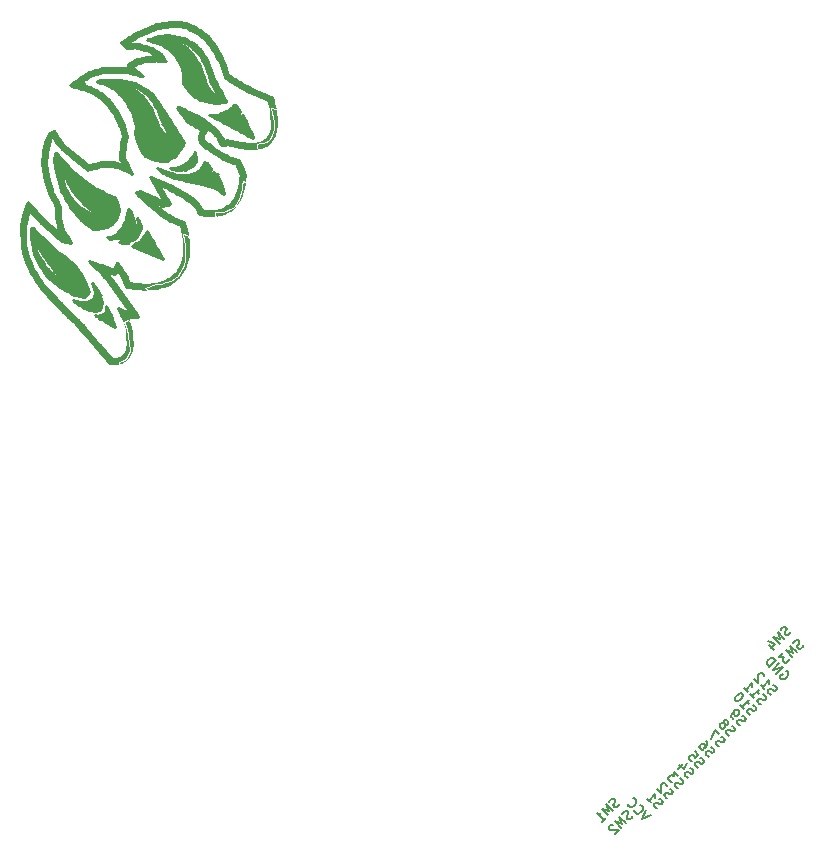
<source format=gbo>
G04 #@! TF.GenerationSoftware,KiCad,Pcbnew,7.0.1*
G04 #@! TF.CreationDate,2023-04-30T23:13:50+02:00*
G04 #@! TF.ProjectId,Solo_morro2,536f6c6f-5f6d-46f7-9272-6f322e6b6963,rev?*
G04 #@! TF.SameCoordinates,PX4afdbbcPY7f05f82*
G04 #@! TF.FileFunction,Legend,Bot*
G04 #@! TF.FilePolarity,Positive*
%FSLAX46Y46*%
G04 Gerber Fmt 4.6, Leading zero omitted, Abs format (unit mm)*
G04 Created by KiCad (PCBNEW 7.0.1) date 2023-04-30 23:13:50*
%MOMM*%
%LPD*%
G01*
G04 APERTURE LIST*
G04 Aperture macros list*
%AMRoundRect*
0 Rectangle with rounded corners*
0 $1 Rounding radius*
0 $2 $3 $4 $5 $6 $7 $8 $9 X,Y pos of 4 corners*
0 Add a 4 corners polygon primitive as box body*
4,1,4,$2,$3,$4,$5,$6,$7,$8,$9,$2,$3,0*
0 Add four circle primitives for the rounded corners*
1,1,$1+$1,$2,$3*
1,1,$1+$1,$4,$5*
1,1,$1+$1,$6,$7*
1,1,$1+$1,$8,$9*
0 Add four rect primitives between the rounded corners*
20,1,$1+$1,$2,$3,$4,$5,0*
20,1,$1+$1,$4,$5,$6,$7,0*
20,1,$1+$1,$6,$7,$8,$9,0*
20,1,$1+$1,$8,$9,$2,$3,0*%
%AMHorizOval*
0 Thick line with rounded ends*
0 $1 width*
0 $2 $3 position (X,Y) of the first rounded end (center of the circle)*
0 $4 $5 position (X,Y) of the second rounded end (center of the circle)*
0 Add line between two ends*
20,1,$1,$2,$3,$4,$5,0*
0 Add two circle primitives to create the rounded ends*
1,1,$1,$2,$3*
1,1,$1,$4,$5*%
G04 Aperture macros list end*
%ADD10C,0.220000*%
%ADD11C,0.200000*%
%ADD12C,0.600000*%
%ADD13HorizOval,1.200000X0.282843X-0.282843X-0.282843X0.282843X0*%
%ADD14C,3.200000*%
%ADD15C,2.200000*%
%ADD16RoundRect,0.150000X1.202082X0.707107X0.707107X1.202082X-1.202082X-0.707107X-0.707107X-1.202082X0*%
%ADD17RoundRect,0.300000X-0.707107X1.343503X-1.343503X0.707107X0.707107X-1.343503X1.343503X-0.707107X0*%
%ADD18RoundRect,0.150000X0.883883X-1.378858X1.378858X-0.883883X-0.883883X1.378858X-1.378858X0.883883X0*%
G04 #@! TA.AperFunction,Profile*
%ADD19C,0.100000*%
G04 #@! TD*
G04 #@! TA.AperFunction,Profile*
%ADD20C,0.200000*%
G04 #@! TD*
G04 APERTURE END LIST*
D10*
X39435990Y55669334D02*
X39395449Y55567697D01*
X46371475Y57693928D02*
X46381331Y57356702D01*
X41972169Y51811554D02*
X41775640Y51708629D01*
X43618711Y73429648D02*
X43631731Y73056805D01*
X39192817Y68363635D02*
X39396879Y68250777D01*
X30627565Y54727463D02*
X30559967Y55073135D01*
X33655288Y55015432D02*
X33740208Y54879532D01*
X38852143Y46254739D02*
X38847490Y46527230D01*
X36780690Y68669008D02*
X36980633Y68674140D01*
X45620233Y67690262D02*
X45651793Y66786500D01*
X45794916Y60879890D02*
X45661370Y60781439D01*
X44139445Y58517706D02*
X44154824Y58077418D01*
X40684017Y60045647D02*
X40470649Y60424970D01*
X31607649Y50613959D02*
X31815400Y50395494D01*
X34764364Y51909386D02*
X34818570Y50357092D01*
X33031943Y56012995D02*
X33054138Y55037924D01*
X32005792Y50674161D02*
X32213541Y50455698D01*
X42747977Y52518221D02*
X42765347Y52020806D01*
X47418896Y62029136D02*
X47343404Y62046563D01*
X45137679Y60600542D02*
X45228180Y60525761D01*
X45027594Y61757557D02*
X44893754Y61411259D01*
X41182683Y51496484D02*
X40984149Y51451076D01*
X38043250Y61167727D02*
X37841025Y61227921D01*
X38680849Y48640010D02*
X38880846Y48643628D01*
X33076538Y60127158D02*
X32932540Y60681220D01*
X46873696Y66019432D02*
X46916218Y64962526D01*
X43214654Y73538824D02*
X43226305Y73205221D01*
X46327073Y70187070D02*
X46120463Y70557699D01*
X42244124Y61216037D02*
X42246068Y61160352D01*
X38849412Y66039859D02*
X38662535Y66356723D01*
X47891466Y59373407D02*
X47938208Y58619501D01*
X41526912Y70292763D02*
X41727696Y70273764D01*
X35414971Y56201422D02*
X35209136Y56364932D01*
X38852549Y49453937D02*
X38642009Y49752221D01*
X36344992Y69684245D02*
X36356902Y69343215D01*
X44201681Y67282947D02*
X44234252Y67264371D01*
X42288361Y59695663D02*
X42094152Y59779854D01*
X48976777Y63263255D02*
X48988305Y62933140D01*
X42187301Y57112381D02*
X42200491Y56734736D01*
X47718949Y58261543D02*
X47748996Y58307123D01*
X47479711Y65610089D02*
X47695835Y65560193D01*
X40334963Y58579806D02*
X40538276Y58488385D01*
X42737347Y64284132D02*
X42796466Y62591198D01*
X41850785Y72479779D02*
X41651324Y72460800D01*
X42153865Y63800611D02*
X42307355Y63639073D01*
X43237617Y68475465D02*
X43249491Y69227126D01*
X38237097Y67078071D02*
X38113609Y67287455D01*
X41216565Y73449239D02*
X41228163Y73117101D01*
X40748063Y58211672D02*
X40541511Y58395739D01*
X48776420Y63269993D02*
X48788023Y62937725D01*
X34409735Y62064562D02*
X34425128Y61623775D01*
X38146998Y52466058D02*
X38164467Y51865963D01*
X40869528Y51424862D02*
X40785279Y51415152D01*
X43317968Y59118811D02*
X43113852Y59233169D01*
X36308628Y59264064D02*
X36404597Y56150422D01*
X39242476Y72672295D02*
X39046629Y72549917D01*
X45255134Y72414591D02*
X45049065Y72584855D01*
X35359904Y57778336D02*
X35153858Y57947958D01*
X42999813Y56768084D02*
X43035778Y56397724D01*
X33639923Y61186206D02*
X33677831Y61144703D01*
X39652582Y67426604D02*
X39624983Y67449542D01*
X36308628Y59264064D02*
X36104930Y59366545D01*
X35872835Y51046251D02*
X36003602Y50806746D01*
X44532036Y57369495D02*
X44580046Y57362113D01*
X40118732Y59041105D02*
X40144344Y58307654D01*
X38931234Y57291450D02*
X38769966Y57549533D01*
X42411631Y73300346D02*
X42223390Y73271199D01*
X49433039Y67389783D02*
X49254753Y67463494D01*
X42390869Y57013774D02*
X42252805Y57069477D01*
X33716911Y53250809D02*
X33873848Y53124330D01*
X46956113Y63575536D02*
X47166147Y63536175D01*
X46873696Y66019432D02*
X46834353Y66082401D01*
X43626591Y61757691D02*
X43644653Y61225264D01*
X48374585Y63315534D02*
X48195741Y63343224D01*
X33605142Y50720677D02*
X33401028Y50835036D01*
X36472592Y48838073D02*
X36561330Y48893518D01*
X41484560Y60044122D02*
X41281361Y60132211D01*
X43139345Y69683646D02*
X42936033Y70056028D01*
X34764364Y51909386D02*
X34853634Y51766524D01*
X38460306Y54955590D02*
X38261855Y54907709D01*
X42017799Y61966358D02*
X42214042Y62077432D01*
X31689600Y52065915D02*
X31759005Y52010427D01*
X41626254Y73178742D02*
X41427209Y73147922D01*
X44491918Y65616539D02*
X44505657Y65223022D01*
X45231389Y61632995D02*
X45027594Y61757557D01*
X39046629Y72549917D02*
X38850779Y72427537D01*
X40186648Y51365482D02*
X39986650Y51361945D01*
X39418879Y67620822D02*
X39583969Y62893241D01*
X39848630Y51359506D02*
X39786469Y51363690D01*
X46288007Y65759952D02*
X46089134Y65724176D01*
X41043585Y61210425D02*
X40974079Y61238470D01*
X43465625Y60621245D02*
X43265629Y60617627D01*
X43319571Y61128055D02*
X43358915Y61065085D01*
X50798849Y66891467D02*
X50712576Y67217862D01*
X44326306Y70358997D02*
X44438441Y67147903D01*
X35120933Y47429295D02*
X35329517Y47186984D01*
X45201570Y70446917D02*
X45336302Y70090162D01*
X35209136Y56364932D02*
X35003306Y56528443D01*
X46485188Y65844133D02*
X46508381Y65180004D01*
X38133239Y63967216D02*
X38209579Y62135385D01*
X36998184Y45248514D02*
X37154100Y45067392D01*
X41825298Y73209559D02*
X41626254Y73178742D01*
X34712758Y60259139D02*
X34877171Y60140411D01*
X32275068Y54424607D02*
X32374569Y54332642D01*
X36104930Y59366545D02*
X35901229Y59469028D01*
X46171135Y57645192D02*
X46141989Y57638101D01*
X40728858Y58761616D02*
X40932612Y58657637D01*
X40714114Y70645369D02*
X40725288Y70325233D01*
X47174768Y69020058D02*
X47010284Y69123212D01*
X32422847Y57130484D02*
X32607554Y56364955D01*
X49188328Y62935931D02*
X49356289Y62949955D01*
X35627803Y61568187D02*
X35429354Y61520304D01*
X39192817Y68363635D02*
X39185742Y68100946D01*
X38492953Y71419385D02*
X38685600Y71426971D01*
X44039779Y61446757D02*
X44228288Y61704337D01*
X37957513Y52161383D02*
X38164467Y51865963D01*
X36780690Y68669008D02*
X36794655Y68269121D01*
X43356121Y73190064D02*
X43428173Y73155227D01*
X38586802Y68525360D02*
X38662535Y66356723D01*
X30141200Y58223143D02*
X30162224Y57621110D01*
X35685532Y57247864D02*
X35576687Y57301234D01*
X38800588Y47335612D02*
X38751847Y47653194D01*
X41422723Y61814865D02*
X41622184Y61833842D01*
X32756403Y51794126D02*
X32788354Y51187498D01*
X45529004Y68575790D02*
X45372561Y69051886D01*
X36423956Y67423034D02*
X36440064Y66961772D01*
X37327134Y58751654D02*
X37398461Y56709090D01*
X45095208Y59802057D02*
X44893457Y59848635D01*
X38990297Y68432205D02*
X39000918Y68128156D01*
X39046629Y72549917D02*
X39059929Y72169097D01*
X43489803Y71390362D02*
X43523892Y71365844D01*
X39612948Y56332641D02*
X39651310Y56209145D01*
X41326128Y70311762D02*
X41526912Y70292763D01*
X37828877Y61575848D02*
X37841025Y61227921D01*
X29912840Y53301055D02*
X30131669Y52765299D01*
X42362705Y52089563D02*
X42376848Y51684567D01*
X42454128Y72394518D02*
X42509175Y70818107D01*
X49847484Y63401614D02*
X49773283Y63377291D01*
X35750870Y69505491D02*
X35762777Y69164461D01*
X39610641Y67860193D02*
X39814799Y67744514D01*
X33683837Y48467162D02*
X33889905Y48296898D01*
X38060489Y49212552D02*
X38264006Y49115355D01*
X37580461Y68689536D02*
X37780404Y68694668D01*
X45931854Y57274055D02*
X45983711Y57281597D01*
X36003602Y50806746D02*
X36059562Y49204133D01*
X37694213Y44760463D02*
X37814489Y44795568D01*
X48026396Y59953933D02*
X47965977Y59653478D01*
X41484560Y60044122D02*
X41497314Y59678918D01*
X47727003Y58936934D02*
X47748996Y58307123D01*
X39068217Y54739480D02*
X39264538Y54848247D01*
X31034291Y55571365D02*
X31241087Y55380237D01*
X31735839Y52673802D02*
X31759005Y52010427D01*
X31740976Y63988258D02*
X31599597Y63646311D01*
X37589319Y51243649D02*
X37378779Y51541933D01*
X41622184Y61833842D02*
X41816312Y61852314D01*
X48197493Y68386836D02*
X48120336Y68427060D01*
X48976777Y63263255D02*
X48839645Y63264471D01*
X47802864Y59113724D02*
X47727003Y58936934D01*
X43175337Y63203235D02*
X43107237Y63009202D01*
X43415596Y73515363D02*
X43214654Y73538824D01*
X40668717Y71945223D02*
X40466523Y72004603D01*
X42583772Y52304539D02*
X42556254Y52277777D01*
X39418879Y67620822D02*
X39212776Y67792100D01*
X37952296Y71866105D02*
X38073392Y71766049D01*
X38864077Y72046717D02*
X38668230Y71924338D01*
X38675699Y47978552D02*
X38571643Y48309756D01*
X41281361Y60132211D02*
X41078165Y60220300D01*
X45375419Y63239335D02*
X45170207Y63385063D01*
X46308712Y70897752D02*
X46095214Y71280738D01*
X40459679Y72200596D02*
X40466523Y72004603D01*
X36388756Y68431027D02*
X36591706Y68350073D01*
X42095664Y61195073D02*
X42244124Y61216037D01*
X38873930Y71764642D02*
X38885445Y71434839D01*
X39085294Y71442710D02*
X39166732Y71445916D01*
X43402544Y68158415D02*
X43613163Y67857759D01*
X36334918Y68452501D02*
X36388756Y68431027D01*
X37327134Y58751654D02*
X37123431Y58854136D01*
X48400501Y60235645D02*
X48441140Y60665700D01*
X49586829Y62985892D02*
X49713625Y63010463D01*
X37160107Y55221593D02*
X37234889Y55312100D01*
X37725755Y53067370D02*
X37746892Y52462040D01*
X41725986Y70322799D02*
X41765942Y70270145D01*
X46808656Y62311929D02*
X46605004Y62412991D01*
X36860620Y49187857D02*
X37072921Y48775410D01*
X46066436Y60655547D02*
X46129406Y60694894D01*
X31772462Y64064419D02*
X31740976Y63988258D01*
X44544311Y70919388D02*
X44505580Y70956014D01*
X41725986Y70322799D02*
X41727696Y70273764D01*
X36755644Y69386262D02*
X36555551Y69385422D01*
X31654678Y54997985D02*
X31710977Y53385766D01*
X42949054Y63952402D02*
X42987608Y62848299D01*
X37944674Y69721257D02*
X37956196Y69391303D01*
X33639923Y61186206D02*
X33696482Y59566527D01*
X37825939Y55929207D02*
X37847490Y55312040D01*
X35877224Y48694961D02*
X36081285Y48582101D01*
X37860054Y54952224D02*
X38061802Y54905646D01*
X32756574Y57154290D02*
X32784094Y57040226D01*
X43881520Y65903775D02*
X44084985Y65808029D01*
X32331415Y64272447D02*
X32354449Y63612855D01*
X39713302Y59189675D02*
X39545340Y59251224D01*
X36580745Y68663875D02*
X36591706Y68350073D01*
X39356836Y69397514D02*
X39366632Y69116934D01*
X40796834Y51084299D02*
X40925376Y51099115D01*
X34591297Y56865418D02*
X34621920Y56831414D01*
X36036456Y61327319D02*
X35838008Y61279435D01*
X37556014Y69389622D02*
X37355920Y69388781D01*
X42611831Y73609212D02*
X42623481Y73275610D01*
X32404791Y52490998D02*
X32289564Y52468466D01*
X40466417Y66276918D02*
X40604219Y61970486D01*
X46618096Y62038095D02*
X46821747Y61937033D01*
X36081285Y48582101D02*
X36108730Y48566923D01*
X44229388Y73134382D02*
X44025830Y73232803D01*
X37180576Y68679273D02*
X37380517Y68684405D01*
X39312167Y59215114D02*
X39317155Y59072306D01*
X45368989Y57592939D02*
X45171732Y57610687D01*
X43235169Y61489920D02*
X43247985Y61122921D01*
X42096470Y63861017D02*
X42153865Y63800611D01*
X33394791Y62475084D02*
X33256878Y62589033D01*
X37296865Y48156948D02*
X37072921Y48775410D01*
X36217860Y56132656D02*
X36404597Y56150422D01*
X45647141Y57257418D02*
X45792580Y57265916D01*
X50659340Y64343942D02*
X50582356Y64125501D01*
X40974935Y70344991D02*
X41125340Y70330762D01*
X34722175Y47386757D02*
X34930758Y47144493D01*
X39488459Y71358981D02*
X39690486Y71304390D01*
X35315452Y53320552D02*
X35317490Y53262145D01*
X50482043Y63931616D02*
X50358396Y63762285D01*
X46066436Y60655547D02*
X46108852Y59428818D01*
X45693473Y71323669D02*
X45603079Y71485828D01*
X42705624Y59461885D02*
X42501507Y59576244D01*
X38850779Y72427537D02*
X38864077Y72046717D01*
X49826497Y67584205D02*
X49839148Y67221881D01*
X45463623Y72174967D02*
X45290817Y72385108D01*
X40874967Y60308388D02*
X40671768Y60396478D01*
X45046547Y66926233D02*
X44844799Y66972810D01*
X45904787Y59541677D02*
X46108852Y59428818D01*
X50712576Y67217862D02*
X50638707Y67248401D01*
X43682969Y60128098D02*
X43481218Y60174676D01*
X42252662Y72432940D02*
X42301689Y71029034D01*
X40424970Y73194601D02*
X40437285Y72841915D01*
X31861473Y54806858D02*
X31920965Y53103276D01*
X32646406Y49521637D02*
X32854155Y49303174D01*
X42200491Y56734736D02*
X42403471Y56652839D01*
X40831750Y73007359D02*
X41014546Y73084027D01*
X34375581Y68773413D02*
X34180378Y68632554D01*
X37160107Y55221593D02*
X37048656Y55264664D01*
X30623283Y53982556D02*
X30696276Y53789280D01*
X37828877Y61575848D02*
X37626653Y61636043D01*
X46120463Y70557699D02*
X45906968Y70940684D01*
X36352881Y52266137D02*
X36561143Y52033064D01*
X43226305Y73205221D02*
X43025364Y73228684D01*
X39620001Y56130657D02*
X39435990Y55669334D01*
X44696373Y65492397D02*
X44901368Y65352817D01*
X38330253Y69392873D02*
X38356634Y69385852D01*
X38817886Y46769766D02*
X38822305Y47027673D01*
X41725794Y58866690D02*
X41512431Y59246015D01*
X39451624Y72413856D02*
X39255773Y72291477D01*
X45991049Y62802151D02*
X46005543Y62387115D01*
X36623089Y61720552D02*
X36422835Y61724437D01*
X36380800Y68658745D02*
X36580745Y68663875D01*
X48139733Y64310096D02*
X48343652Y64201358D01*
X45263562Y60711767D02*
X45269512Y60541369D01*
X31953323Y63638166D02*
X32037021Y63840605D01*
X41209838Y57358137D02*
X41177095Y57387319D01*
X32438655Y49740101D02*
X32646406Y49521637D01*
X41161160Y57843539D02*
X41177095Y57387319D01*
X38931234Y57291450D02*
X38988082Y57034248D01*
X46381331Y57356702D02*
X46465757Y57377238D01*
X33889905Y48296898D02*
X34058509Y48157591D01*
X41209838Y57358137D02*
X41382174Y57245256D01*
X42051199Y72471363D02*
X42252662Y72432940D01*
X43419147Y56221417D02*
X43315765Y56640606D01*
X50763494Y63757471D02*
X50885980Y63994206D01*
X35588460Y51233313D02*
X35750811Y50751106D01*
X35120933Y47429295D02*
X35139340Y46902230D01*
X44901368Y65352817D02*
X45106367Y65213240D01*
X35008505Y67840995D02*
X35206191Y67784264D01*
X42662843Y60686926D02*
X42864591Y60640347D01*
X38467522Y49018154D02*
X38500407Y48636745D01*
X42160955Y63597685D02*
X42214042Y62077432D01*
X38731236Y70120115D02*
X38760634Y69278284D01*
X46976508Y63235970D02*
X47177951Y63198218D01*
X38674083Y71756772D02*
X38873930Y71764642D01*
X31737631Y60676569D02*
X31631462Y61617141D01*
X38479290Y63969866D02*
X38359276Y63579408D01*
X45487717Y65754290D02*
X45488785Y65723696D01*
X37633275Y55715641D02*
X37647369Y55312060D01*
X38642009Y49752221D02*
X38431473Y50050508D01*
X32678302Y60069726D02*
X32904260Y59329799D01*
X45676737Y59667801D02*
X45498703Y59708903D01*
X39833268Y72946432D02*
X39845586Y72593748D01*
X40995876Y51115237D02*
X41194411Y51160646D01*
X44636930Y72925384D02*
X44652323Y72484592D01*
X34203669Y62234824D02*
X34219060Y61794035D01*
X41855513Y60882832D02*
X41652533Y60964730D01*
X35517929Y53253040D02*
X35524285Y53071020D01*
X43271125Y66191011D02*
X43474590Y66095265D01*
X37023607Y61712781D02*
X37035142Y61382495D01*
X36794655Y68269121D02*
X37218759Y68050725D01*
X40682855Y65809694D02*
X40818652Y61920980D01*
X34592102Y68303819D02*
X34604212Y67957025D01*
X30667323Y54618457D02*
X30627565Y54727463D01*
X31300314Y61608751D02*
X31412892Y60611418D01*
X44201681Y67282947D02*
X44028098Y67437119D01*
X38387605Y57037394D02*
X38553479Y57755862D01*
X40459679Y72200596D02*
X40261734Y72138316D01*
X34416392Y50412552D02*
X34214643Y50459129D01*
X44688792Y57955988D02*
X44553710Y58116231D01*
X45170207Y63385063D02*
X44964998Y63530790D01*
X44322483Y64737746D02*
X44526971Y64612757D01*
X38995067Y51103453D02*
X39196186Y51074857D01*
X43334843Y52904871D02*
X43417724Y53105714D01*
X41078165Y60220300D02*
X40874967Y60308388D01*
X42461097Y60733503D02*
X42472478Y60407563D01*
X47012307Y62210869D02*
X46808656Y62311929D01*
X33252295Y49363375D02*
X33269656Y48866245D01*
X33907525Y59253811D02*
X33742493Y59475829D01*
X31399898Y50832424D02*
X31607649Y50613959D01*
X46808656Y62311929D02*
X46821747Y61937033D01*
X47074375Y66164239D02*
X47269579Y66305094D01*
X39184489Y51409841D02*
X38983370Y51438435D01*
X32421248Y55969298D02*
X32436948Y55519641D01*
X47971911Y63385172D02*
X47983711Y63047217D01*
X32376612Y51516670D02*
X32582484Y51352083D01*
X42660785Y71986613D02*
X42722234Y70447612D01*
X36581018Y45733129D02*
X36599412Y45206386D01*
X41045414Y66888828D02*
X40836644Y67136487D01*
X40025741Y62265700D02*
X40005278Y62289977D01*
X34131949Y52827130D02*
X34214643Y50459129D01*
X42099186Y56775611D02*
X42200491Y56734736D01*
X46684788Y65901381D02*
X46834353Y66082401D01*
X46136568Y67426527D02*
X46022127Y67643002D01*
X38915245Y54654731D02*
X39068217Y54739480D01*
X45854302Y64638198D02*
X45929978Y64551059D01*
X39568631Y69063152D02*
X39770631Y69009366D01*
X42244124Y61216037D02*
X42443262Y61244157D01*
X37223866Y61708897D02*
X37023607Y61712781D01*
X38558632Y69332068D02*
X38760634Y69278284D01*
X50694310Y65804447D02*
X50743319Y64854480D01*
X41890523Y65611046D02*
X41941345Y64155681D01*
X43428173Y73155227D02*
X43631731Y73056805D01*
X35774236Y48751920D02*
X35876057Y48728412D01*
X34996397Y68187792D02*
X34794249Y68245806D01*
X50245254Y67053981D02*
X50042203Y67137931D01*
X37355920Y69388781D02*
X37155829Y69387943D01*
X39652582Y67426604D02*
X39833570Y67207114D01*
X41415609Y73480057D02*
X41427209Y73147922D01*
X35627803Y61568187D02*
X35639558Y61231553D01*
X44631889Y69859843D02*
X44538534Y70012332D01*
X46561406Y63661540D02*
X46577243Y63207994D01*
X42873967Y71833286D02*
X43079248Y71685645D01*
X42662843Y60686926D02*
X42674225Y60360984D01*
X34584644Y68517327D02*
X34592102Y68303819D01*
X42674225Y60360984D02*
X42472478Y60407563D01*
X36745098Y52495993D02*
X36947579Y52428479D01*
X46984073Y68750124D02*
X46779472Y68878438D01*
X44901368Y65352817D02*
X44915651Y64943859D01*
X41951310Y58139601D02*
X42112856Y58178580D01*
X36152386Y52490518D02*
X36352881Y52266137D01*
X43235169Y61489920D02*
X43362896Y61549142D01*
X42909739Y59347526D02*
X42705624Y59461885D01*
X46966185Y69262414D02*
X46741272Y69972328D01*
X37887837Y64724110D02*
X37922827Y64616189D01*
X46288007Y65759952D02*
X46304461Y65288742D01*
X47620648Y61982557D02*
X47632571Y61641126D01*
X38108253Y65036991D02*
X37891443Y65514828D01*
X38852549Y49453937D02*
X38880846Y48643628D01*
X38203922Y56566627D02*
X38243669Y55428460D01*
X36580745Y68663875D02*
X36780690Y68669008D01*
X41281361Y60132211D02*
X41294112Y59767007D01*
X38990297Y68432205D02*
X39125114Y68401081D01*
X40284523Y71485707D02*
X40082494Y71540299D01*
X41659097Y60776776D02*
X41528932Y60840937D01*
X40420028Y67605291D02*
X40490616Y67546967D01*
X33806928Y62134561D02*
X33600861Y62304822D01*
X40725288Y70325233D02*
X40525720Y70309437D01*
X34350725Y58023703D02*
X34383102Y57096576D01*
X49826497Y67584205D02*
X49623442Y67668157D01*
X38378033Y45655246D02*
X38403109Y45131920D01*
X35565947Y57608711D02*
X35359904Y57778336D01*
X35826250Y61616069D02*
X35838008Y61279435D01*
X40264328Y72063986D02*
X40140793Y72100264D01*
X50042203Y67137931D02*
X49839148Y67221881D01*
X42301689Y71029034D02*
X42509175Y70818107D01*
X35524285Y53071020D02*
X35731083Y52879895D01*
X38915245Y54654731D02*
X39073603Y54585266D01*
X41972169Y51811554D02*
X41984943Y51445728D01*
X39286432Y71413573D02*
X39488459Y71358981D01*
X42864591Y60640347D02*
X42985009Y60612548D01*
X31920965Y53103276D02*
X31710977Y53385766D01*
X31447884Y55189112D02*
X31500991Y53668255D01*
X36898483Y48103651D02*
X36693996Y48228641D01*
X35771993Y57439088D02*
X35565947Y57608711D01*
X45661370Y60781439D02*
X45700724Y59654535D01*
X36059562Y49204133D02*
X36096983Y49216265D01*
X36980633Y68674140D02*
X37180576Y68679273D01*
X45723023Y64746665D02*
X45739784Y64266783D01*
X39396859Y51059173D02*
X39597452Y51045669D01*
X40470649Y60424970D02*
X40426989Y60502594D01*
X33443320Y55354654D02*
X33655288Y55015432D01*
X45929978Y64551059D02*
X45948290Y64026692D01*
X32723708Y55883538D02*
X32830451Y55712714D01*
X43605583Y55162007D02*
X43559408Y55512403D01*
X36322447Y61396321D02*
X36234907Y61375200D01*
X39332480Y70094927D02*
X39298430Y70085412D01*
X42642402Y61272276D02*
X42649120Y61079966D01*
X41903707Y59502741D02*
X42106907Y59414651D01*
X36944212Y69717056D02*
X36744120Y69716216D01*
X47010284Y69123212D02*
X46966185Y69262414D01*
X32068271Y54615733D02*
X32275068Y54424607D01*
X41512431Y59246015D02*
X41537491Y58528344D01*
X38183305Y68618514D02*
X38385054Y68571937D01*
X44648272Y61139141D02*
X44691707Y59895212D01*
X31815400Y50395494D02*
X32023152Y50177032D01*
X44933661Y64085003D02*
X45135617Y64375565D01*
X44691707Y59895212D02*
X44489960Y59941790D01*
X45049065Y72584855D02*
X44842999Y72755120D01*
X37580461Y68689536D02*
X37614458Y67715970D01*
X39276838Y54496117D02*
X39480073Y54406966D01*
X38502052Y54965662D02*
X38592565Y54890886D01*
X40699483Y53872066D02*
X40902716Y53782916D01*
X47788577Y68635117D02*
X47583976Y68763431D01*
X37447246Y55312080D02*
X37647369Y55312060D01*
X46465757Y57377238D02*
X46579335Y57417424D01*
X49167828Y63819320D02*
X49156679Y63842306D01*
X29590187Y56809850D02*
X29686351Y54056126D01*
X42390869Y57013774D02*
X42403471Y56652839D01*
X34375581Y68773413D02*
X34375075Y68366103D01*
X41788209Y51348701D02*
X41825513Y51362230D01*
X51072874Y64831904D02*
X51080518Y65151140D01*
X36581018Y45733129D02*
X36789602Y45490823D01*
X37935389Y55312033D02*
X38046153Y55353864D01*
X44551912Y63898456D02*
X44642075Y63355365D01*
X31362902Y62621064D02*
X31300314Y61608751D01*
X43691934Y65602049D02*
X43894469Y65532971D01*
X34080578Y48567425D02*
X34290556Y48393933D01*
X45248293Y66879655D02*
X45046547Y66926233D01*
X40909810Y70772040D02*
X41058723Y70668539D01*
X40585959Y51392178D02*
X40597514Y51061325D01*
X37799855Y50945363D02*
X37820881Y50343309D01*
X30556842Y57782227D02*
X30349021Y58002685D01*
X30980817Y51371856D02*
X31189858Y51053294D01*
X41488902Y65010284D02*
X41291946Y65559826D01*
X34818570Y50357092D02*
X34967629Y50393058D01*
X50712996Y64586935D02*
X50763494Y63757471D01*
X44626415Y64221162D02*
X44735295Y64377811D01*
X47367590Y63498423D02*
X47379390Y63160468D01*
X37529835Y53088567D02*
X37655775Y53167263D01*
X40895426Y71183920D02*
X40909810Y70772040D01*
X45440449Y61377102D02*
X45310928Y61584380D01*
X37189266Y51238166D02*
X37399802Y50939879D01*
X49216657Y67855509D02*
X49012822Y67961776D01*
X45290817Y72385108D02*
X45255134Y72414591D01*
X38885445Y71434839D02*
X39085294Y71442710D01*
X30623283Y53982556D02*
X30459230Y54846690D01*
X47479711Y65610089D02*
X47527976Y64636312D01*
X39728855Y70205674D02*
X39530668Y70150299D01*
X42642402Y61272276D02*
X42819790Y61297325D01*
X41331145Y64437294D02*
X41422723Y61814865D01*
X41340120Y58449679D02*
X41353289Y58072470D01*
X37044874Y66834525D02*
X36999854Y66897950D01*
X35215598Y50766899D02*
X34981838Y51412463D01*
X39768970Y69056989D02*
X39562901Y69227250D01*
X39916018Y59115389D02*
X39937796Y58491721D01*
X47324057Y64745050D02*
X47527976Y64636312D01*
X32965638Y51841478D02*
X32757080Y52083008D01*
X38196021Y64843553D02*
X38108253Y65036991D01*
X45411675Y67931791D02*
X45324060Y68033263D01*
X46312913Y59315958D02*
X46345722Y59297810D01*
X41252405Y72422844D02*
X41277209Y71712503D01*
X46304461Y65288742D02*
X46508381Y65180004D01*
X35578154Y56071789D02*
X35619480Y56075721D01*
X46873696Y66019432D02*
X47074375Y66164239D01*
X39366632Y69116934D02*
X39568631Y69063152D01*
X34375075Y68366103D02*
X34402062Y68015038D01*
X33460049Y49144911D02*
X33477409Y48647778D01*
X37255350Y66537986D02*
X37276290Y65938344D01*
X36104930Y59366545D02*
X36217860Y56132656D01*
X43048363Y61108601D02*
X42848739Y61094285D01*
X37956196Y69391303D02*
X37756105Y69390464D01*
X37223866Y61708897D02*
X37235398Y61378611D01*
X34012996Y61964298D02*
X33806928Y62134561D01*
X45311362Y65073657D02*
X45326283Y64646401D01*
X47691852Y61627437D02*
X47632571Y61641126D01*
X49138889Y62931805D02*
X49188328Y62935931D01*
X42310865Y59304791D02*
X42514979Y59190433D01*
X45854493Y66739703D02*
X45651793Y66786500D01*
X43065634Y60614006D02*
X42985009Y60612548D01*
X41119421Y64769464D02*
X41222148Y61827827D01*
X39833570Y67207114D02*
X40005278Y62289977D01*
X46354212Y65869931D02*
X46444718Y65795151D01*
X45171732Y57610687D02*
X45183336Y57278311D01*
X46707753Y58998687D02*
X46500548Y59673532D01*
X35354786Y69386324D02*
X35156745Y69326736D01*
X48072729Y60274775D02*
X48026396Y59953933D01*
X34739374Y50337985D02*
X34818570Y50357092D01*
X45572732Y57588941D02*
X45368989Y57592939D01*
X35973667Y45933176D02*
X36182249Y45690914D01*
X39063085Y49155651D02*
X38852549Y49453937D01*
X33747512Y48842620D02*
X33874512Y48737689D01*
X40128584Y67846092D02*
X40213960Y67775551D01*
X46684788Y65901381D02*
X46712300Y65071266D01*
X32599537Y62325270D02*
X32807613Y62097457D01*
X38016618Y56199597D02*
X38046153Y55353864D01*
X37589319Y51243649D02*
X37610342Y50641595D01*
X37947265Y56063698D02*
X38016618Y56199597D01*
X34409735Y62064562D02*
X34203669Y62234824D01*
X47379374Y68891745D02*
X47174768Y69020058D01*
X43056338Y65823013D02*
X42873515Y66115598D01*
X42649120Y61079966D02*
X42607258Y61076964D01*
X33809257Y50606318D02*
X33605142Y50720677D01*
X45119493Y70568045D02*
X45201570Y70446917D01*
X41294112Y59767007D02*
X41497314Y59678918D01*
X48394557Y60194483D02*
X48400501Y60235645D01*
X33457634Y54944768D02*
X33659384Y54898192D01*
X40925376Y51099115D02*
X40995876Y51115237D01*
X42313935Y64947589D02*
X42410284Y62188510D01*
X47867358Y58486680D02*
X47938208Y58619501D01*
X39518819Y70489626D02*
X39320631Y70434254D01*
X40819434Y73360043D02*
X40831750Y73007359D01*
X39511213Y59245940D02*
X39524695Y58859858D01*
X45580629Y63093606D02*
X45375419Y63239335D01*
X40622202Y73277323D02*
X40634516Y72924638D01*
X30141200Y58223143D02*
X30050354Y58319515D01*
X49623442Y67668157D02*
X49636095Y67305834D01*
X41855513Y60882832D02*
X41862723Y60676401D01*
X40525103Y58865595D02*
X40728858Y58761616D01*
X42857052Y72317675D02*
X43058517Y72279254D01*
X39600941Y68137912D02*
X39805006Y68025054D01*
X34033121Y49926502D02*
X34238742Y49769043D01*
X42057599Y60826657D02*
X42259347Y60780080D01*
X40658828Y55036271D02*
X40699483Y53872066D01*
X36165709Y68653223D02*
X36187350Y68467686D01*
X35232200Y49973800D02*
X35033751Y49925918D01*
X40435095Y67173859D02*
X40227666Y67383065D01*
X44717655Y64882965D02*
X44731456Y64487764D01*
X36125370Y53050496D02*
X36327849Y52982981D01*
X44915651Y64943859D02*
X45120648Y64804281D01*
X34779849Y68658184D02*
X34975052Y68799042D01*
X37344398Y69718738D02*
X37144306Y69717896D01*
X34555891Y57879221D02*
X34591297Y56865418D01*
X46063361Y60731421D02*
X46066436Y60655547D01*
X32773766Y57335996D02*
X32756574Y57154290D01*
X43728296Y58830099D02*
X43743162Y58404353D01*
X40902716Y53782916D02*
X41105952Y53693766D01*
X36671544Y49137506D02*
X36693996Y48228641D01*
X42012745Y73572517D02*
X41813700Y73541697D01*
X45119493Y70568045D02*
X45148643Y69733332D01*
X38385054Y68571937D02*
X38586802Y68525360D01*
X45450042Y66833078D02*
X45248293Y66879655D01*
X37434885Y47775782D02*
X37307457Y47853670D01*
X36422835Y61724437D02*
X36286358Y61727084D01*
X45859300Y60844282D02*
X46063361Y60731421D01*
X43913507Y64987729D02*
X44117996Y64862739D01*
X41684635Y71506871D02*
X41628324Y71541293D01*
X40557443Y57939521D02*
X40350892Y58123588D01*
X49420390Y67752106D02*
X49394348Y67762874D01*
X43613163Y67857759D02*
X43709796Y67719822D01*
X45336302Y70090162D02*
X45556815Y69506288D01*
X49575168Y63319772D02*
X49390223Y63283934D01*
X47770470Y63422922D02*
X47782271Y63084968D01*
X30459230Y54846690D02*
X30355809Y55391453D01*
X37964642Y63418704D02*
X38023989Y61719247D01*
X45126629Y64632981D02*
X45135617Y64375565D01*
X38153865Y45348209D02*
X38003791Y45231926D01*
X37123431Y58854136D02*
X36919732Y58956617D01*
X47188676Y68621812D02*
X46984073Y68750124D01*
X43654458Y65146071D02*
X43501697Y65318963D01*
X33858128Y58517471D02*
X33936106Y58435406D01*
X31338266Y52597347D02*
X31126985Y52916935D01*
X41525465Y64945663D02*
X41424274Y64973725D01*
X40384716Y51368984D02*
X40406577Y51039318D01*
X38260392Y48199470D02*
X38300441Y48071991D01*
X39320631Y70434254D02*
X39332480Y70094927D01*
X40954612Y58027606D02*
X40748063Y58211672D01*
X39597452Y51045669D02*
X39798042Y51032164D01*
X40573626Y71407589D02*
X40486552Y71431118D01*
X47690250Y65720162D02*
X47479711Y65610089D01*
X41161160Y57843539D02*
X40954612Y58027606D01*
X41255406Y66606234D02*
X41291946Y65559826D01*
X40261734Y72138316D02*
X40140793Y72100264D01*
X39259571Y51399163D02*
X39184489Y51409841D01*
X34996397Y68187792D02*
X35008505Y67840995D01*
X40970541Y57571387D02*
X40763993Y57755454D01*
X39406478Y67975875D02*
X39610641Y67860193D01*
X39585875Y51377195D02*
X39385282Y51390700D01*
X39175876Y64186256D02*
X39329285Y63450320D01*
X37544492Y69719577D02*
X37344398Y69718738D01*
X44840933Y61352704D02*
X44893457Y59848635D01*
X45120648Y64804281D02*
X45203377Y64747948D01*
X36215052Y50482271D02*
X36175810Y50491330D01*
X35774236Y48751920D02*
X35877224Y48694961D01*
X46136568Y67426527D02*
X46108502Y67325329D01*
X46956113Y63575536D02*
X46765166Y63557366D01*
X44288449Y65712283D02*
X44301399Y65341479D01*
X37207349Y55426230D02*
X37242372Y55448115D01*
X41451866Y72441821D02*
X41480802Y71613228D01*
X47348002Y58328523D02*
X47367963Y57873931D01*
X30162224Y57621110D02*
X30017533Y57193900D01*
X29871690Y54694933D02*
X30119524Y53667764D01*
X49176799Y63266117D02*
X49188328Y62935931D01*
X39915496Y70591673D02*
X39932044Y70262445D01*
X46216136Y62237568D02*
X46414445Y62139156D01*
X49785273Y63033947D02*
X49972595Y63095347D01*
X35150023Y61452908D02*
X35027941Y61553777D01*
X40186648Y51365482D02*
X40198168Y51035633D01*
X38055691Y55080755D02*
X38251539Y55203135D01*
X41246570Y61128528D02*
X41249624Y61041054D01*
X43868901Y65401761D02*
X43691934Y65602049D01*
X36823347Y61716669D02*
X36834882Y61386380D01*
X41195272Y59809857D02*
X41294112Y59767007D01*
X35495082Y51510662D02*
X35588460Y51233313D01*
X35156745Y69326736D02*
X35170255Y68939899D01*
X33222499Y59565549D02*
X33076538Y60127158D01*
X42571801Y51832591D02*
X42765347Y52020806D01*
X45896624Y65506220D02*
X46100543Y65397482D01*
X39395449Y55567697D02*
X39245742Y55386512D01*
X47891466Y59373407D02*
X47802864Y59113724D01*
X38492107Y47018874D02*
X38487543Y46752516D01*
X35697527Y59571510D02*
X35590295Y59625458D01*
X38553479Y57755862D02*
X38658309Y55016200D01*
X41890523Y65611046D02*
X42102229Y65279319D01*
X45231389Y61632995D02*
X45263562Y60711767D01*
X43264693Y63457819D02*
X43175337Y63203235D01*
X32755352Y63594016D02*
X32773567Y63072438D01*
X37465827Y66241451D02*
X37488045Y65605235D01*
X35901229Y59469028D02*
X35697527Y59571510D01*
X44114080Y70705661D02*
X44234252Y67264371D01*
X45184701Y62970027D02*
X44979491Y63115755D01*
X45375419Y63239335D02*
X45389912Y62824299D01*
X50743319Y64854480D02*
X50727258Y64712757D01*
X33196911Y50949392D02*
X32992794Y51063749D01*
X29485476Y56356291D02*
X29543011Y54650213D01*
X36998184Y45248514D02*
X36998842Y44742455D01*
X43884713Y71543085D02*
X43810465Y71613291D01*
X39833268Y72946432D02*
X39636035Y72863710D01*
X39678437Y71649482D02*
X39476407Y71704072D01*
X47343404Y62046563D02*
X47215958Y62109808D01*
X40535250Y67072846D02*
X40435095Y67173859D01*
X32356050Y52105569D02*
X32150341Y52265596D01*
X31944027Y52442821D02*
X31994488Y52386837D01*
X39624983Y67449542D02*
X39796509Y62537632D01*
X38479290Y63969866D02*
X38329505Y64431841D01*
X35913832Y68495831D02*
X35937455Y68598149D01*
X42719093Y59076075D02*
X42923210Y58961716D01*
X46279778Y60264797D02*
X46369412Y60100631D01*
X36182249Y45690914D02*
X36390831Y45448650D01*
X38642026Y61213244D02*
X38654069Y60868343D01*
X35683861Y50227703D02*
X35626020Y50157702D01*
X35619480Y56075721D02*
X35818940Y56094699D01*
X36223153Y61711834D02*
X36234907Y61375200D01*
X44282526Y71612644D02*
X44298625Y71151704D01*
X31872819Y60212730D02*
X31915707Y58984535D01*
X44842999Y72755120D02*
X44858392Y72314329D01*
X40115150Y70605097D02*
X39915496Y70591673D01*
X35809731Y67819925D02*
X35605539Y67936389D01*
X50179799Y63197720D02*
X50210388Y63212834D01*
X48489713Y62963777D02*
X48587288Y62955255D01*
X33231353Y55693872D02*
X33255884Y54991347D01*
X43465625Y60621245D02*
X43481218Y60174676D01*
X44154824Y58077418D02*
X44363593Y57829758D01*
X37667459Y44757359D02*
X37694213Y44760463D01*
X32430433Y62510408D02*
X32392642Y62519134D01*
X38080881Y48628619D02*
X38136543Y48512593D01*
X44326306Y70358997D02*
X44114080Y70705661D01*
X35582528Y51403156D02*
X35495082Y51510662D01*
X37424429Y61696236D02*
X37436577Y61348311D01*
X46485188Y65844133D02*
X46594280Y65976170D01*
X33061907Y49084708D02*
X33269656Y48866245D01*
X30317174Y53183856D02*
X30346707Y52338183D01*
X35153858Y57947958D02*
X34947812Y58117581D01*
X39280834Y48650869D02*
X39417627Y48653345D01*
X38751847Y47653194D02*
X38708901Y47836694D01*
X38605953Y71754090D02*
X38674083Y71756772D01*
X46108852Y59428818D02*
X46312913Y59315958D01*
X39364061Y56598778D02*
X39218428Y56168775D01*
X38586802Y68525360D02*
X38788552Y68478781D01*
X47215958Y62109808D02*
X47012307Y62210869D01*
X38208533Y44973101D02*
X38380851Y45106618D01*
X40413278Y62067930D02*
X40209523Y62171910D01*
X46089134Y65724176D02*
X46100543Y65397482D01*
X41084394Y54311172D02*
X41105952Y53693766D01*
X32543386Y63933231D02*
X32331415Y64272447D01*
X39798042Y51032164D02*
X39840449Y51029310D01*
X36837363Y67046105D02*
X36999854Y66897950D01*
X40895426Y71183920D02*
X41100527Y71041366D01*
X40060326Y66932118D02*
X39833570Y67207114D01*
X40836644Y67136487D02*
X40858840Y66500901D01*
X38003791Y45231926D02*
X38012136Y44866448D01*
X32561758Y51945543D02*
X32356050Y52105569D01*
X41687759Y59956033D02*
X41484560Y60044122D01*
X43743162Y58404353D02*
X43948739Y58248156D01*
X32755352Y63594016D02*
X32543386Y63933231D01*
X40657628Y72262878D02*
X40668717Y71945223D01*
X38782250Y51467031D02*
X38615852Y51490690D01*
X38146998Y52466058D02*
X37936372Y52766716D01*
X44363593Y57829758D02*
X44394817Y57792719D01*
X36543141Y52548478D02*
X36561143Y52033064D01*
X41910670Y60860579D02*
X42057599Y60826657D01*
X35430650Y50021682D02*
X35232200Y49973800D01*
X33023416Y51774566D02*
X32965638Y51841478D01*
X40233262Y55761369D02*
X40166816Y55874586D01*
X44688792Y57955988D02*
X44783214Y57664759D01*
X41249624Y61041054D02*
X41454882Y60893993D01*
X37569708Y58629614D02*
X37530832Y58649174D01*
X33378772Y62933852D02*
X33394791Y62475084D01*
X38344859Y69722940D02*
X38144770Y69722099D01*
X30556842Y57782227D02*
X30574289Y57282632D01*
X44774279Y63261483D02*
X44642075Y63355365D01*
X37344398Y69718738D02*
X37355920Y69388781D01*
X35913832Y68495831D02*
X35986512Y68488352D01*
X47583976Y68763431D02*
X47597881Y68365184D01*
X47552455Y58056929D02*
X47718949Y58261543D01*
X40819434Y73360043D02*
X40622202Y73277323D01*
X39717008Y70545000D02*
X39728855Y70205674D01*
X35809731Y67819925D02*
X35823267Y67432297D01*
X35538099Y46944676D02*
X35556503Y46417701D01*
X37804942Y49145265D02*
X37698712Y49385334D01*
X41411124Y57620784D02*
X41367712Y57659471D01*
X42556254Y52277777D02*
X42362705Y52089563D01*
X34433462Y49923634D02*
X34231715Y49970211D01*
X34615803Y61894299D02*
X34631195Y61453512D01*
X45672618Y71920816D02*
X45693473Y71323669D01*
X50423784Y63363475D02*
X50569249Y63506767D01*
X43899709Y65382930D02*
X43913507Y64987729D01*
X41467111Y66274506D02*
X41525465Y64945663D01*
X40836644Y67136487D02*
X40627876Y67384145D01*
X37984953Y48828578D02*
X38080881Y48628619D01*
X38628001Y69655096D02*
X38546596Y69676768D01*
X36732808Y52847953D02*
X36935287Y52780438D01*
X34835300Y49878034D02*
X34735390Y49853928D01*
X32629045Y50018766D02*
X32836795Y49800304D01*
X42737347Y64284132D02*
X42949054Y63952402D01*
X46440171Y63194947D02*
X46577243Y63207994D01*
X34739374Y50337985D02*
X34618139Y50365973D01*
X37754573Y57563105D02*
X37719206Y58110131D01*
X44602066Y72954188D02*
X44432947Y73035960D01*
X31689600Y52065915D02*
X31549548Y52277758D01*
X36959667Y52082334D02*
X36751403Y52315405D01*
X44881032Y63857045D02*
X44933661Y64085003D01*
X37234889Y55312100D02*
X37447246Y55312080D01*
X34383102Y57096576D02*
X34591297Y56865418D01*
X39713302Y59189675D02*
X39731247Y58675789D01*
X34794249Y68245806D02*
X34592102Y68303819D01*
X34052821Y60823832D02*
X34259105Y60647317D01*
X36435390Y48814827D02*
X36472592Y48838073D01*
X50435657Y67332353D02*
X50435330Y66975396D01*
X34618139Y50365973D02*
X34416392Y50412552D01*
X46605004Y62412991D02*
X46618096Y62038095D01*
X31861473Y54806858D02*
X32068271Y54615733D01*
X37922827Y64616189D02*
X38133239Y63967216D01*
X41299061Y59625339D02*
X41195272Y59809857D01*
X30317174Y53183856D02*
X30532645Y52656328D01*
X42605323Y62334099D02*
X42796466Y62591198D01*
X38387605Y57037394D02*
X38441184Y55503058D01*
X43474590Y66095265D02*
X43501697Y65318963D01*
X36880360Y51675816D02*
X36978727Y51536451D01*
X33443320Y55354654D02*
X33457634Y54944768D01*
X41043585Y61210425D02*
X41249624Y61041054D01*
X34967629Y50393058D02*
X35014945Y50464390D01*
X49773283Y63377291D02*
X49630518Y63330498D01*
X34433462Y49923634D02*
X34443733Y49629583D01*
X40748063Y58211672D02*
X40763993Y57755454D01*
X37698712Y49385334D02*
X37856972Y49309749D01*
X50694310Y65804447D02*
X50733979Y65463237D01*
X37589008Y56983239D02*
X37398461Y56709090D01*
X39585875Y51377195D02*
X39597452Y51045669D01*
X47837827Y65527411D02*
X47896256Y65551657D01*
X44288215Y59988366D02*
X44086465Y60034945D01*
X40627876Y67384145D02*
X40645554Y66877883D01*
X37048656Y55264664D02*
X36845170Y55361070D01*
X31631462Y61617141D02*
X31692246Y59652919D01*
X36716029Y59059099D02*
X36813274Y56274455D01*
X35315452Y53320552D02*
X35517929Y53253040D01*
X32784094Y57040226D02*
X33031943Y56012995D01*
X31315193Y53258085D02*
X31338266Y52597347D01*
X42593851Y56931876D02*
X42390869Y57013774D01*
X37544492Y69719577D02*
X37556014Y69389622D01*
X49394348Y67762874D02*
X49216657Y67855509D01*
X32317625Y52569658D02*
X32343011Y52478917D01*
X40213960Y67775551D02*
X40420028Y67605291D01*
X39511213Y59245940D02*
X39312167Y59215114D01*
X38642026Y61213244D02*
X38426679Y61649165D01*
X37754573Y57563105D02*
X37636461Y57051513D01*
X33655288Y55015432D02*
X33659384Y54898192D01*
X49390223Y63283934D02*
X49387870Y62952589D01*
X41611348Y58397043D02*
X41537491Y58528344D01*
X32162959Y63919301D02*
X32037021Y63840605D01*
X39687333Y62667140D02*
X39583969Y62893241D01*
X40597514Y51061325D02*
X40796834Y51084299D01*
X45929978Y64551059D02*
X46138481Y64310968D01*
X39264538Y54848247D02*
X39276838Y54496117D01*
X38988082Y57034248D02*
X39194795Y56098994D01*
X37731742Y65866807D02*
X37676303Y65944913D01*
X42307355Y63639073D02*
X42279291Y63537882D01*
X40233262Y55761369D02*
X40293014Y54050368D01*
X31180302Y57120856D02*
X31197750Y56621260D01*
X43105461Y53214118D02*
X42969850Y52885490D01*
X32687325Y54080584D02*
X32893243Y53914631D01*
X48374585Y63315534D02*
X48386310Y62979788D01*
X47174768Y69020058D02*
X47188676Y68621812D01*
X36591706Y68350073D02*
X36794655Y68269121D01*
X38847490Y46527230D02*
X38817886Y46769766D01*
X38880846Y48643628D02*
X39080840Y48647249D01*
X45476153Y60899603D02*
X45263562Y60711767D01*
X39880466Y71594890D02*
X39892515Y71249800D01*
X44964998Y63530790D02*
X44979491Y63115755D01*
X37676303Y65944913D02*
X37704854Y65127400D01*
X36512330Y59161584D02*
X36308628Y59264064D01*
X37438223Y55570494D02*
X37447246Y55312080D01*
X42033259Y51843549D02*
X41972169Y51811554D01*
X40657628Y72262878D02*
X40459679Y72200596D01*
X44755358Y69534012D02*
X44844799Y66972810D01*
X42909739Y59347526D02*
X42923210Y58961716D01*
X35731083Y52879895D02*
X35937879Y52688770D01*
X34981838Y51412463D02*
X35014945Y50464390D01*
X34080578Y48567425D02*
X34096430Y48113546D01*
X41996597Y56842808D02*
X42099186Y56775611D01*
X34604212Y67957025D02*
X34806360Y67899010D01*
X43067660Y66286756D02*
X43084984Y65790594D01*
X43071993Y52398283D02*
X43147769Y52531225D01*
X41125340Y70330762D02*
X41326128Y70311762D01*
X42259347Y60780080D02*
X42461097Y60733503D01*
X39385282Y51390700D02*
X39396859Y51059173D01*
X39273624Y48857365D02*
X39280834Y48650869D01*
X38983370Y51438435D02*
X38782250Y51467031D01*
X42051199Y72471363D02*
X42094201Y71239962D01*
X36599412Y45206386D02*
X36807995Y44964122D01*
X32629045Y50018766D02*
X32646406Y49521637D01*
X31170005Y51685054D02*
X30958632Y52007162D01*
X38668230Y71924338D02*
X38515448Y71828870D01*
X42765347Y52020806D02*
X42830918Y52084566D01*
X33044546Y49581838D02*
X33252295Y49363375D01*
X48093520Y65633522D02*
X48139733Y64310096D01*
X41791789Y56976957D02*
X41996597Y56842808D01*
X36807995Y44964122D02*
X36998842Y44742455D01*
X34592102Y68303819D02*
X34375075Y68366103D01*
X36013919Y67703460D02*
X36027456Y67315834D01*
X30747262Y52329272D02*
X30532645Y52656328D01*
X43437681Y61639648D02*
X43448375Y61115235D01*
X40690328Y71326475D02*
X40704710Y70914596D01*
X39312167Y59215114D02*
X39265924Y59207955D01*
X36919732Y58956617D02*
X36716029Y59059099D01*
X47461059Y66552585D02*
X47601805Y66605740D01*
X46347609Y64053129D02*
X46373300Y63317430D01*
X38136543Y48512593D02*
X38260392Y48199470D01*
X43317968Y59118811D02*
X43332009Y58716748D01*
X46518657Y59154925D02*
X46345722Y59297810D01*
X41100527Y71041366D02*
X41125340Y70330762D01*
X37780404Y68694668D02*
X37846133Y68696356D01*
X47731894Y64527574D02*
X47935813Y64418835D01*
X34877171Y60140411D02*
X34947812Y58117581D01*
X39391562Y56941564D02*
X39434930Y56905733D01*
X44104195Y65257936D02*
X44117996Y64862739D01*
X38073392Y71766049D02*
X38279462Y71595784D01*
X38449817Y66717396D02*
X38237097Y67078071D01*
X49713625Y63010463D02*
X49785273Y63033947D01*
X39132679Y65166172D02*
X39203480Y64772630D01*
X42141705Y59399565D02*
X42310865Y59304791D01*
X42211792Y73603337D02*
X42223390Y73271199D01*
X45532350Y64476139D02*
X45623052Y64401197D01*
X50358396Y63762285D02*
X50211425Y63617507D01*
X35823267Y67432297D02*
X36027456Y67315834D01*
X46586873Y57770139D02*
X46579335Y57417424D01*
X37756105Y69390464D02*
X37556014Y69389622D01*
X34290556Y48393933D02*
X34495183Y48156220D01*
X46821747Y61937033D02*
X47025401Y61835974D01*
X40466523Y72004603D02*
X40264328Y72063986D01*
X31381372Y51362942D02*
X31170005Y51685054D01*
X35373076Y57401067D02*
X35414971Y56201422D01*
X34533451Y58521853D02*
X34325400Y58748945D01*
X49390223Y63283934D02*
X49176799Y63266117D01*
X43537584Y58560551D02*
X43743162Y58404353D01*
X41177095Y57387319D02*
X40970541Y57571387D01*
X44652323Y72484592D02*
X44446255Y72654857D01*
X40897387Y59666321D02*
X40684017Y60045647D01*
X37725755Y53067370D02*
X37655775Y53167263D01*
X38340876Y56834999D02*
X38387605Y57037394D01*
X33222499Y59565549D02*
X33300780Y59436471D01*
X39438802Y72780988D02*
X39451624Y72413856D01*
X43644653Y61225264D02*
X43448375Y61115235D01*
X39166732Y71445916D02*
X39286432Y71413573D01*
X45688736Y65728577D02*
X45889755Y65702864D01*
X44025830Y73232803D02*
X43822270Y73331226D01*
X38203922Y56566627D02*
X38340876Y56834999D01*
X46386057Y62521643D02*
X46196261Y62656426D01*
X43247985Y61122921D02*
X43048363Y61108601D01*
X35089525Y49287200D02*
X35257527Y49248415D01*
X48587288Y62955255D02*
X48788023Y62937725D01*
X38426679Y61649165D02*
X38450172Y60976444D01*
X43871899Y71909971D02*
X43884713Y71543085D01*
X36978727Y51536451D02*
X37189266Y51238166D01*
X40627876Y67384145D02*
X40490616Y67546967D01*
X43356121Y73190064D02*
X43226305Y73205221D01*
X35027941Y61553777D02*
X35043332Y61112989D01*
X34851524Y49413383D02*
X34647630Y49521483D01*
X39786469Y51363690D02*
X39798042Y51032164D01*
X40714114Y70645369D02*
X40514457Y70631944D01*
X46764166Y57855214D02*
X46586873Y57770139D01*
X48529360Y63291571D02*
X48374585Y63315534D01*
X38060489Y49212552D02*
X38080881Y48628619D01*
X38023989Y61719247D02*
X38031098Y61515654D01*
X36751290Y66678006D02*
X36855335Y66531419D01*
X45269512Y60541369D02*
X45405280Y60592645D01*
X38451799Y45841510D02*
X38378033Y45655246D01*
X43058517Y72279254D02*
X43259981Y72240832D01*
X41299061Y59625339D02*
X41324123Y58907670D01*
X33874512Y48737689D02*
X33889905Y48296898D01*
X37858809Y54987856D02*
X37915682Y54993268D01*
X34096430Y48113546D02*
X34305012Y47871283D01*
X46713656Y57464952D02*
X46776738Y57495220D01*
X31291004Y53950746D02*
X31246194Y54011029D01*
X38472356Y47298913D02*
X38492107Y47018874D01*
X45516957Y64916926D02*
X45401765Y65012102D01*
X33865688Y50054717D02*
X34033121Y49926502D01*
X37615912Y44751375D02*
X37667459Y44757359D01*
X47802486Y68236870D02*
X47597881Y68365184D01*
X37802609Y45135868D02*
X37814489Y44795568D01*
X41380868Y51552007D02*
X41304760Y51524405D01*
X50977251Y64253186D02*
X51038951Y64532627D01*
X39562901Y69227250D02*
X39356836Y69397514D01*
X37044874Y66834525D02*
X37065811Y66234882D01*
X45859300Y60844282D02*
X45904787Y59541677D01*
X42443262Y61244157D02*
X42447816Y61113774D01*
X36544027Y69715376D02*
X36447109Y69714968D01*
X41320448Y61805130D02*
X41222148Y61827827D01*
X42094201Y71239962D02*
X42301689Y71029034D01*
X33631193Y68236267D02*
X33795620Y68189078D01*
X41542655Y58380469D02*
X41554410Y58043835D01*
X39805006Y68025054D02*
X39814799Y67744514D01*
X35329517Y47186984D02*
X35538099Y46944676D01*
X43631731Y73056805D02*
X43835288Y72958382D01*
X33002698Y60934200D02*
X33051732Y60837535D01*
X40009067Y67912194D02*
X40128584Y67846092D01*
X45413639Y65763767D02*
X45487717Y65754290D01*
X37873922Y62023025D02*
X38023989Y61719247D01*
X45595122Y62678571D02*
X45389912Y62824299D01*
X46159503Y63709017D02*
X46373300Y63317430D01*
X38459083Y72182777D02*
X38492953Y71419385D01*
X39768970Y69056989D02*
X39770631Y69009366D01*
X36286358Y61727084D02*
X36223153Y61711834D01*
X45700724Y59654535D02*
X45904787Y59541677D01*
X33401028Y50835036D02*
X33196911Y50949392D01*
X31692246Y59652919D02*
X31850947Y59108409D01*
X37403602Y45058947D02*
X37417118Y44728302D01*
X42207265Y51562163D02*
X42376848Y51684567D01*
X33677831Y61144703D02*
X33846532Y61000345D01*
X38760634Y69278284D02*
X38962632Y69224501D01*
X32150341Y52265596D02*
X32170747Y51681254D01*
X34794249Y68245806D02*
X34806360Y67899010D01*
X38357616Y52165403D02*
X38391707Y51189242D01*
X47424704Y66538855D02*
X47461059Y66552585D01*
X38782250Y51467031D02*
X38793945Y51132048D01*
X38067386Y71938019D02*
X37952296Y71866105D01*
X43678055Y65999520D02*
X43691005Y65628714D01*
X33305075Y53582720D02*
X33401028Y50835036D01*
X31197750Y56621260D02*
X31355500Y56453915D01*
X40082494Y71540299D02*
X40094544Y71195207D01*
X39385282Y51390700D02*
X39259571Y51399163D01*
X35826250Y61616069D02*
X35627803Y61568187D01*
X39370729Y72752435D02*
X39242476Y72672295D01*
X42875975Y60314408D02*
X42674225Y60360984D01*
X43290545Y54173362D02*
X43334843Y52904871D01*
X31964875Y51845843D02*
X32170747Y51681254D01*
X40585959Y51392178D02*
X40384716Y51368984D01*
X32356050Y52105569D02*
X32376612Y51516670D01*
X46171135Y57645192D02*
X46204884Y57313778D01*
X42542653Y51804248D02*
X42571801Y51832591D01*
X38279462Y71595784D02*
X38492953Y71419385D01*
X39986650Y51361945D02*
X39998168Y51032098D01*
X35219776Y53352455D02*
X35315452Y53320552D01*
X34671677Y60294289D02*
X34712758Y60259139D01*
X48210729Y68007781D02*
X48414562Y67901516D01*
X39533135Y54997053D02*
X39653755Y55164089D01*
X43988686Y62159071D02*
X44039779Y61446757D01*
X30972481Y57341315D02*
X30764662Y57561771D01*
X47461059Y66552585D02*
X47479711Y65610089D01*
X46522205Y70514767D02*
X46308712Y70897752D01*
X35605539Y67936389D02*
X35401352Y68052854D01*
X38467522Y49018154D02*
X38572329Y48968098D01*
X38615852Y51490690D02*
X38576528Y51627344D01*
X46095214Y71280738D02*
X46120463Y70557699D01*
X40499611Y71057149D02*
X40704710Y70914596D01*
X36287604Y67547357D02*
X36218106Y67586996D01*
X33266649Y60413866D02*
X33481566Y59990197D01*
X46089134Y65724176D02*
X45937043Y65696816D01*
X45990654Y68544282D02*
X45776208Y68954456D01*
X40302574Y58608671D02*
X40334963Y58579806D01*
X46776738Y57495220D02*
X46947493Y57577155D01*
X41586982Y57111105D02*
X41791789Y56976957D01*
X40954612Y58027606D02*
X40970541Y57571387D01*
X41516212Y70599226D02*
X41526912Y70292763D01*
X38264006Y49115355D02*
X38300441Y48071991D01*
X36544027Y69715376D02*
X36555551Y69385422D01*
X29686351Y54056126D02*
X29804584Y53566096D01*
X43840935Y61335291D02*
X43644653Y61225264D01*
X41053520Y72387440D02*
X40855575Y72325159D01*
X36364654Y49908871D02*
X36215158Y50428362D01*
X38466359Y52010176D02*
X38357616Y52165403D01*
X38023989Y61719247D02*
X38140681Y61483036D01*
X45983711Y57281597D02*
X46204884Y57313778D01*
X34552395Y52248606D02*
X34764364Y51909386D01*
X33481566Y59990197D02*
X33696482Y59566527D01*
X30696276Y53789280D02*
X30890824Y53274158D01*
X32213541Y50455698D02*
X32421293Y50237232D01*
X38148449Y61136413D02*
X38043250Y61167727D01*
X31447884Y55189112D02*
X31654678Y54997985D01*
X31536147Y52895355D02*
X31549548Y52277758D01*
X43463627Y72139922D02*
X43476118Y71782254D01*
X44908499Y70879440D02*
X45119493Y70568045D01*
X45676737Y59667801D02*
X45700724Y59654535D01*
X33789970Y68350841D02*
X33795620Y68189078D01*
X42809433Y56489047D02*
X43035778Y56397724D01*
X47935813Y64418835D02*
X48139733Y64310096D01*
X38920609Y69849320D02*
X38948146Y69735191D01*
X31315193Y53258085D02*
X31536147Y52895355D01*
X38826035Y45992441D02*
X38852143Y46254739D01*
X37169187Y68098233D02*
X37201845Y68070196D01*
X30186802Y57693679D02*
X30366468Y57503089D01*
X44229388Y73134382D02*
X44242406Y72761537D01*
X32100184Y59432620D02*
X32130156Y58574359D01*
X31798041Y50892627D02*
X31815400Y50395494D01*
X41516212Y70599226D02*
X41725986Y70322799D01*
X38988082Y57034248D02*
X39051065Y55230638D01*
X45463623Y72174967D02*
X45482571Y71632368D01*
X38391707Y51189242D02*
X38592827Y51160648D01*
X37424429Y61696236D02*
X37392913Y61705617D01*
X38780152Y45796372D02*
X38826035Y45992441D01*
X41775640Y51708629D02*
X41692107Y51664880D01*
X42812773Y73585748D02*
X42824424Y73252147D01*
X42211792Y73603337D02*
X42012745Y73572517D01*
X47148539Y58121090D02*
X46975406Y57983720D01*
X50549836Y64062647D02*
X50482043Y63931616D01*
X47748996Y58307123D02*
X47867358Y58486680D01*
X46765166Y63557366D02*
X46625537Y63544079D01*
X39476407Y71704072D02*
X39488459Y71358981D01*
X35198546Y68129778D02*
X34996397Y68187792D01*
X48294113Y65619919D02*
X48254997Y65700534D01*
X40468568Y60484568D02*
X40426989Y60502594D01*
X46559239Y69454251D02*
X46732297Y68908023D01*
X38243669Y55428460D02*
X38441184Y55503058D01*
X46354212Y65869931D02*
X46330590Y65767613D01*
X46138481Y64310968D02*
X46159503Y63709017D01*
X47539058Y58588242D02*
X47552455Y58056929D01*
X36250598Y49464413D02*
X36227435Y49374149D01*
X45083148Y57618657D02*
X44970726Y57635936D01*
X37378779Y51541933D02*
X37168242Y51840218D01*
X38300441Y48071991D02*
X38357184Y47891376D01*
X40818652Y61920980D02*
X40604219Y61970486D01*
X48120336Y68427060D02*
X47993179Y68506804D01*
X36561143Y52033064D02*
X36769401Y51799992D01*
X41578486Y51623675D02*
X41380868Y51552007D01*
X33099157Y53748673D02*
X33196911Y50949392D01*
X43202795Y56686187D02*
X42999813Y56768084D01*
X43084984Y65790594D02*
X43056338Y65823013D01*
X31802205Y56504095D02*
X31817910Y56054438D01*
X35089525Y49287200D02*
X35055423Y49305281D01*
X42655591Y72356096D02*
X42857052Y72317675D01*
X37626653Y61636043D02*
X37638801Y61288115D01*
X35027941Y61553777D02*
X34821872Y61724037D01*
X43822270Y73331226D02*
X43618711Y73429648D01*
X38452496Y49448454D02*
X38663033Y49150168D01*
X36003602Y50806746D02*
X36175810Y50491330D01*
X46196261Y62656426D02*
X46216136Y62237568D01*
X45466270Y60637607D02*
X45498703Y59708903D01*
X34806360Y67899010D02*
X35008505Y67840995D01*
X40437285Y72841915D02*
X40634516Y72924638D01*
X46764166Y57855214D02*
X46776738Y57495220D01*
X35441107Y61183672D02*
X35242658Y61135790D01*
X35169467Y57500898D02*
X35209136Y56364932D01*
X33846532Y61000345D02*
X34052821Y60823832D01*
X34961187Y69195985D02*
X34765987Y69055127D01*
X48788023Y62937725D02*
X48823799Y62934601D01*
X43559408Y55512403D02*
X43547832Y55600254D01*
X40874967Y60308388D02*
X40897387Y59666321D01*
X33846532Y61000345D02*
X33907525Y59253811D01*
X32807613Y62097457D02*
X32904260Y59329799D01*
X30820219Y55769213D02*
X31034291Y55571365D01*
X38046153Y55353864D02*
X38243669Y55428460D01*
X41727006Y64562829D02*
X41941345Y64155681D01*
X37321216Y52651756D02*
X37339262Y52673592D01*
X32130951Y52820787D02*
X31920965Y53103276D01*
X42223390Y73271199D02*
X42024345Y73240379D01*
X36663715Y49570397D02*
X36860620Y49187857D01*
X39845586Y72593748D02*
X40042819Y72676472D01*
X31584028Y56692579D02*
X31611561Y56232703D01*
X46414445Y62139156D02*
X46618096Y62038095D01*
X35576687Y57301234D02*
X35619480Y56075721D01*
X37150058Y52360964D02*
X37352535Y52293450D01*
X48006897Y68114045D02*
X48210729Y68007781D01*
X46005543Y62387115D02*
X45800333Y62532843D01*
X31241087Y55380237D02*
X31291004Y53950746D01*
X34703768Y47913912D02*
X34912350Y47671602D01*
X39006671Y67963380D02*
X38799760Y68157771D01*
X35401352Y68052854D02*
X35335291Y68090533D01*
X38431473Y50050508D02*
X38452496Y49448454D01*
X45990654Y68544282D02*
X46022127Y67643002D01*
X47788577Y68635117D02*
X47802486Y68236870D01*
X36278127Y50467707D02*
X36215158Y50428362D01*
X43501697Y65318963D02*
X43293344Y65554777D01*
X40227733Y73111878D02*
X40030502Y73029155D01*
X42246068Y61160352D02*
X42447816Y61113774D01*
X37530832Y58649174D02*
X37327134Y58751654D01*
X36435390Y48814827D02*
X36396042Y48877791D01*
X44028098Y67437119D02*
X43821569Y67620548D01*
X37719206Y58110131D02*
X37569708Y58629614D01*
X43463627Y72139922D02*
X43297000Y72233770D01*
X44197303Y62595877D02*
X44334989Y62025234D01*
X32354449Y63612855D02*
X32162959Y63919301D01*
X40658828Y55036271D02*
X40446043Y55398819D01*
X32275068Y54424607D02*
X32317625Y52569658D01*
X38654069Y60868343D02*
X38450172Y60976444D01*
X43140927Y55971380D02*
X43221910Y55547678D01*
X33716911Y53250809D02*
X33809257Y50606318D01*
X40902117Y65261608D02*
X40682855Y65809694D01*
X35922890Y53118009D02*
X36125370Y53050496D01*
X32230902Y49958565D02*
X32438655Y49740101D01*
X46050015Y63909557D02*
X46159503Y63709017D01*
X46031976Y67360953D02*
X46053011Y66758592D01*
X33223768Y61641830D02*
X33431845Y61414018D01*
X31690588Y62573443D02*
X31631462Y61617141D01*
X45854302Y64638198D02*
X45723023Y64746665D01*
X37638801Y61288115D02*
X37436577Y61348311D01*
X41045414Y66888828D02*
X41072124Y66123920D01*
X50166252Y63585618D02*
X50179799Y63197720D01*
X33431845Y61414018D02*
X33481566Y59990197D01*
X32980932Y62865034D02*
X33188296Y62657629D01*
X44242406Y72761537D02*
X44422568Y72674429D01*
X32532391Y58517247D02*
X32746839Y58107072D01*
X30617534Y56044139D02*
X30532974Y56158840D01*
X46858040Y66885220D02*
X46633989Y67313765D01*
X50638707Y67248401D02*
X50435657Y67332353D01*
X44308679Y65132948D02*
X44322483Y64737746D01*
X32995351Y51673371D02*
X32992794Y51063749D01*
X40871610Y54673721D02*
X40658828Y55036271D01*
X48547570Y64092620D02*
X48751489Y63983881D01*
X35206191Y67784264D02*
X35414889Y67665228D01*
X35639558Y61231553D02*
X35441107Y61183672D01*
X36834882Y61386380D02*
X37035142Y61382495D01*
X31241087Y55380237D02*
X31447884Y55189112D01*
X35791628Y51146088D02*
X35582528Y51403156D01*
X37023607Y61712781D02*
X36823347Y61716669D01*
X38521866Y46268312D02*
X38499796Y46046612D01*
X34465393Y60470804D02*
X34671677Y60294289D01*
X34821872Y61724037D02*
X34615803Y61894299D01*
X38669331Y48969855D02*
X38788778Y48972016D01*
X37255350Y66537986D02*
X37044874Y66834525D01*
X40984149Y51451076D02*
X40869528Y51424862D01*
X37804942Y49145265D02*
X37866497Y49036971D01*
X44438441Y67147903D02*
X44642626Y67031439D01*
X41816312Y61852314D02*
X42017799Y61966358D01*
X38571643Y48309756D02*
X38540257Y48389115D01*
X31180302Y57120856D02*
X30972481Y57341315D01*
X38459083Y72182777D02*
X38263232Y72060398D01*
X48195741Y63343224D02*
X48185100Y63010941D01*
X36980633Y68674140D02*
X36976362Y68196640D01*
X33171408Y63141257D02*
X33188296Y62657629D01*
X29948241Y58018024D02*
X29766823Y57482380D01*
X43279472Y60221253D02*
X43077722Y60267832D01*
X47166147Y63536175D02*
X47177951Y63198218D01*
X35982298Y68608969D02*
X35937455Y68598149D01*
X31558943Y63470217D02*
X31631462Y61617141D01*
X42351393Y60435518D02*
X42269977Y60475650D01*
X39880466Y71594890D02*
X39678437Y71649482D01*
X38708901Y47836694D02*
X38675699Y47978552D01*
X42969850Y52885490D02*
X42937270Y52828331D01*
X38241956Y49746740D02*
X38452496Y49448454D01*
X33051732Y60837535D02*
X33266649Y60413866D01*
X40541511Y58395739D02*
X40334963Y58579806D01*
X39438802Y72780988D02*
X39370729Y72752435D01*
X41813700Y73541697D02*
X41614657Y73510878D01*
X44648272Y61139141D02*
X44840933Y61352704D01*
X31077645Y54329855D02*
X31246194Y54011029D01*
X35552829Y69445906D02*
X35354786Y69386324D01*
X32317625Y52569658D02*
X32289564Y52468466D01*
X41748294Y63953191D02*
X41816312Y61852314D01*
X50232604Y67416304D02*
X50029548Y67500255D01*
X43433500Y59054081D02*
X43522717Y58986295D01*
X37915682Y54993268D02*
X37939303Y55095584D01*
X45269512Y60541369D02*
X45296954Y59755480D01*
X39731247Y58675789D02*
X39524695Y58859858D01*
X35139340Y46902230D02*
X35347921Y46659967D01*
X36276150Y48732692D02*
X36301552Y48468517D01*
X35067026Y61093413D02*
X35043332Y61112989D01*
X36751403Y52315405D02*
X36543141Y52548478D01*
X36165709Y68653223D02*
X35982298Y68608969D01*
X32100184Y59432620D02*
X32158585Y59232235D01*
X43433500Y59054081D02*
X43317968Y59118811D01*
X38654931Y72305158D02*
X38668230Y71924338D01*
X45794916Y60879890D02*
X45859300Y60844282D01*
X50211425Y63617507D02*
X50166252Y63585618D01*
X37403602Y45058947D02*
X37204691Y45065679D01*
X34765987Y69055127D02*
X34779849Y68658184D01*
X44432947Y73035960D02*
X44422568Y72674429D01*
X33545102Y58170765D02*
X33331822Y58547577D01*
X40622202Y73277323D02*
X40424970Y73194601D01*
X31388122Y56900397D02*
X31180302Y57120856D01*
X41955721Y63743983D02*
X42017799Y61966358D01*
X49575168Y63319772D02*
X49586829Y62985892D01*
X43077722Y60267832D02*
X42875975Y60314408D01*
X30638630Y55160296D02*
X30559967Y55073135D01*
X40671768Y60396478D02*
X40468568Y60484568D01*
X44975795Y68952300D02*
X45046547Y66926233D01*
X35538099Y46944676D02*
X35746684Y46702368D01*
X39886543Y54228666D02*
X40089779Y54139516D01*
X47938208Y58619501D02*
X47997923Y58731443D01*
X32317948Y58927422D02*
X32344598Y58164184D01*
X41813700Y73541697D02*
X41825298Y73209559D01*
X49773283Y63377291D02*
X49785273Y63033947D01*
X30764662Y57561771D02*
X30556842Y57782227D01*
X34029968Y50016790D02*
X33865688Y50054717D01*
X32421293Y50237232D02*
X32438655Y49740101D01*
X32833942Y55612768D02*
X32627595Y55791035D01*
X43038235Y61398608D02*
X43048363Y61108601D01*
X37856972Y49309749D02*
X37866497Y49036971D01*
X39937796Y58491721D02*
X39731247Y58675789D01*
X48104972Y60616000D02*
X48065212Y60713346D01*
X32687325Y54080584D02*
X32757080Y52083008D01*
X29982342Y57041477D02*
X29816745Y56324193D01*
X44970726Y57635936D02*
X44783214Y57664759D01*
X36860620Y49187857D02*
X36898483Y48103651D01*
X39524695Y58859858D02*
X39317155Y59072306D01*
X50041117Y63497283D02*
X49970432Y63462360D01*
X47965977Y59653478D02*
X47891466Y59373407D01*
X41520376Y53568317D02*
X41297172Y53948623D01*
X43067660Y66286756D02*
X43271125Y66191011D01*
X45171732Y57610687D02*
X45083148Y57618657D01*
X47583976Y68763431D02*
X47379374Y68891745D01*
X47956133Y68140510D02*
X48006897Y68114045D01*
X44117996Y64862739D02*
X44322483Y64737746D01*
X40932612Y58657637D02*
X41136364Y58553658D01*
X31102902Y53606592D02*
X31315193Y53258085D01*
X31412892Y60611418D02*
X31464883Y60433029D01*
X37072921Y48775410D02*
X37102969Y47978661D01*
X38251539Y55203135D02*
X38261855Y54907709D01*
X44538534Y70012332D02*
X44642626Y67031439D01*
X35779582Y57221781D02*
X35938511Y57177706D01*
X33378772Y62933852D02*
X33171408Y63141257D01*
X42461097Y60733503D02*
X42662843Y60686926D01*
X32430433Y62510408D02*
X32599537Y62325270D01*
X36018400Y56113678D02*
X36217860Y56132656D01*
X42870050Y71945553D02*
X42660785Y71986613D01*
X45043254Y57290913D02*
X45183336Y57278311D01*
X42593851Y56931876D02*
X42606456Y56570943D01*
X30937084Y53878801D02*
X31102902Y53606592D01*
X33667797Y48926445D02*
X33683837Y48467162D01*
X44513168Y65007957D02*
X44308679Y65132948D01*
X44454350Y60961568D02*
X44531662Y61009878D01*
X40913765Y70658792D02*
X40924859Y70341029D01*
X41687759Y59956033D02*
X41700510Y59590831D01*
X38261855Y54907709D02*
X38159666Y54883053D01*
X33667797Y48926445D02*
X33747512Y48842620D01*
X32599537Y62325270D02*
X32678302Y60069726D01*
X31536147Y52895355D02*
X31735839Y52673802D01*
X48605157Y68174305D02*
X48618395Y67795251D01*
X37380517Y68684405D02*
X37580461Y68689536D01*
X30863368Y54735181D02*
X31077645Y54329855D01*
X37950245Y44835190D02*
X38012136Y44866448D01*
X32607554Y56364955D02*
X32723708Y55883538D01*
X34513594Y47629021D02*
X34722175Y47386757D01*
X46956113Y63575536D02*
X46976508Y63235970D01*
X35720409Y53185524D02*
X35922890Y53118009D01*
X38031098Y61515654D02*
X38043250Y61167727D01*
X43035778Y56397724D02*
X43140927Y55971380D01*
X44844799Y66972810D02*
X44677839Y67011355D01*
X36372436Y45975440D02*
X36581018Y45733129D01*
X44940917Y63547891D02*
X44881032Y63857045D01*
X38220933Y50348791D02*
X38010393Y50647076D01*
X32068271Y54615733D02*
X32130951Y52820787D01*
X41194411Y51160646D02*
X41398155Y51207244D01*
X46371475Y57693928D02*
X46171135Y57645192D01*
X35033751Y49925918D02*
X34835300Y49878034D01*
X36447109Y69714968D02*
X36344992Y69684245D01*
X38450172Y60976444D02*
X38246276Y61084547D01*
X37802609Y45135868D02*
X37628497Y45085053D01*
X44735295Y64377811D02*
X44774279Y63261483D01*
X50727258Y64712757D02*
X50712996Y64586935D01*
X41297172Y53948623D02*
X41084394Y54311172D01*
X47348002Y58328523D02*
X47307581Y58278846D01*
X31102902Y53606592D02*
X31126985Y52916935D01*
X41955053Y72489699D02*
X41850785Y72479779D01*
X46373300Y63317430D02*
X46440171Y63194947D01*
X37636461Y57051513D02*
X37589008Y56983239D01*
X40314804Y70618521D02*
X40115150Y70605097D01*
X35287771Y59843914D02*
X35493071Y59695666D01*
X36512330Y59161584D02*
X36615703Y56201357D01*
X42873515Y66115598D02*
X42741556Y66326778D01*
X50885980Y63994206D02*
X50946475Y64165864D01*
X43332565Y71854798D02*
X43273054Y71866477D01*
X40384716Y51368984D02*
X40186648Y51365482D01*
X44038847Y72859959D02*
X44242406Y72761537D01*
X41246570Y61128528D02*
X41043585Y61210425D01*
X41455952Y58020078D02*
X41554410Y58043835D01*
X38769966Y57549533D02*
X38695145Y57669274D01*
X43284526Y71538001D02*
X43402544Y68158415D01*
X38769966Y57549533D02*
X38854687Y55123420D01*
X43038235Y61398608D02*
X43235169Y61489920D01*
X40028772Y51032638D02*
X40198168Y51035633D01*
X31759005Y52010427D02*
X31964875Y51845843D01*
X35329517Y47186984D02*
X35347921Y46659967D01*
X43822270Y73331226D02*
X43835288Y72958382D01*
X43448375Y61115235D02*
X43358915Y61065085D01*
X35697527Y59571510D02*
X35771993Y57439088D01*
X39356836Y69397514D02*
X39150768Y69567777D01*
X42864192Y66382501D02*
X42873515Y66115598D01*
X45620233Y67690262D02*
X45411675Y67931791D01*
X32150341Y52265596D02*
X31994488Y52386837D01*
X42214042Y62077432D02*
X42410284Y62188510D01*
X40082494Y71540299D02*
X39880466Y71594890D01*
X37276290Y65938344D02*
X37444312Y65701623D01*
X50631316Y66170210D02*
X50687816Y65842149D01*
X42722234Y70447612D02*
X42509175Y70818107D01*
X48065212Y60713346D02*
X47846382Y61249108D01*
X42514979Y59190433D02*
X42719093Y59076075D01*
X38193849Y45393656D02*
X38153865Y45348209D01*
X45972124Y57613386D02*
X45898412Y57602663D01*
X43547832Y55600254D02*
X43463417Y56041915D01*
X48776420Y63269993D02*
X48575687Y63287525D01*
X45586365Y61143585D02*
X45440449Y61377102D01*
X38546596Y69676768D02*
X38372753Y69723056D01*
X41590592Y51277033D02*
X41788209Y51348701D01*
X44084985Y65808029D02*
X44097934Y65437225D01*
X39796509Y62537632D02*
X39687333Y62667140D01*
X40785279Y51415152D02*
X40585959Y51392178D01*
X44505657Y65223022D02*
X44710655Y65083439D01*
X38546096Y45294440D02*
X38594733Y45375294D01*
X47379374Y68891745D02*
X47393279Y68493497D01*
X38380851Y45106618D02*
X38403109Y45131920D01*
X32561758Y51945543D02*
X32582484Y51352083D01*
X48822225Y67688987D02*
X49026061Y67582721D01*
X44076038Y71794994D02*
X43871899Y71909971D01*
X41512431Y59246015D02*
X41299061Y59625339D01*
X38263232Y72060398D02*
X38067386Y71938019D01*
X44394817Y57792719D02*
X44532036Y57369495D01*
X34029968Y50016790D02*
X34033121Y49926502D01*
X50865748Y66638352D02*
X50798849Y66891467D01*
X42443262Y61244157D02*
X42642402Y61272276D01*
X31449465Y51259177D02*
X31381372Y51362942D01*
X44489960Y59941790D02*
X44288215Y59988366D01*
X38799760Y68157771D02*
X38849412Y66039859D01*
X40030502Y73029155D02*
X39833268Y72946432D01*
X34797474Y56691954D02*
X34621920Y56831414D01*
X40350892Y58123588D02*
X40144344Y58307654D01*
X40406577Y51039318D02*
X40597514Y51061325D01*
X47661982Y66529652D02*
X47690250Y65720162D01*
X33725479Y58736197D02*
X33764092Y57783862D01*
X35280282Y69019293D02*
X35366696Y69045293D01*
X35033751Y49925918D02*
X35055423Y49305281D01*
X35966576Y57278900D02*
X35938511Y57177706D01*
X31944027Y52442821D02*
X31964875Y51845843D01*
X35534299Y50046691D02*
X35430650Y50021682D01*
X46858040Y66885220D02*
X46846230Y66834063D01*
X45170207Y63385063D02*
X45184701Y62970027D01*
X45661370Y60781439D02*
X45466270Y60637607D01*
X32964043Y63348660D02*
X32980932Y62865034D01*
X47822393Y61935981D02*
X47620648Y61982557D01*
X44544311Y70919388D02*
X44717683Y70612961D01*
X47215958Y62109808D02*
X47231415Y61733737D01*
X38927083Y70242498D02*
X38731236Y70120115D01*
X42655591Y72356096D02*
X42660785Y71986613D01*
X30888637Y54011647D02*
X30667323Y54618457D01*
X38278664Y45490064D02*
X38193849Y45393656D01*
X38793945Y51132048D02*
X38995067Y51103453D01*
X32374569Y54332642D02*
X32481408Y54246539D01*
X40293014Y54050368D02*
X40496247Y53961215D01*
X42923210Y58961716D02*
X43127327Y58847357D01*
X47452535Y58456986D02*
X47348002Y58328523D01*
X43284526Y71538001D02*
X43489803Y71390362D01*
X38344859Y69722940D02*
X38356634Y69385852D01*
X40035534Y55692788D02*
X40089779Y54139516D01*
X50712996Y64586935D02*
X50659340Y64343942D01*
X34570782Y68914270D02*
X34375581Y68773413D01*
X45183336Y57278311D02*
X45350947Y57263232D01*
X35459278Y49201837D02*
X35661029Y49155260D01*
X46141989Y57638101D02*
X45972124Y57613386D01*
X40945783Y58280429D02*
X41149536Y58176449D01*
X37610342Y50641595D02*
X37820881Y50343309D01*
X31611561Y56232703D02*
X31405214Y56410966D01*
X45593575Y68453649D02*
X45529004Y68575790D01*
X38264006Y49115355D02*
X38467522Y49018154D01*
X45027594Y61757557D02*
X45095208Y59802057D01*
X31034291Y55571365D02*
X31077645Y54329855D01*
X33479160Y62833444D02*
X33378772Y62933852D01*
X35287771Y59843914D02*
X35359904Y57778336D01*
X42936033Y70056028D02*
X42722234Y70447612D01*
X45692703Y65614959D02*
X45896624Y65506220D01*
X39840449Y51029310D02*
X39998168Y51032098D01*
X43933872Y58673900D02*
X43948739Y58248156D01*
X29699693Y57284170D02*
X29590187Y56809850D01*
X40486552Y71431118D02*
X40284523Y71485707D01*
X37155829Y69387943D02*
X36955734Y69387102D01*
X41017519Y73418420D02*
X40924147Y73403961D01*
X40326151Y70293638D02*
X40126579Y70277843D01*
X35986512Y68488352D02*
X36187350Y68467686D01*
X31737631Y60676569D02*
X31872819Y60212730D01*
X37444312Y65701623D02*
X37488045Y65605235D01*
X36543141Y52548478D02*
X36524238Y52569636D01*
X30186802Y57693679D02*
X30162224Y57621110D01*
X42329917Y52057678D02*
X42167783Y51940649D01*
X40115150Y70605097D02*
X40126579Y70277843D01*
X37408148Y67893083D02*
X37614458Y67715970D01*
X42094152Y59779854D02*
X41890956Y59867943D01*
X36076407Y48721840D02*
X36081285Y48582101D01*
X38378033Y45655246D02*
X38278664Y45490064D01*
X45311362Y65073657D02*
X45401765Y65012102D01*
X42269977Y60475650D02*
X42066350Y60576025D01*
X33054138Y55037924D02*
X33255884Y54991347D01*
X41306435Y70875652D02*
X41326128Y70311762D01*
X37065811Y66234882D02*
X37276290Y65938344D01*
X37814489Y44795568D02*
X37950245Y44835190D01*
X42949054Y63952402D02*
X43160761Y63620675D01*
X34231715Y49970211D02*
X34029968Y50016790D01*
X46508381Y65180004D02*
X46712300Y65071266D01*
X41651324Y72460800D02*
X41451866Y72441821D01*
X43697299Y71179184D02*
X43905236Y70955356D01*
X37488045Y65605235D02*
X37704854Y65127400D01*
X40089779Y54139516D02*
X40293014Y54050368D01*
X35156745Y69326736D02*
X35132125Y69319332D01*
X47727003Y58936934D02*
X47700178Y58874425D01*
X50210388Y63212834D02*
X50375325Y63329267D01*
X33997602Y62405087D02*
X34012996Y61964298D01*
X46196261Y62656426D02*
X45991049Y62802151D01*
X32331415Y64272447D02*
X32267940Y64374032D01*
X43013712Y73562288D02*
X42812773Y73585748D01*
X36998842Y44742455D02*
X37216237Y44735099D01*
X39163858Y70390452D02*
X39122930Y70364878D01*
X43302925Y54319777D02*
X43290545Y54173362D01*
X35493071Y59695666D02*
X35565947Y57608711D01*
X45273573Y71886519D02*
X45482571Y71632368D01*
X41454882Y60893993D02*
X41528932Y60840937D01*
X39916018Y59115389D02*
X39713302Y59189675D01*
X41277209Y71712503D02*
X41073624Y71811777D01*
X35578154Y56071789D02*
X35414971Y56201422D01*
X39892515Y71249800D02*
X40094544Y71195207D01*
X41444248Y64259850D02*
X41540868Y64162400D01*
X34443733Y49629583D02*
X34369382Y49669001D01*
X45651793Y66786500D02*
X45450042Y66833078D01*
X45310928Y61584380D02*
X45231389Y61632995D01*
X42501507Y59576244D02*
X42288361Y59695663D01*
X33659384Y54898192D02*
X33740208Y54879532D01*
X36163853Y46217749D02*
X36182249Y45690914D01*
X43905236Y70955356D02*
X44028098Y67437119D01*
X35626020Y50157702D02*
X35534299Y50046691D01*
X39853220Y68987379D02*
X39768970Y69056989D01*
X49420390Y67752106D02*
X49433039Y67389783D01*
X35779582Y57221781D02*
X35818940Y56094699D01*
X42660785Y71986613D02*
X42873967Y71833286D01*
X47908695Y65834370D02*
X47690250Y65720162D01*
X46022127Y67643002D02*
X45807851Y68048324D01*
X35720409Y53185524D02*
X35731083Y52879895D01*
X40525103Y58865595D02*
X40538276Y58488385D01*
X35373076Y57401067D02*
X35169467Y57500898D01*
X35765084Y46175439D02*
X35973667Y45933176D01*
X45411675Y67931791D02*
X45450042Y66833078D01*
X46330590Y65767613D02*
X46288007Y65759952D01*
X36530328Y52915466D02*
X36732808Y52847953D01*
X46633989Y67313765D02*
X46419544Y67723937D01*
X42501507Y59576244D02*
X42514979Y59190433D01*
X34402062Y68015038D02*
X34604212Y67957025D01*
X44636930Y72925384D02*
X44602066Y72954188D01*
X34765987Y69055127D02*
X34570782Y68914270D01*
X43474590Y66095265D02*
X43678055Y65999520D01*
X30119524Y53667764D02*
X30317174Y53183856D01*
X35948912Y69565077D02*
X35960820Y69224047D01*
X43665330Y60633211D02*
X43682969Y60128098D01*
X43025364Y73228684D02*
X42824424Y73252147D01*
X38357826Y51194058D02*
X38391707Y51189242D01*
X31914996Y63545464D02*
X31953323Y63638166D01*
X43678055Y65999520D02*
X43881520Y65903775D01*
X38685600Y71426971D02*
X38885445Y71434839D01*
X36746983Y56233034D02*
X36615703Y56201357D01*
X38731236Y70120115D02*
X38544027Y70003131D01*
X44076038Y71794994D02*
X44091668Y71347394D01*
X45126629Y64632981D02*
X44922143Y64757974D01*
X47661982Y66529652D02*
X47601805Y66605740D01*
X47993179Y68506804D02*
X47788577Y68635117D01*
X36744120Y69716216D02*
X36755644Y69386262D01*
X35414889Y67665228D02*
X35619077Y67548762D01*
X46419544Y67723937D02*
X46205098Y68134112D01*
X33936106Y58435406D02*
X33966713Y57558894D01*
X42937270Y52828331D02*
X42796517Y52581386D01*
X45818958Y67460112D02*
X45620233Y67690262D01*
X32481408Y54246539D02*
X32548527Y52324538D01*
X45263562Y60711767D02*
X45137679Y60600542D01*
X36187350Y68467686D02*
X36334918Y68452501D01*
X50435330Y66975396D02*
X50544990Y66560525D01*
X38494223Y55398560D02*
X38466689Y55512689D01*
X48941036Y64286708D02*
X48955410Y63875142D01*
X34012892Y50505707D02*
X33971987Y50515150D01*
X45466270Y60637607D02*
X45405280Y60592645D01*
X40005278Y62289977D02*
X39796509Y62537632D01*
X41110754Y59286995D02*
X40897387Y59666321D01*
X45776208Y68954456D02*
X45736650Y69030118D01*
X32170747Y51681254D02*
X32376612Y51516670D01*
X38031098Y61515654D02*
X37828877Y61575848D01*
X45906968Y70940684D02*
X45693473Y71323669D01*
X30532645Y52656328D02*
X30558079Y52016074D01*
X30574289Y57282632D02*
X30782107Y57062175D01*
X35003306Y56528443D02*
X34797474Y56691954D01*
X30782107Y57062175D02*
X30989930Y56841716D01*
X35955268Y46460058D02*
X35973667Y45933176D01*
X36146953Y69624661D02*
X35948912Y69565077D01*
X41825513Y51362230D02*
X41984943Y51445728D01*
X32836795Y49800304D02*
X33044546Y49581838D01*
X35230900Y61472423D02*
X35242658Y61135790D01*
X36947579Y52428479D02*
X37150058Y52360964D01*
X39225217Y51070731D02*
X39396859Y51059173D01*
X48808989Y68068041D02*
X48822225Y67688987D01*
X32893243Y53914631D02*
X33099157Y53748673D01*
X43139345Y69683646D02*
X43249491Y69227126D01*
X35982298Y68608969D02*
X35986512Y68488352D01*
X37981554Y68665092D02*
X38027072Y67361747D01*
X37981554Y68665092D02*
X38183305Y68618514D01*
X45203377Y64747948D02*
X45326283Y64646401D01*
X41017519Y73418420D02*
X41014546Y73084027D01*
X33460049Y49144911D02*
X33667797Y48926445D01*
X39844645Y55428439D02*
X39886543Y54228666D01*
X43214654Y73538824D02*
X43013712Y73562288D01*
X47932696Y61910516D02*
X47822393Y61935981D01*
X38446408Y55353485D02*
X38460306Y54955590D01*
X36146953Y69624661D02*
X36158861Y69283630D01*
X46205098Y68134112D02*
X45990654Y68544282D01*
X36935287Y52780438D02*
X37137767Y52712925D01*
X45580629Y63093606D02*
X45595122Y62678571D01*
X46095214Y71280738D02*
X45876842Y71672470D01*
X44288449Y65712283D02*
X44491918Y65616539D01*
X37296865Y48156948D02*
X37307457Y47853670D01*
X40902117Y65261608D02*
X41020402Y61874404D01*
X43821569Y67620548D02*
X43709796Y67719822D01*
X41955721Y63743983D02*
X42040342Y63658636D01*
X42987608Y62848299D02*
X43107237Y63009202D01*
X45056119Y72150955D02*
X44858392Y72314329D01*
X38873930Y71764642D02*
X39073776Y71772511D01*
X42765178Y66429093D02*
X42864192Y66382501D01*
X41167432Y66744080D02*
X41255406Y66606234D01*
X38962632Y69224501D02*
X39164632Y69170720D01*
X42812773Y73585748D02*
X42611831Y73609212D01*
X44526971Y64612757D02*
X44731456Y64487764D01*
X36246481Y48696785D02*
X36276150Y48732692D01*
X41228163Y73117101D02*
X41014546Y73084027D01*
X35429354Y61520304D02*
X35230900Y61472423D01*
X44432947Y73035960D02*
X44229388Y73134382D01*
X38133239Y63967216D02*
X37964642Y63418704D01*
X36233360Y67150237D02*
X36440064Y66961772D01*
X32317948Y58927422D02*
X32532391Y58517247D01*
X50435330Y66975396D02*
X50245254Y67053981D01*
X45487717Y65754290D02*
X45688736Y65728577D01*
X36615703Y56201357D02*
X36404597Y56150422D01*
X44781248Y57331186D02*
X44982451Y57300260D01*
X35082473Y59992164D02*
X35287771Y59843914D01*
X48955410Y63875142D02*
X49156021Y63768169D01*
X41136364Y58553658D02*
X41340120Y58449679D01*
X37307457Y47853670D02*
X37102969Y47978661D01*
X39051065Y55230638D02*
X38854687Y55123420D01*
X42623481Y73275610D02*
X42411631Y73300346D01*
X37936372Y52766716D02*
X37957513Y52161383D01*
X37417118Y44728302D02*
X37615912Y44751375D01*
X46419544Y67723937D02*
X46451928Y66796546D01*
X30366468Y57503089D02*
X30574289Y57282632D01*
X39786469Y51363690D02*
X39585875Y51377195D01*
X38674083Y71756772D02*
X38685600Y71426971D01*
X43415596Y73515363D02*
X43428173Y73155227D01*
X37242372Y55448115D02*
X37438223Y55570494D01*
X48823799Y62934601D02*
X48988305Y62933140D01*
X48751489Y63983881D02*
X48955410Y63875142D01*
X44454350Y60961568D02*
X44489960Y59941790D01*
X40538276Y58488385D02*
X40742028Y58384410D01*
X47379390Y63160468D02*
X47580832Y63122717D01*
X38330253Y69392873D02*
X38156291Y69392144D01*
X45326283Y64646401D02*
X45532350Y64476139D01*
X35552829Y69445906D02*
X35564738Y69104877D01*
X45336302Y70090162D02*
X45372561Y69051886D01*
X49156679Y63842306D02*
X49156021Y63768169D01*
X42525642Y64615859D02*
X42605323Y62334099D01*
X43679834Y71679305D02*
X43476118Y71782254D01*
X48093520Y65633522D02*
X48254997Y65700534D01*
X42447816Y61113774D02*
X42607258Y61076964D01*
X36845170Y55361070D02*
X37044042Y55396849D01*
X40514457Y70631944D02*
X40525720Y70309437D01*
X29766823Y57482380D02*
X29816745Y56324193D01*
X41497222Y58369506D02*
X41542655Y58380469D01*
X40549695Y66142555D02*
X40466417Y66276918D01*
X32972821Y55056696D02*
X33054138Y55037924D01*
X44638883Y71277341D02*
X44489448Y71417949D01*
X38140681Y61483036D02*
X38031098Y61515654D01*
X38446408Y55353485D02*
X38356474Y55268708D01*
X47074375Y66164239D02*
X47120137Y64853790D01*
X37123431Y58854136D02*
X37204969Y56519210D01*
X32130741Y64288299D02*
X32162959Y63919301D01*
X44039779Y61446757D02*
X43840935Y61335291D01*
X33936106Y58435406D02*
X34143862Y58216752D01*
X50544990Y66560525D02*
X50631316Y66170210D01*
X36855335Y66531419D02*
X37065811Y66234882D01*
X38251539Y55203135D02*
X38356474Y55268708D01*
X35966576Y57278900D02*
X36018400Y56113678D01*
X44982451Y57300260D02*
X45043254Y57290913D01*
X35876057Y48728412D02*
X35877224Y48694961D01*
X43202795Y56686187D02*
X43221910Y55547678D01*
X34238742Y49769043D02*
X34369382Y49669001D01*
X45350947Y57263232D02*
X45384007Y57262581D01*
X46631575Y70318577D02*
X46522205Y70514767D01*
X36024700Y61663951D02*
X36036456Y61327319D01*
X30119524Y53667764D02*
X30131669Y52765299D01*
X44858392Y72314329D02*
X44652323Y72484592D01*
X47367590Y63498423D02*
X47569029Y63460673D01*
X39068217Y54739480D02*
X39073603Y54585266D01*
X34350725Y58023703D02*
X34555891Y57879221D01*
X42611831Y73609212D02*
X42405411Y73633313D01*
X38540257Y48389115D02*
X38484572Y48529899D01*
X37392913Y61705617D02*
X37223866Y61708897D01*
X33585468Y62745609D02*
X33479160Y62833444D01*
X36813274Y56274455D02*
X36746983Y56233034D01*
X39624983Y67449542D02*
X39418879Y67620822D01*
X44258500Y60839189D02*
X44288215Y59988366D01*
X47908695Y65834370D02*
X48018906Y66078353D01*
X40742028Y58384410D02*
X40945783Y58280429D01*
X41955053Y72489699D02*
X42051199Y72471363D01*
X50638707Y67248401D02*
X50687816Y65842149D01*
X47822393Y61935981D02*
X47846382Y61249108D01*
X46975406Y57983720D02*
X46788183Y57866737D01*
X44308679Y65132948D02*
X44104195Y65257936D01*
X43065634Y60614006D02*
X43077722Y60267832D01*
X34342111Y52585137D02*
X34131949Y52827130D01*
X33971987Y50515150D02*
X33809257Y50606318D01*
X36751403Y52315405D02*
X36769401Y51799992D01*
X44638883Y71277341D02*
X44697503Y71190830D01*
X39932044Y70262445D02*
X39728855Y70205674D01*
X43463417Y56041915D02*
X43419147Y56221417D01*
X43252156Y58777419D02*
X43332009Y58716748D01*
X34741504Y58294762D02*
X34533451Y58521853D01*
X49623442Y67668157D02*
X49420390Y67752106D01*
X33099157Y53748673D02*
X33305075Y53582720D01*
X40785279Y51415152D02*
X40796834Y51084299D01*
X44025830Y73232803D02*
X44038847Y72859959D01*
X47695835Y65560193D02*
X47731894Y64527574D01*
X34821872Y61724037D02*
X34837263Y61283250D01*
X41270147Y70923470D02*
X41306435Y70875652D01*
X41353289Y58072470D02*
X41455952Y58020078D01*
X38822305Y47027673D02*
X38800588Y47335612D01*
X33331822Y58547577D02*
X33118542Y58924389D01*
X35872835Y51046251D02*
X35791628Y51146088D01*
X34761059Y57734737D02*
X34918087Y57624156D01*
X39006671Y67963380D02*
X39100934Y65264086D01*
X34465393Y60470804D02*
X34533451Y58521853D01*
X38031420Y50045023D02*
X38241956Y49746740D01*
X38662535Y66356723D02*
X38449817Y66717396D01*
X38663033Y49150168D02*
X38788778Y48972016D01*
X34180378Y68632554D02*
X33985173Y68491698D01*
X45389912Y62824299D02*
X45184701Y62970027D01*
X41309188Y53604617D02*
X41508568Y53517157D01*
X32024255Y55876172D02*
X31817910Y56054438D01*
X47993179Y68506804D02*
X48006897Y68114045D01*
X39717008Y70545000D02*
X39518819Y70489626D01*
X40604219Y61970486D02*
X40413278Y62067930D01*
X40924147Y73403961D02*
X40819434Y73360043D01*
X42040342Y63658636D02*
X42160955Y63597685D01*
X45818958Y67460112D02*
X46031976Y67360953D01*
X33231353Y55693872D02*
X33443320Y55354654D01*
X43597874Y53891307D02*
X43632866Y54305159D01*
X44061589Y60747244D02*
X43863459Y60690227D01*
X42102229Y65279319D02*
X42153865Y63800611D01*
X38850779Y72427537D02*
X38654931Y72305158D01*
X43618711Y73429648D02*
X43449668Y73511384D01*
X42824424Y73252147D02*
X42623481Y73275610D01*
X46712300Y65071266D02*
X46916218Y64962526D01*
X32854155Y49303174D02*
X33061907Y49084708D01*
X39690486Y71304390D02*
X39892515Y71249800D01*
X43691005Y65628714D02*
X43691934Y65602049D01*
X38502052Y54965662D02*
X38460306Y54955590D01*
X42454128Y72394518D02*
X42655591Y72356096D01*
X40446043Y55398819D02*
X40233262Y55761369D01*
X48197493Y68386836D02*
X48210729Y68007781D01*
X37399802Y50939879D02*
X37610342Y50641595D01*
X33223768Y61641830D02*
X33266649Y60413866D01*
X37628497Y45085053D02*
X37615912Y44751375D01*
X35242658Y61135790D02*
X35067026Y61093413D01*
X47539058Y58588242D02*
X47452535Y58456986D01*
X43266913Y52740262D02*
X43334843Y52904871D01*
X38487543Y46752516D02*
X38517835Y46504359D01*
X36218106Y67586996D02*
X36233360Y67150237D01*
X38180853Y44951650D02*
X38208533Y44973101D01*
X47393279Y68493497D02*
X47188676Y68621812D01*
X38544027Y70003131D02*
X38628001Y69655096D01*
X48031886Y61667665D02*
X47932696Y61910516D01*
X43835288Y72958382D02*
X44038847Y72859959D01*
X33269656Y48866245D02*
X33477409Y48647778D01*
X42259347Y60780080D02*
X42269977Y60475650D01*
X37947265Y56063698D02*
X37825939Y55929207D01*
X41727696Y70273764D02*
X41765942Y70270145D01*
X37137767Y52712925D02*
X37150058Y52360964D01*
X43899709Y65382930D02*
X43868901Y65401761D01*
X43522717Y58986295D02*
X43728296Y58830099D01*
X39150768Y69567777D02*
X38948146Y69735191D01*
X39171106Y55296179D02*
X39051065Y55230638D01*
X31914996Y63545464D02*
X31777270Y62948909D01*
X38183305Y68618514D02*
X38237097Y67078071D01*
X39814799Y67744514D02*
X39939159Y67674051D01*
X39274381Y71758665D02*
X39204136Y71777646D01*
X49387870Y62952589D02*
X49435472Y62956566D01*
X40974935Y70344991D02*
X40924859Y70341029D01*
X34735390Y49853928D02*
X34635213Y49877057D01*
X30558079Y52016074D02*
X30769448Y51693965D01*
X37780404Y68694668D02*
X37820765Y67538859D01*
X46975406Y57983720D02*
X46973431Y57593365D01*
X33188296Y62657629D02*
X33256878Y62589033D01*
X37820765Y67538859D02*
X38027072Y67361747D01*
X35805755Y49121846D02*
X35861684Y49139978D01*
X41100527Y71041366D02*
X41270147Y70923470D01*
X46605004Y62412991D02*
X46386057Y62521643D01*
X50029548Y67500255D02*
X50042203Y67137931D01*
X36356902Y69343215D02*
X36496355Y69385173D01*
X40932612Y58657637D02*
X40945783Y58280429D01*
X37380517Y68684405D02*
X37408148Y67893083D01*
X41678817Y65942775D02*
X41890523Y65611046D01*
X40284523Y71485707D02*
X40296575Y71140617D01*
X43634353Y60624298D02*
X43465625Y60621245D01*
X32756403Y51794126D02*
X32971081Y51685637D01*
X43332009Y58716748D02*
X43537584Y58560551D01*
X39320631Y70434254D02*
X39163858Y70390452D01*
X43265629Y60617627D02*
X43065634Y60614006D01*
X45056119Y72150955D02*
X45273573Y71886519D01*
X49176799Y63266117D02*
X49126598Y63261926D01*
X37044042Y55396849D02*
X37207349Y55426230D01*
X44086465Y60034945D02*
X43884718Y60081521D01*
X45876842Y71672470D02*
X45906968Y70940684D01*
X45498703Y59708903D02*
X45296954Y59755480D01*
X38010393Y50647076D02*
X38031420Y50045023D01*
X36165709Y68653223D02*
X36380800Y68658745D01*
X38262779Y63265456D02*
X38209579Y62135385D01*
X40227733Y73111878D02*
X40240053Y72759192D01*
X40254348Y66619077D02*
X40413278Y62067930D01*
X41380868Y51552007D02*
X41398155Y51207244D01*
X35685532Y57247864D02*
X35779582Y57221781D01*
X31599597Y63646311D02*
X31558943Y63470217D01*
X42362705Y52089563D02*
X42329917Y52057678D01*
X39150768Y69567777D02*
X39164632Y69170720D01*
X36434367Y61394152D02*
X36634624Y61390266D01*
X43691934Y65602049D02*
X43709023Y65112720D01*
X43481218Y60174676D02*
X43279472Y60221253D01*
X37137767Y52712925D02*
X37321216Y52651756D01*
X41072124Y66123920D02*
X40858840Y66500901D01*
X32214901Y56147563D02*
X32230604Y55697906D01*
X32436948Y55519641D02*
X32230604Y55697906D01*
X37378779Y51541933D02*
X37399802Y50939879D01*
X32830451Y55712714D02*
X32962072Y55502074D01*
X43709023Y65112720D02*
X43913507Y64987729D01*
X37465827Y66241451D02*
X37255350Y66537986D01*
X42313935Y64947589D02*
X42525642Y64615859D01*
X33252295Y49363375D02*
X33460049Y49144911D01*
X34965862Y57600731D02*
X34918087Y57624156D01*
X38605953Y71754090D02*
X38515448Y71828870D01*
X44139445Y58517706D02*
X44350385Y58357433D01*
X41497314Y59678918D02*
X41700510Y59590831D01*
X29766823Y57482380D02*
X29699693Y57284170D01*
X32023152Y50177032D02*
X32230902Y49958565D01*
X38553479Y57755862D02*
X38695145Y57669274D01*
X33997769Y68131064D02*
X34199915Y68073052D01*
X41480802Y71613228D02*
X41277209Y71712503D01*
X43905236Y70955356D02*
X44069387Y70778661D01*
X44114080Y70705661D02*
X44069387Y70778661D01*
X38669331Y48969855D02*
X38680849Y48640010D01*
X34174904Y57327735D02*
X34383102Y57096576D01*
X47632571Y61641126D02*
X47430822Y61687701D01*
X31189858Y51053294D02*
X31399898Y50832424D01*
X40118732Y59041105D02*
X39916018Y59115389D01*
X31126985Y52916935D02*
X30890824Y53274158D01*
X36935287Y52780438D02*
X36947579Y52428479D01*
X44301399Y65341479D02*
X44399438Y65295346D01*
X31449465Y51259177D02*
X31590290Y51111089D01*
X30412437Y56186669D02*
X30532974Y56158840D01*
X38329505Y64431841D02*
X38196021Y64843553D01*
X34779849Y68658184D02*
X34794249Y68245806D01*
X34099635Y58995369D02*
X33907525Y59253811D01*
X40340261Y58959923D02*
X40118732Y59041105D01*
X35170255Y68939899D02*
X35280282Y69019293D01*
X31735839Y52673802D02*
X31944027Y52442821D01*
X45296954Y59755480D02*
X45095208Y59802057D01*
X43419147Y56221417D02*
X43527087Y53490533D01*
X35556503Y46417701D02*
X35765084Y46175439D01*
X32816380Y63496350D02*
X32755352Y63594016D01*
X32757080Y52083008D02*
X32548527Y52324538D01*
X36630660Y67234570D02*
X36837363Y67046105D01*
X40213960Y67775551D02*
X40227666Y67383065D01*
X45135617Y64375565D02*
X45258509Y64552372D01*
X41572883Y57514832D02*
X41411124Y57620784D01*
X47580832Y63122717D02*
X47782271Y63084968D01*
X33985173Y68491698D02*
X33997769Y68131064D01*
X33923442Y53067220D02*
X34012892Y50505707D01*
X43863459Y60690227D02*
X43884718Y60081521D01*
X36301552Y48468517D02*
X36085110Y48464610D01*
X37799855Y50945363D02*
X37589319Y51243649D01*
X39367296Y63367177D02*
X39329285Y63450320D01*
X38425926Y48672316D02*
X38500407Y48636745D01*
X33795620Y68189078D02*
X33997769Y68131064D01*
X37339262Y52673592D02*
X37352535Y52293450D01*
X35661029Y49155260D02*
X35805755Y49121846D01*
X38144770Y69722099D02*
X37944674Y69721257D01*
X38016618Y56199597D02*
X38203922Y56566627D01*
X48302382Y59652475D02*
X48351709Y59897776D01*
X47956133Y68140510D02*
X47802486Y68236870D01*
X45488785Y65723696D02*
X45692703Y65614959D01*
X43667763Y72024948D02*
X43463627Y72139922D01*
X40924859Y70341029D02*
X40725288Y70325233D01*
X40728858Y58761616D02*
X40742028Y58384410D01*
X34768856Y58264904D02*
X34741504Y58294762D01*
X48343652Y64201358D02*
X48547570Y64092620D01*
X38385054Y68571937D02*
X38449817Y66717396D01*
X46765166Y63557366D02*
X46776703Y63226972D01*
X32005792Y50674161D02*
X32023152Y50177032D01*
X32972821Y55056696D02*
X32849642Y55163111D01*
X46973431Y57593365D02*
X47165995Y57713686D01*
X43626591Y61757691D02*
X43818743Y61970695D01*
X43632866Y54305159D02*
X43634650Y54729527D01*
X51021057Y65851541D02*
X50955208Y66233881D01*
X36223153Y61711834D02*
X36024700Y61663951D01*
X38658309Y55016200D02*
X38616183Y54993200D01*
X45413639Y65763767D02*
X45488785Y65723696D01*
X37841025Y61227921D02*
X37638801Y61288115D01*
X38484572Y48529899D02*
X38594733Y45375294D01*
X39245742Y55386512D02*
X39171106Y55296179D01*
X43654458Y65146071D02*
X43709023Y65112720D01*
X36813801Y55355426D02*
X36845170Y55361070D01*
X42796517Y52581386D02*
X42747977Y52518221D01*
X32746839Y58107072D02*
X32773766Y57335996D01*
X44710655Y65083439D02*
X44915651Y64943859D01*
X41520376Y53568317D02*
X41508568Y53517157D01*
X49156021Y63768169D02*
X49167828Y63819320D01*
X37820881Y50343309D02*
X38031420Y50045023D01*
X38108253Y65036991D02*
X38133239Y63967216D01*
X32130741Y64288299D02*
X31934893Y64165918D01*
X31464883Y60433029D02*
X31692246Y59652919D01*
X47269579Y66305094D02*
X47326301Y66346025D01*
X33764092Y57783862D02*
X33545102Y58170765D01*
X39396879Y68250777D02*
X39600941Y68137912D01*
X36422835Y61724437D02*
X36434367Y61394152D01*
X41890956Y59867943D02*
X41687759Y59956033D01*
X37744582Y69720417D02*
X37544492Y69719577D01*
X47166147Y63536175D02*
X47367590Y63498423D01*
X36163853Y46217749D02*
X36372436Y45975440D01*
X38439120Y48644813D02*
X38425926Y48672316D01*
X33431845Y61414018D02*
X33639923Y61186206D01*
X46444718Y65795151D02*
X46485188Y65844133D01*
X47620648Y61982557D02*
X47418896Y62029136D01*
X48414562Y67901516D02*
X48618395Y67795251D01*
X38372753Y69723056D02*
X38344859Y69722940D01*
X48140089Y63017911D02*
X48185100Y63010941D01*
X39986650Y51361945D02*
X39848630Y51359506D01*
X36944212Y69717056D02*
X36955734Y69387102D01*
X40020241Y67592273D02*
X39939159Y67674051D01*
X47148539Y58121090D02*
X47165995Y57713686D01*
X47597881Y68365184D02*
X47393279Y68493497D01*
X44642626Y67031439D02*
X44677839Y67011355D01*
X39770631Y69009366D02*
X39853220Y68987379D01*
X40009067Y67912194D02*
X40020241Y67592273D01*
X41939168Y58487365D02*
X41725794Y58866690D01*
X35605539Y67936389D02*
X35619077Y67548762D01*
X42999813Y56768084D02*
X42796832Y56849980D01*
X35960820Y69224047D02*
X36158861Y69283630D01*
X39344422Y56980514D02*
X39364061Y56598778D01*
X47983711Y63047217D02*
X48140089Y63017911D01*
X45556815Y69506288D02*
X45593575Y68453649D01*
X35683861Y50227703D02*
X35750811Y50751106D01*
X33522039Y48600850D02*
X33683837Y48467162D01*
X43449668Y73511384D02*
X43415596Y73515363D01*
X32543386Y63933231D02*
X32556442Y63289604D01*
X37744582Y69720417D02*
X37756105Y69390464D01*
X43871899Y71909971D02*
X43667763Y72024948D01*
X37530832Y58649174D02*
X37589008Y56983239D01*
X43079248Y71685645D02*
X43284526Y71538001D01*
X42405411Y73633313D02*
X42211792Y73603337D01*
X45584267Y57258652D02*
X45647141Y57257418D01*
X42057599Y60826657D02*
X42066350Y60576025D01*
X34671677Y60294289D02*
X34741504Y58294762D01*
X37626653Y61636043D02*
X37424429Y61696236D01*
X47418896Y62029136D02*
X47430822Y61687701D01*
X48386310Y62979788D02*
X48489713Y62963777D01*
X41777691Y57380680D02*
X41572883Y57514832D01*
X41540868Y64162400D02*
X41622184Y61833842D01*
X36919732Y58956617D02*
X37009121Y56396833D01*
X39434930Y56905733D02*
X39612948Y56332641D01*
X41451866Y72441821D02*
X41252405Y72422844D01*
X44258500Y60839189D02*
X44454350Y60961568D01*
X45586365Y61143585D02*
X45476153Y60899603D01*
X37936372Y52766716D02*
X37725755Y53067370D01*
X34279898Y58073580D02*
X34350725Y58023703D01*
X44553710Y58116231D02*
X44350385Y58357433D01*
X38246276Y61084547D02*
X38148449Y61136413D01*
X37398461Y56709090D02*
X37313718Y56587164D01*
X30346707Y52338183D02*
X30558079Y52016074D01*
X44446255Y72654857D02*
X44422568Y72674429D01*
X44197303Y62595877D02*
X44228288Y61704337D01*
X46707753Y58998687D02*
X46518657Y59154925D01*
X43652266Y65646943D02*
X43691934Y65602049D01*
X30017533Y57193900D02*
X29982342Y57041477D01*
X33015690Y61869643D02*
X33051732Y60837535D01*
X43667763Y72024948D02*
X43679834Y71679305D01*
X32493675Y57879045D02*
X32422847Y57130484D01*
X35582528Y51403156D02*
X35588460Y51233313D01*
X41149536Y58176449D02*
X41353289Y58072470D01*
X37529835Y53088567D02*
X37470779Y52832769D01*
X31817910Y56054438D02*
X31611561Y56232703D01*
X37847490Y55312040D02*
X37935389Y55312033D01*
X34981838Y51412463D02*
X34853634Y51766524D01*
X39073776Y71772511D02*
X39204136Y71777646D01*
X44084985Y65808029D02*
X44288449Y65712283D01*
X39653755Y55164089D02*
X39844645Y55428439D01*
X47430822Y61687701D02*
X47231415Y61733737D01*
X48401325Y68280569D02*
X48197493Y68386836D01*
X31777270Y62948909D02*
X31690588Y62573443D01*
X40541511Y58395739D02*
X40557443Y57939521D01*
X41222148Y61827827D02*
X41020402Y61874404D01*
X41120284Y66038804D02*
X41072124Y66123920D01*
X45255134Y72414591D02*
X45273573Y71886519D01*
X42112856Y58178580D02*
X41939168Y58487365D01*
X46941058Y63242614D02*
X46976508Y63235970D01*
X40704710Y70914596D02*
X40909810Y70772040D01*
X33118542Y58924389D02*
X32904260Y59329799D01*
X33791535Y62575348D02*
X33585468Y62745609D01*
X40126579Y70277843D02*
X39932044Y70262445D01*
X44964998Y63530790D02*
X44940917Y63547891D01*
X35219776Y53352455D02*
X35317490Y53262145D01*
X43147769Y52531225D02*
X43266913Y52740262D01*
X43948739Y58248156D02*
X44121633Y58116792D01*
X41382174Y57245256D02*
X41586982Y57111105D01*
X41297172Y53948623D02*
X41309188Y53604617D01*
X44489448Y71417949D02*
X44282526Y71612644D01*
X38484572Y48529899D02*
X38439120Y48644813D01*
X38500407Y48636745D02*
X38680849Y48640010D01*
X31385115Y62717283D02*
X31464883Y60433029D01*
X36158861Y69283630D02*
X36356902Y69343215D01*
X49970432Y63462360D02*
X49847484Y63401614D01*
X35401352Y68052854D02*
X35414889Y67665228D01*
X37339262Y52673592D02*
X37470779Y52832769D01*
X48185100Y63010941D02*
X48386310Y62979788D01*
X43894469Y65532971D02*
X44097934Y65437225D01*
X40486552Y71431118D02*
X40499611Y71057149D01*
X39391562Y56941564D02*
X39435990Y55669334D01*
X41415609Y73480057D02*
X41216565Y73449239D01*
X44553710Y58116231D02*
X44580046Y57362113D01*
X38868593Y60754606D02*
X38654069Y60868343D01*
X40671768Y60396478D02*
X40684017Y60045647D01*
X42796832Y56849980D02*
X42593851Y56931876D01*
X39073776Y71772511D02*
X39085294Y71442710D01*
X43270306Y53933995D02*
X43205049Y53564530D01*
X38209579Y62135385D02*
X38207570Y62092709D01*
X45516957Y64916926D02*
X45532350Y64476139D01*
X42053324Y71281517D02*
X42094201Y71239962D01*
X44735295Y64377811D02*
X44787788Y64453333D01*
X47896256Y65551657D02*
X47935813Y64418835D01*
X38357616Y52165403D02*
X38146998Y52466058D01*
X38788552Y68478781D02*
X38990297Y68432205D01*
X41105952Y53693766D02*
X41309188Y53604617D01*
X41614657Y73510878D02*
X41415609Y73480057D01*
X45572732Y57588941D02*
X45584267Y57258652D01*
X46966185Y69262414D02*
X46984073Y68750124D01*
X48509757Y65175516D02*
X48294113Y65619919D01*
X46776703Y63226972D02*
X46941058Y63242614D01*
X40198168Y51035633D02*
X40406577Y51039318D01*
X34117349Y58976034D02*
X34099635Y58995369D01*
X32392642Y62519134D02*
X32328120Y62534030D01*
X45898412Y57602663D02*
X45772635Y57595314D01*
X43522717Y58986295D02*
X43537584Y58560551D01*
X44970726Y57635936D02*
X44982451Y57300260D01*
X31381372Y51362942D02*
X31399898Y50832424D01*
X41700510Y59590831D02*
X41903707Y59502741D01*
X44097934Y65437225D02*
X44301399Y65341479D01*
X32481408Y54246539D02*
X32687325Y54080584D01*
X42288361Y59695663D02*
X42310865Y59304791D01*
X35257527Y49248415D02*
X35459278Y49201837D01*
X36769401Y51799992D02*
X36880360Y51675816D01*
X32582484Y51352083D02*
X32788354Y51187498D01*
X47700178Y58874425D02*
X47583400Y58655514D01*
X45372561Y69051886D02*
X45148643Y69733332D01*
X50955208Y66233881D02*
X50865748Y66638352D01*
X43884718Y60081521D02*
X43682969Y60128098D01*
X34495183Y48156220D02*
X34703768Y47913912D01*
X35876057Y48728412D02*
X36030033Y48692862D01*
X49435472Y62956566D02*
X49586829Y62985892D01*
X37704854Y65127400D02*
X37887837Y64724110D01*
X47896256Y65551657D02*
X48093520Y65633522D01*
X35335291Y68090533D02*
X35198546Y68129778D01*
X37438223Y55570494D02*
X37585170Y55662320D01*
X41449550Y61046628D02*
X41454882Y60893993D01*
X45792580Y57265916D02*
X45931854Y57274055D01*
X40261734Y72138316D02*
X40264328Y72063986D01*
X34143862Y58216752D02*
X34279898Y58073580D01*
X37856972Y49309749D02*
X38060489Y49212552D01*
X32833942Y55612768D02*
X32849642Y55163111D01*
X39460863Y54957013D02*
X39480073Y54406966D01*
X45556815Y69506288D02*
X45736650Y69030118D01*
X41678817Y65942775D02*
X41727006Y64562829D01*
X37168242Y51840218D02*
X37189266Y51238166D01*
X37204691Y45065679D02*
X37154100Y45067392D01*
X47770470Y63422922D02*
X47971911Y63385172D01*
X41862723Y60676401D02*
X41659097Y60776776D01*
X44731456Y64487764D02*
X44787788Y64453333D01*
X45640745Y57587608D02*
X45572732Y57588941D01*
X45228180Y60525761D02*
X45269512Y60541369D01*
X43290545Y54173362D02*
X43270306Y53933995D01*
X43933872Y58673900D02*
X44139445Y58517706D01*
X31872819Y60212730D02*
X32100184Y59432620D01*
X41304760Y51524405D02*
X41182683Y51496484D01*
X37009121Y56396833D02*
X36813274Y56274455D01*
X34965862Y57600731D02*
X35003306Y56528443D01*
X47846382Y61249108D02*
X47691852Y61627437D01*
X33513131Y59086334D02*
X33725479Y58736197D01*
X39125114Y68401081D02*
X39192817Y68363635D01*
X39562901Y69227250D02*
X39568631Y69063152D01*
X39545340Y59251224D02*
X39511213Y59245940D01*
X44922143Y64757974D02*
X44933661Y64085003D01*
X42848739Y61094285D02*
X42649120Y61079966D01*
X47165995Y57713686D02*
X47367963Y57873931D01*
X49630518Y63330498D02*
X49575168Y63319772D01*
X36630660Y67234570D02*
X36646768Y66773309D01*
X45807851Y68048324D02*
X45593575Y68453649D01*
X37529835Y53088567D02*
X37548629Y52408897D01*
X44696373Y65492397D02*
X44710655Y65083439D01*
X36278127Y50467707D02*
X36215052Y50482271D01*
X39218428Y56168775D02*
X39194795Y56098994D01*
X37242372Y55448115D02*
X37234889Y55312100D01*
X42410284Y62188510D02*
X42560144Y62273333D01*
X50029548Y67500255D02*
X49826497Y67584205D01*
X47569029Y63460673D02*
X47770470Y63422922D01*
X33600861Y62304822D02*
X33394791Y62475084D01*
X40763993Y57755454D02*
X40557443Y57939521D01*
X33696482Y59566527D02*
X33742493Y59475829D01*
X34835300Y49878034D02*
X34851524Y49413383D01*
X33510993Y53416764D02*
X33605142Y50720677D01*
X34231715Y49970211D02*
X34238742Y49769043D01*
X48725396Y64731111D02*
X48509757Y65175516D01*
X46684788Y65901381D02*
X46594280Y65976170D01*
X48808989Y68068041D02*
X48605157Y68174305D01*
X43634650Y54729527D02*
X43605583Y55162007D01*
X42796466Y62591198D02*
X42987608Y62848299D01*
X33791535Y62575348D02*
X33806928Y62134561D01*
X32421293Y50237232D02*
X32629045Y50018766D01*
X44513168Y65007957D02*
X44526971Y64612757D01*
X36390831Y45448650D02*
X36599412Y45206386D01*
X43437681Y61639648D02*
X43626591Y61757691D01*
X45800333Y62532843D02*
X45595122Y62678571D01*
X41119421Y64769464D02*
X41331145Y64437294D01*
X40240053Y72759192D02*
X40437285Y72841915D01*
X42106907Y59414651D02*
X42141705Y59399565D01*
X48725396Y64731111D02*
X48751489Y63983881D01*
X34143862Y58216752D02*
X34174904Y57327735D01*
X42053324Y71281517D02*
X41889123Y71381884D01*
X48988305Y62933140D02*
X49138889Y62931805D01*
X39396879Y68250777D02*
X39406478Y67975875D01*
X42094152Y59779854D02*
X42106907Y59414651D01*
X30355809Y55391453D02*
X30379496Y56194275D01*
X36215158Y50428362D02*
X36250598Y49464413D01*
X32392642Y62519134D02*
X32450245Y60869613D01*
X46577243Y63207994D02*
X46776703Y63226972D01*
X32756403Y51794126D02*
X32561758Y51945543D01*
X44631889Y69859843D02*
X44755358Y69534012D01*
X39132679Y65166172D02*
X39100934Y65264086D01*
X41652533Y60964730D02*
X41659097Y60776776D01*
X45972124Y57613386D02*
X45983711Y57281597D01*
X37964642Y63418704D02*
X37935102Y63322587D01*
X31654678Y54997985D02*
X31861473Y54806858D01*
X35922890Y53118009D02*
X35937879Y52688770D01*
X35838008Y61279435D02*
X35639558Y61231553D01*
X38427610Y47590467D02*
X38472356Y47298913D01*
X37825939Y55929207D02*
X37633275Y55715641D01*
X36744120Y69716216D02*
X36544027Y69715376D01*
X48509757Y65175516D02*
X48547570Y64092620D01*
X38426679Y61649165D02*
X38207570Y62092709D01*
X43315765Y56640606D02*
X43202795Y56686187D01*
X33997602Y62405087D02*
X33791535Y62575348D01*
X32784094Y57040226D02*
X32830451Y55712714D01*
X45723023Y64746665D02*
X45516957Y64916926D01*
X46205098Y68134112D02*
X46252469Y66777568D01*
X41291946Y65559826D02*
X41120284Y66038804D01*
X36125370Y53050496D02*
X36152386Y52490518D01*
X50166252Y63585618D02*
X50041117Y63497283D01*
X43205049Y53564530D02*
X43105461Y53214118D01*
X38576528Y51627344D02*
X38466359Y52010176D01*
X44298625Y71151704D02*
X44091668Y71347394D01*
X42556254Y52277777D02*
X42571801Y51832591D01*
X38799760Y68157771D02*
X38766943Y68162602D01*
X49636095Y67305834D02*
X49433039Y67389783D01*
X38494223Y55398560D02*
X38446408Y55353485D01*
X46579335Y57417424D02*
X46713656Y57464952D01*
X46500548Y59673532D02*
X46518657Y59154925D01*
X44399438Y65295346D02*
X44505657Y65223022D01*
X34877171Y60140411D02*
X35082473Y59992164D01*
X45876842Y71672470D02*
X45672618Y71920816D01*
X38220933Y50348791D02*
X38241956Y49746740D01*
X41850785Y72479779D02*
X41889123Y71381884D01*
X43728296Y58830099D02*
X43933872Y58673900D01*
X45854493Y66739703D02*
X46053011Y66758592D01*
X37144306Y69717896D02*
X37155829Y69387943D01*
X38329505Y64431841D02*
X38359276Y63579408D01*
X41320448Y61805130D02*
X41422723Y61814865D01*
X32450245Y60869613D02*
X32678302Y60069726D01*
X34052821Y60823832D02*
X34099635Y58995369D01*
X36364654Y49908871D02*
X36250598Y49464413D01*
X43079248Y71685645D02*
X43139345Y69683646D01*
X35746684Y46702368D02*
X35955268Y46460058D01*
X31405214Y56410966D02*
X31355500Y56453915D01*
X37628497Y45085053D02*
X37403602Y45058947D01*
X48250718Y61131905D02*
X48031886Y61667665D01*
X39476407Y71704072D02*
X39274381Y71758665D01*
X45196231Y68370589D02*
X45248293Y66879655D01*
X36372436Y45975440D02*
X36390831Y45448650D01*
X37548629Y52408897D02*
X37676070Y52563139D01*
X38788552Y68478781D02*
X38799760Y68157771D01*
X50750315Y65146581D02*
X50743319Y64854480D01*
X47424704Y66538855D02*
X47326301Y66346025D01*
X33076538Y60127158D02*
X33118542Y58924389D01*
X30764662Y57561771D02*
X30782107Y57062175D01*
X37144306Y69717896D02*
X36944212Y69717056D01*
X39998168Y51032098D02*
X40028772Y51032638D01*
X43071551Y71906014D02*
X42870050Y71945553D01*
X33300780Y59436471D02*
X33513131Y59086334D01*
X30638630Y55160296D02*
X30863368Y54735181D01*
X39122930Y70364878D02*
X39136230Y69984058D01*
X48575687Y63287525D02*
X48587288Y62955255D01*
X39184489Y51409841D02*
X39196186Y51074857D01*
X34975052Y68799042D02*
X35170255Y68939899D01*
X49229894Y67476456D02*
X49254753Y67463494D01*
X43259981Y72240832D02*
X43297000Y72233770D01*
X36789602Y45490823D02*
X36807995Y44964122D01*
X29543011Y54650213D02*
X29686351Y54056126D01*
X37102969Y47978661D02*
X36898483Y48103651D01*
X35626020Y50157702D02*
X35661029Y49155260D01*
X37676070Y52563139D02*
X37746892Y52462040D01*
X50733979Y65463237D02*
X50750315Y65146581D01*
X36234907Y61375200D02*
X36036456Y61327319D01*
X30972481Y57341315D02*
X30989930Y56841716D01*
X41398155Y51207244D02*
X41590592Y51277033D01*
X39518819Y70489626D02*
X39530668Y70150299D01*
X40466417Y66276918D02*
X40254348Y66619077D01*
X36108730Y48566923D02*
X36085110Y48464610D01*
X35132125Y69319332D02*
X34961187Y69195985D01*
X34214643Y50459129D02*
X34012892Y50505707D01*
X40035534Y55692788D02*
X40166816Y55874586D01*
X40573626Y71407589D02*
X40690328Y71326475D01*
X39648351Y72511026D02*
X39845586Y72593748D01*
X38403109Y45131920D02*
X38546096Y45294440D01*
X44228288Y61704337D02*
X44275934Y61769435D01*
X39480073Y54406966D02*
X39683307Y54317817D01*
X48351709Y59897776D02*
X48394557Y60194483D01*
X40094544Y71195207D02*
X40296575Y71140617D01*
X44505580Y70956014D02*
X44298625Y71151704D01*
X31934893Y64165918D02*
X31953323Y63638166D01*
X45196231Y68370589D02*
X45324060Y68033263D01*
X30958632Y52007162D02*
X30747262Y52329272D01*
X36623089Y61720552D02*
X36634624Y61390266D01*
X37978652Y55032617D02*
X37939303Y55095584D01*
X43259981Y72240832D02*
X43273054Y71866477D01*
X39600941Y68137912D02*
X39610641Y67860193D01*
X41939168Y58487365D02*
X41951310Y58139601D01*
X49972595Y63095347D02*
X50179799Y63197720D01*
X29948241Y58018024D02*
X29982342Y57041477D01*
X46100543Y65397482D02*
X46304461Y65288742D01*
X38517835Y46504359D02*
X38521866Y46268312D01*
X29590187Y56809850D02*
X29485476Y56356291D01*
X41525465Y64945663D02*
X41727006Y64562829D01*
X42095664Y61195073D02*
X42246068Y61160352D01*
X46633989Y67313765D02*
X46651388Y66815524D01*
X41252405Y72422844D02*
X41128610Y72411064D01*
X50232604Y67416304D02*
X50245254Y67053981D01*
X44922143Y64757974D02*
X44717655Y64882965D01*
X40432282Y71103945D02*
X40499611Y71057149D01*
X34761059Y57734737D02*
X34797474Y56691954D01*
X34131949Y52827130D02*
X33923442Y53067220D01*
X45818958Y67460112D02*
X45854493Y66739703D01*
X39460863Y54957013D02*
X39533135Y54997053D01*
X41537491Y58528344D02*
X41324123Y58907670D01*
X37352535Y52293450D02*
X37431491Y52267125D01*
X42864591Y60640347D02*
X42875975Y60314408D01*
X50549836Y64062647D02*
X50569249Y63506767D01*
X40340261Y58959923D02*
X40334963Y58579806D01*
X36013919Y67703460D02*
X35809731Y67819925D01*
X37944674Y69721257D02*
X37744582Y69720417D01*
X36092311Y67278841D02*
X36233360Y67150237D01*
X45049065Y72584855D02*
X45056119Y72150955D01*
X45776208Y68954456D02*
X45807851Y68048324D01*
X35966576Y57278900D02*
X35771993Y57439088D01*
X43398331Y61702619D02*
X43437681Y61639648D01*
X38674833Y45508448D02*
X38780152Y45796372D01*
X45785841Y62947880D02*
X45580629Y63093606D01*
X42252662Y72432940D02*
X42454128Y72394518D01*
X46522205Y70514767D02*
X46559239Y69454251D01*
X44104195Y65257936D02*
X43899709Y65382930D01*
X32836795Y49800304D02*
X32854155Y49303174D01*
X36671544Y49137506D02*
X36561330Y48893518D01*
X38868593Y60754606D02*
X38642026Y61213244D01*
X43113852Y59233169D02*
X42909739Y59347526D01*
X40144344Y58307654D02*
X39937796Y58491721D01*
X43113852Y59233169D02*
X43127327Y58847357D01*
X35901229Y59469028D02*
X35966576Y57278900D01*
X41889123Y71381884D02*
X41684635Y71506871D01*
X37676303Y65944913D02*
X37465827Y66241451D01*
X49156679Y63842306D02*
X48941036Y64286708D01*
X31170005Y51685054D02*
X31189858Y51053294D01*
X40340261Y58959923D02*
X40525103Y58865595D01*
X40855575Y72325159D02*
X40657628Y72262878D01*
X44908499Y70879440D02*
X44930968Y70235981D01*
X43527087Y53490533D02*
X43597874Y53891307D01*
X41182683Y51496484D02*
X41194411Y51160646D01*
X42181473Y51548653D02*
X42207265Y51562163D01*
X32849642Y55163111D02*
X32643297Y55341377D01*
X32344598Y58164184D02*
X32493675Y57879045D01*
X40446043Y55398819D02*
X40496247Y53961215D01*
X41777691Y57380680D02*
X41791789Y56976957D01*
X39915496Y70591673D02*
X39874086Y70588889D01*
X48294113Y65619919D02*
X48343652Y64201358D01*
X50375325Y63329267D02*
X50423784Y63363475D01*
X43105461Y53214118D02*
X43147769Y52531225D01*
X37204969Y56519210D02*
X37009121Y56396833D01*
X42525642Y64615859D02*
X42737347Y64284132D01*
X32962072Y55502074D02*
X32833942Y55612768D01*
X43818743Y61970695D02*
X43840935Y61335291D01*
X41910670Y60860579D02*
X41855513Y60882832D01*
X30888637Y54011647D02*
X30890824Y53274158D01*
X35366696Y69045293D02*
X35564738Y69104877D01*
X47971911Y63385172D02*
X48195741Y63343224D01*
X48072729Y60274775D02*
X48123903Y59032703D01*
X43489803Y71390362D02*
X43613163Y67857759D01*
X38546596Y69676768D02*
X38558632Y69332068D01*
X33015690Y61869643D02*
X33223768Y61641830D01*
X40858840Y66500901D02*
X40645554Y66877883D01*
X38144770Y69722099D02*
X38156291Y69392144D01*
X41542655Y58380469D02*
X41611348Y58397043D01*
X37858809Y54987856D02*
X37860054Y54952224D01*
X43293344Y65554777D02*
X43084984Y65790594D01*
X36634624Y61390266D02*
X36834882Y61386380D01*
X44350385Y58357433D02*
X44363593Y57829758D01*
X47025401Y61835974D02*
X47231415Y61733737D01*
X44893457Y59848635D02*
X44691707Y59895212D01*
X36030033Y48692862D02*
X36076407Y48721840D01*
X36322447Y61396321D02*
X36434367Y61394152D01*
X34180378Y68632554D02*
X34199915Y68073052D01*
X37431491Y52267125D02*
X37548629Y52408897D01*
X39080840Y48647249D02*
X39280834Y48650869D01*
X41058723Y70668539D02*
X40913765Y70658792D01*
X50687816Y65842149D02*
X50694310Y65804447D01*
X34930758Y47144493D02*
X35139340Y46902230D01*
X38708901Y47836694D02*
X38780152Y45796372D01*
X35429354Y61520304D02*
X35441107Y61183672D01*
X48031886Y61667665D02*
X48065212Y60713346D01*
X47527976Y64636312D02*
X47731894Y64527574D01*
X32932540Y60681220D02*
X33002698Y60934200D01*
X34495183Y48156220D02*
X34513594Y47629021D01*
X39203480Y64772630D02*
X39175876Y64186256D01*
X31740976Y63988258D02*
X31777270Y62948909D01*
X41424274Y64973725D02*
X41488902Y65010284D01*
X38927083Y70242498D02*
X38920609Y69849320D01*
X35014945Y50464390D02*
X35215598Y50766899D01*
X34912350Y47671602D02*
X35120933Y47429295D01*
X39273624Y48857365D02*
X39063085Y49155651D01*
X44061589Y60747244D02*
X44086465Y60034945D01*
X39212776Y67792100D02*
X39367296Y63367177D01*
X32627595Y55791035D02*
X32643297Y55341377D01*
X43304502Y68298367D02*
X43237617Y68475465D01*
X35055423Y49305281D02*
X34851524Y49413383D01*
X50609092Y63546014D02*
X50763494Y63757471D01*
X43417724Y53105714D02*
X43527087Y53490533D01*
X35619077Y67548762D02*
X35823267Y67432297D01*
X46279778Y60264797D02*
X46312913Y59315958D01*
X31388122Y56900397D02*
X31405214Y56410966D01*
X46066436Y60655547D02*
X46279778Y60264797D01*
X32548527Y52324538D02*
X32404791Y52490998D01*
X42376848Y51684567D02*
X42542653Y51804248D01*
X42024345Y73240379D02*
X41825298Y73209559D01*
X33305075Y53582720D02*
X33510993Y53416764D01*
X40042819Y72676472D02*
X40240053Y72759192D01*
X38263232Y72060398D02*
X38279462Y71595784D01*
X42405411Y73633313D02*
X42411631Y73300346D01*
X39136230Y69984058D02*
X38920609Y69849320D01*
X39100934Y65264086D02*
X38849412Y66039859D01*
X39683307Y54317817D02*
X39886543Y54228666D01*
X39185742Y68100946D02*
X39406478Y67975875D01*
X45739784Y64266783D02*
X45948290Y64026692D01*
X38592827Y51160648D02*
X38793945Y51132048D01*
X38642009Y49752221D02*
X38663033Y49150168D01*
X41064570Y64855526D02*
X40902117Y65261608D01*
X44580046Y57362113D02*
X44781248Y57331186D01*
X32421248Y55969298D02*
X32214901Y56147563D01*
X35317490Y53262145D02*
X35524285Y53071020D01*
X32230604Y55697906D02*
X32024255Y55876172D01*
X44697503Y71190830D02*
X44717683Y70612961D01*
X41136364Y58553658D02*
X41149536Y58176449D01*
X41467111Y66274506D02*
X41678817Y65942775D01*
X32450245Y60869613D02*
X32328050Y61833529D01*
X37828615Y45143460D02*
X37802609Y45135868D01*
X44091668Y71347394D02*
X43884713Y71543085D01*
X46138481Y64310968D02*
X46347609Y64053129D01*
X33874512Y48737689D02*
X34080578Y48567425D01*
X32992794Y51063749D02*
X32826842Y51156726D01*
X39344422Y56980514D02*
X39391562Y56941564D01*
X40209523Y62171910D02*
X40025741Y62265700D01*
X36215052Y50482271D02*
X36215158Y50428362D01*
X38948146Y69735191D02*
X38962632Y69224501D01*
X34570782Y68914270D02*
X34584644Y68517327D01*
X31915707Y58984535D02*
X32130156Y58574359D01*
X47871346Y66264929D02*
X47908695Y65834370D01*
X49126598Y63261926D02*
X48976777Y63263255D01*
X42796832Y56849980D02*
X42809433Y56489047D01*
X50435657Y67332353D02*
X50232604Y67416304D01*
X41554410Y58043835D02*
X41752861Y58091719D01*
X40634516Y72924638D02*
X40831750Y73007359D01*
X43398331Y61702619D02*
X43362896Y61549142D01*
X32556442Y63289604D02*
X32354449Y63612855D01*
X33966713Y57558894D02*
X34174904Y57327735D01*
X43277031Y55129353D02*
X43221910Y55547678D01*
X47012307Y62210869D02*
X47025401Y61835974D01*
X49216657Y67855509D02*
X49229894Y67476456D01*
X35169467Y57500898D02*
X34965862Y57600731D01*
X34961187Y69195985D02*
X34975052Y68799042D01*
X32746839Y58107072D02*
X32831416Y57945296D01*
X41053520Y72387440D02*
X41073624Y71811777D01*
X36096983Y49216265D02*
X36227435Y49374149D01*
X44717655Y64882965D02*
X44513168Y65007957D01*
X36246481Y48696785D02*
X36155973Y48771559D01*
X41078165Y60220300D02*
X41110754Y59286995D01*
X36555551Y69385422D02*
X36496355Y69385173D01*
X45772635Y57595314D02*
X45640745Y57587608D01*
X37633275Y55715641D02*
X37585170Y55662320D01*
X45948290Y64026692D02*
X46050015Y63909557D01*
X39874086Y70588889D02*
X39717008Y70545000D01*
X40254348Y66619077D02*
X40060326Y66932118D01*
X37846133Y68696356D02*
X37981554Y68665092D01*
X42167783Y51940649D02*
X42033259Y51843549D01*
X45148643Y69733332D02*
X45056221Y70014599D01*
X45772635Y57595314D02*
X45792580Y57265916D01*
X43476118Y71782254D02*
X43332565Y71854798D01*
X31549548Y52277758D02*
X31338266Y52597347D01*
X48207453Y59277594D02*
X48302382Y59652475D01*
X45482571Y71632368D02*
X45603079Y71485828D01*
X34259105Y60647317D02*
X34325400Y58748945D01*
X35576687Y57301234D02*
X35373076Y57401067D01*
X34552395Y52248606D02*
X34618139Y50365973D01*
X38027072Y67361747D02*
X38113609Y67287455D01*
X49970432Y63462360D02*
X49972595Y63095347D01*
X34375075Y68366103D02*
X34584644Y68517327D01*
X41073624Y71811777D02*
X40998687Y71848318D01*
X43127327Y58847357D02*
X43252156Y58777419D01*
X35564738Y69104877D02*
X35762777Y69164461D01*
X48250718Y61131905D02*
X48302382Y59652475D01*
X44153842Y60773792D02*
X44061589Y60747244D01*
X47782271Y63084968D02*
X47983711Y63047217D01*
X42747977Y52518221D02*
X42583772Y52304539D01*
X36716029Y59059099D02*
X36512330Y59161584D01*
X32964043Y63348660D02*
X32816380Y63496350D01*
X35517929Y53253040D02*
X35720409Y53185524D01*
X48104972Y60616000D02*
X48072729Y60274775D01*
X33510993Y53416764D02*
X33716911Y53250809D01*
X50946475Y64165864D02*
X50977251Y64253186D01*
X47569029Y63460673D02*
X47580832Y63122717D01*
X44930968Y70235981D02*
X45056221Y70014599D01*
X41982497Y57246530D02*
X41996597Y56842808D01*
X36327849Y52982981D02*
X36530328Y52915466D01*
X48401325Y68280569D02*
X48414562Y67901516D01*
X38576528Y51627344D02*
X38592827Y51160648D01*
X35043332Y61112989D02*
X34837263Y61283250D01*
X39164632Y69170720D02*
X39366632Y69116934D01*
X45688736Y65728577D02*
X45692703Y65614959D01*
X45384007Y57262581D02*
X45584267Y57258652D01*
X45889755Y65702864D02*
X45937043Y65696816D01*
X42066350Y60576025D02*
X41862723Y60676401D01*
X44626415Y64221162D02*
X44551912Y63898456D01*
X48441140Y60665700D02*
X48250718Y61131905D01*
X30667323Y54618457D02*
X30696276Y53789280D01*
X39636035Y72863710D02*
X39648351Y72511026D01*
X45258509Y64552372D02*
X45126629Y64632981D01*
X33725479Y58736197D02*
X33858128Y58517471D01*
X32971081Y51685637D02*
X32995351Y51673371D01*
X45889755Y65702864D02*
X45896624Y65506220D01*
X46031976Y67360953D02*
X46108502Y67325329D01*
X35818940Y56094699D02*
X36018400Y56113678D01*
X45623052Y64401197D02*
X45739784Y64266783D01*
X36327849Y52982981D02*
X36352881Y52266137D01*
X39059929Y72169097D02*
X38864077Y72046717D01*
X35955268Y46460058D02*
X36163853Y46217749D01*
X30050354Y58319515D02*
X29948241Y58018024D01*
X50582356Y64125501D02*
X50549836Y64062647D01*
X44107650Y71777189D02*
X44076038Y71794994D01*
X39274381Y71758665D02*
X39286432Y71413573D01*
X40998687Y71848318D02*
X40870916Y71885841D01*
X30820219Y55769213D02*
X30617534Y56044139D01*
X38356634Y69385852D02*
X38558632Y69332068D01*
X37168242Y51840218D02*
X37139049Y51881580D01*
X47120137Y64853790D02*
X47324057Y64745050D01*
X34912350Y47671602D02*
X34930758Y47144493D01*
X36530328Y52915466D02*
X36543141Y52548478D01*
X35198546Y68129778D02*
X35206191Y67784264D01*
X42160955Y63597685D02*
X42279291Y63537882D01*
X33789970Y68350841D02*
X33631193Y68236267D01*
X44491918Y65616539D02*
X44563579Y65582817D01*
X38799760Y68157771D02*
X39000918Y68128156D01*
X38441184Y55503058D02*
X38466689Y55512689D01*
X49012822Y67961776D02*
X48808989Y68068041D01*
X39196186Y51074857D02*
X39225217Y51070731D01*
X40468568Y60484568D02*
X40470649Y60424970D01*
X40855575Y72325159D02*
X40870916Y71885841D01*
X34058509Y48157591D02*
X34096430Y48113546D01*
X32214901Y56147563D02*
X32008553Y56325829D01*
X37139049Y51881580D02*
X36959667Y52082334D01*
X32893243Y53914631D02*
X32965638Y51841478D01*
X36693996Y48228641D02*
X36489507Y48353632D01*
X41984943Y51445728D02*
X42181473Y51548653D01*
X39122930Y70364878D02*
X38927083Y70242498D01*
X47177951Y63198218D02*
X47379390Y63160468D01*
X43273054Y71866477D02*
X43071551Y71906014D01*
X43304603Y54719141D02*
X43302925Y54319777D01*
X41084394Y54311172D02*
X40871610Y54673721D01*
X35762777Y69164461D02*
X35960820Y69224047D01*
X34342111Y52585137D02*
X34416392Y50412552D01*
X39063085Y49155651D02*
X39080840Y48647249D01*
X47367963Y57873931D02*
X47552455Y58056929D01*
X48605157Y68174305D02*
X48401325Y68280569D01*
X31590290Y51111089D02*
X31607649Y50613959D01*
X42403471Y56652839D02*
X42606456Y56570943D01*
X45368989Y57592939D02*
X45384007Y57262581D01*
X43160761Y63620675D02*
X43264693Y63457819D01*
X30379496Y56194275D02*
X30412437Y56186669D01*
X36276150Y48732692D02*
X36396042Y48877791D01*
X38193849Y45393656D02*
X38208533Y44973101D01*
X40913765Y70658792D02*
X40714114Y70645369D01*
X38983370Y51438435D02*
X38995067Y51103453D01*
X41306435Y70875652D02*
X41516212Y70599226D01*
X39265924Y59207955D02*
X39317155Y59072306D01*
X34635213Y49877057D02*
X34647630Y49521483D01*
X32158585Y59232235D02*
X32317948Y58927422D01*
X43160761Y63620675D02*
X43175337Y63203235D01*
X46327073Y70187070D02*
X46559239Y69454251D01*
X49356289Y62949955D02*
X49387870Y62952589D01*
X31584028Y56692579D02*
X31388122Y56900397D01*
X37035142Y61382495D02*
X37235398Y61378611D01*
X32788354Y51187498D02*
X32826842Y51156726D01*
X31850947Y59108409D02*
X31915707Y58984535D01*
X30239222Y52501983D02*
X30346707Y52338183D01*
X35230900Y61472423D02*
X35150023Y61452908D01*
X47997923Y58731443D02*
X48123903Y59032703D01*
X44531662Y61009878D02*
X44648272Y61139141D01*
X38012136Y44866448D02*
X38180853Y44951650D01*
X46779472Y68878438D02*
X46732297Y68908023D01*
X50569249Y63506767D02*
X50609092Y63546014D01*
X34199915Y68073052D02*
X34402062Y68015038D01*
X37044042Y55396849D02*
X37048656Y55264664D01*
X34203669Y62234824D02*
X33997602Y62405087D01*
X32627595Y55791035D02*
X32421248Y55969298D01*
X42560144Y62273333D02*
X42605323Y62334099D01*
X40984149Y51451076D02*
X40995876Y51115237D01*
X46741272Y69972328D02*
X46779472Y68878438D01*
X40690328Y71326475D02*
X40895426Y71183920D01*
X38156291Y69392144D02*
X37956196Y69391303D01*
X42937270Y52828331D02*
X42957492Y52249280D01*
X34305012Y47871283D02*
X34513594Y47629021D01*
X34703768Y47913912D02*
X34722175Y47386757D01*
X34325400Y58748945D02*
X34117349Y58976034D01*
X46347609Y64053129D02*
X46561406Y63661540D01*
X39212776Y67792100D02*
X39006671Y67963380D01*
X40496247Y53961215D02*
X40699483Y53872066D01*
X49012822Y67961776D02*
X49026061Y67582721D01*
X41775640Y51708629D02*
X41788209Y51348701D01*
X35948912Y69565077D02*
X35750870Y69505491D01*
X34635213Y49877057D02*
X34433462Y49923634D01*
X50865748Y66638352D02*
X50946475Y64165864D01*
X36955734Y69387102D02*
X36755644Y69386262D01*
X39583969Y62893241D02*
X39367296Y63367177D01*
X41748294Y63953191D02*
X41955721Y63743983D01*
X38061802Y54905646D02*
X38159666Y54883053D01*
X43697299Y71179184D02*
X43821569Y67620548D01*
X37750394Y54977541D02*
X37858809Y54987856D01*
X36646768Y66773309D02*
X36751290Y66678006D01*
X29804584Y53566096D02*
X29912840Y53301055D01*
X37235398Y61378611D02*
X37341714Y61376548D01*
X38010393Y50647076D02*
X37799855Y50945363D01*
X34647630Y49521483D02*
X34443733Y49629583D01*
X39678437Y71649482D02*
X39690486Y71304390D01*
X45106367Y65213240D02*
X45120648Y64804281D01*
X36380800Y68658745D02*
X36388756Y68431027D01*
X32130156Y58574359D02*
X32344598Y58164184D01*
X37204691Y45065679D02*
X37216237Y44735099D01*
X40870916Y71885841D02*
X40668717Y71945223D01*
X36024700Y61663951D02*
X35826250Y61616069D01*
X44783214Y57664759D02*
X44781248Y57331186D01*
X46741272Y69972328D02*
X46631575Y70318577D01*
X46651388Y66815524D02*
X46846230Y66834063D01*
X41255406Y66606234D02*
X41467111Y66274506D01*
X33044546Y49581838D02*
X33061907Y49084708D01*
X37216237Y44735099D02*
X37417118Y44728302D01*
X40296575Y71140617D02*
X40432282Y71103945D01*
X39218428Y56168775D02*
X39245742Y55386512D01*
X37180576Y68679273D02*
X37201845Y68070196D01*
X40314804Y70618521D02*
X40326151Y70293638D01*
X37647369Y55312060D02*
X37847490Y55312040D01*
X37935102Y63322587D02*
X37873922Y62023025D01*
X36524238Y52569636D02*
X36745098Y52495993D01*
X38164467Y51865963D02*
X38357826Y51194058D01*
X34219060Y61794035D02*
X34012996Y61964298D01*
X38594733Y45375294D02*
X38674833Y45508448D01*
X39844645Y55428439D02*
X40035534Y55692788D01*
X31500991Y53668255D02*
X31291004Y53950746D01*
X46788183Y57866737D02*
X46764166Y57855214D01*
X46947493Y57577155D02*
X46973431Y57593365D01*
X30131669Y52765299D02*
X30239222Y52501983D01*
X37313718Y56587164D02*
X37204969Y56519210D01*
X44538534Y70012332D02*
X44326306Y70358997D01*
X41628324Y71541293D02*
X41480802Y71613228D01*
X42705624Y59461885D02*
X42719093Y59076075D01*
X39651310Y56209145D02*
X39620001Y56130657D01*
X41427209Y73147922D02*
X41228163Y73117101D01*
X29816745Y56324193D02*
X29871690Y54694933D01*
X38357184Y47891376D02*
X38427610Y47590467D01*
X41331145Y64437294D02*
X41444248Y64259850D01*
X35430650Y50021682D02*
X35459278Y49201837D01*
X44697503Y71190830D02*
X44908499Y70879440D01*
X37750394Y54977541D02*
X37860054Y54952224D01*
X35861684Y49139978D02*
X36059562Y49204133D01*
X32532391Y58517247D02*
X32607554Y56364955D01*
X44717683Y70612961D02*
X44930968Y70235981D01*
X32213541Y50455698D02*
X32230902Y49958565D01*
X38592565Y54890886D02*
X38616183Y54993200D01*
X41064570Y64855526D02*
X41119421Y64769464D01*
X36076407Y48721840D02*
X36155973Y48771559D01*
X30349021Y58002685D02*
X30141200Y58223143D01*
X43810465Y71613291D02*
X43679834Y71679305D01*
X49026061Y67582721D02*
X49229894Y67476456D01*
X41692107Y51664880D02*
X41578486Y51623675D01*
X32267940Y64374032D02*
X32130741Y64288299D01*
X39530668Y70150299D02*
X39332480Y70094927D01*
X38431473Y50050508D02*
X38220933Y50348791D01*
X51062993Y65490820D02*
X51021057Y65851541D01*
X33985173Y68491698D02*
X33789970Y68350841D01*
X33513131Y59086334D02*
X33545102Y58170765D01*
X43277031Y55129353D02*
X43304603Y54719141D01*
X46216136Y62237568D02*
X46005543Y62387115D01*
X42012745Y73572517D02*
X42024345Y73240379D01*
X43523892Y71365844D02*
X43697299Y71179184D01*
X43881520Y65903775D02*
X43894469Y65532971D01*
X43988686Y62159071D02*
X44197303Y62595877D01*
X45672618Y71920816D02*
X45463623Y72174967D01*
X46063361Y60731421D02*
X46129406Y60694894D01*
X39522971Y72458439D02*
X39648351Y72511026D01*
X46308712Y70897752D02*
X46327073Y70187070D01*
X40525720Y70309437D02*
X40326151Y70293638D01*
X39242476Y72672295D02*
X39255773Y72291477D01*
X37746892Y52462040D02*
X37957513Y52161383D01*
X41651324Y72460800D02*
X41684635Y71506871D01*
X43013712Y73562288D02*
X43025364Y73228684D01*
X30820219Y55769213D02*
X30863368Y54735181D01*
X46386057Y62521643D02*
X46414445Y62139156D01*
X45785841Y62947880D02*
X45800333Y62532843D01*
X48941036Y64286708D02*
X48725396Y64731111D01*
X41367712Y57659471D02*
X41382174Y57245256D01*
X32773567Y63072438D02*
X32980932Y62865034D01*
X40424970Y73194601D02*
X40227733Y73111878D01*
X35082473Y59992164D02*
X35153858Y57947958D01*
X40060326Y66932118D02*
X40209523Y62171910D01*
X36027456Y67315834D02*
X36092311Y67278841D01*
X50358396Y63762285D02*
X50375325Y63329267D01*
X41540868Y64162400D02*
X41748294Y63953191D01*
X34425128Y61623775D02*
X34219060Y61794035D01*
X41614657Y73510878D02*
X41626254Y73178742D01*
X34837263Y61283250D02*
X34631195Y61453512D01*
X38067386Y71938019D02*
X38073392Y71766049D01*
X39636035Y72863710D02*
X39438802Y72780988D01*
X38055691Y55080755D02*
X38061802Y54905646D01*
X32556442Y63289604D02*
X32773567Y63072438D01*
X40645554Y66877883D02*
X40535250Y67072846D01*
X42187301Y57112381D02*
X41982497Y57246530D01*
X35354786Y69386324D02*
X35366696Y69045293D01*
X36823347Y61716669D02*
X36623089Y61720552D01*
X44979491Y63115755D02*
X44774279Y63261483D01*
X41128610Y72411064D02*
X41053520Y72387440D01*
X44975795Y68952300D02*
X45196231Y68370589D01*
X46252469Y66777568D02*
X46451928Y66796546D01*
X39612948Y56332641D02*
X39620001Y56130657D01*
X42957492Y52249280D02*
X43071993Y52398283D01*
X39522971Y72458439D02*
X39451624Y72413856D01*
X40227666Y67383065D02*
X40020241Y67592273D01*
X46204884Y57313778D02*
X46381331Y57356702D01*
X42102229Y65279319D02*
X42313935Y64947589D01*
X43265629Y60617627D02*
X43279472Y60221253D01*
X30349021Y58002685D02*
X30366468Y57503089D01*
X34342111Y52585137D02*
X34552395Y52248606D01*
X36959667Y52082334D02*
X36978727Y51536451D01*
X39000918Y68128156D02*
X39185742Y68100946D01*
X38359276Y63579408D02*
X38262779Y63265456D01*
X46916218Y64962526D02*
X47120137Y64853790D01*
X42819790Y61297325D02*
X43038235Y61398608D01*
X36837363Y67046105D02*
X36855335Y66531419D01*
X41449550Y61046628D02*
X41246570Y61128528D01*
X46451928Y66796546D02*
X46651388Y66815524D01*
X48575687Y63287525D02*
X48529360Y63291571D01*
X42252805Y57069477D02*
X42187301Y57112381D01*
X33031943Y56012995D02*
X33231353Y55693872D01*
X39417627Y48653345D02*
X39273624Y48857365D01*
X41572883Y57514832D02*
X41586982Y57111105D01*
X45440449Y61377102D02*
X45476153Y60899603D01*
X44755358Y69534012D02*
X44975795Y68952300D01*
X41020402Y61874404D02*
X40818652Y61920980D01*
X32317625Y52569658D02*
X32130951Y52820787D01*
X41982497Y57246530D02*
X41777691Y57380680D01*
X36081285Y48582101D02*
X36085110Y48464610D01*
X46561406Y63661540D02*
X46625537Y63544079D01*
X30937084Y53878801D02*
X30888637Y54011647D01*
X32008553Y56325829D02*
X31802205Y56504095D01*
X36789602Y45490823D02*
X36998184Y45248514D01*
X32008553Y56325829D02*
X32024255Y55876172D01*
X31802205Y56504095D02*
X31584028Y56692579D01*
X46053011Y66758592D02*
X46252469Y66777568D01*
X42864192Y66382501D02*
X43067660Y66286756D01*
X37201845Y68070196D02*
X37408148Y67893083D01*
X33300780Y59436471D02*
X33331822Y58547577D01*
X38572329Y48968098D02*
X38669331Y48969855D01*
X47871346Y66264929D02*
X47661982Y66529652D01*
X30769448Y51693965D02*
X30980817Y51371856D01*
X41890956Y59867943D02*
X41903707Y59502741D01*
X31934893Y64165918D02*
X31772462Y64064419D01*
X43271125Y66191011D02*
X43293344Y65554777D01*
X35232200Y49973800D02*
X35257527Y49248415D01*
X44153842Y60773792D02*
X44258500Y60839189D01*
X42873967Y71833286D02*
X42936033Y70056028D01*
X33477409Y48647778D02*
X33522039Y48600850D01*
X35347921Y46659967D02*
X35556503Y46417701D01*
X44840933Y61352704D02*
X44893754Y61411259D01*
X32807613Y62097457D02*
X33015690Y61869643D01*
X35746684Y46702368D02*
X35765084Y46175439D01*
X45476153Y60899603D02*
X45466270Y60637607D01*
X32995351Y51673371D02*
X33023416Y51774566D01*
X30989930Y56841716D02*
X31197750Y56621260D01*
X36472592Y48838073D02*
X36489507Y48353632D01*
X43665330Y60633211D02*
X43634353Y60624298D01*
X36663715Y49570397D02*
X36671544Y49137506D01*
X32328120Y62534030D02*
X32328050Y61833529D01*
X36732808Y52847953D02*
X36745098Y52495993D01*
X40871610Y54673721D02*
X40902716Y53782916D01*
X48839645Y63264471D02*
X48776420Y63269993D01*
X42606456Y56570943D02*
X42809433Y56489047D01*
X37891443Y65514828D02*
X37922827Y64616189D01*
X44121633Y58116792D02*
X44154824Y58077418D01*
X41324123Y58907670D02*
X41110754Y59286995D01*
X44234252Y67264371D02*
X44438441Y67147903D01*
X35791628Y51146088D02*
X35861684Y49139978D01*
X49839148Y67221881D02*
X49636095Y67305834D01*
X45106367Y65213240D02*
X45311362Y65073657D01*
X40420028Y67605291D02*
X40435095Y67173859D01*
X35937879Y52688770D02*
X36152386Y52490518D01*
X41367712Y57659471D02*
X41161160Y57843539D01*
X44563579Y65582817D02*
X44696373Y65492397D01*
X41725794Y58866690D02*
X41752861Y58091719D01*
X37436577Y61348311D02*
X37341714Y61376548D01*
X41167432Y66744080D02*
X41045414Y66888828D01*
X30747262Y52329272D02*
X30769448Y51693965D01*
X30958632Y52007162D02*
X30980817Y51371856D01*
X33585468Y62745609D02*
X33600861Y62304822D01*
X48123903Y59032703D02*
X48207453Y59277594D01*
X47307581Y58278846D02*
X47148539Y58121090D01*
X48618395Y67795251D02*
X48822225Y67688987D01*
X31798041Y50892627D02*
X32005792Y50674161D01*
X39653755Y55164089D02*
X39683307Y54317817D01*
X43319571Y61128055D02*
X43247985Y61122921D01*
X48018906Y66078353D02*
X47871346Y66264929D01*
X38654931Y72305158D02*
X38459083Y72182777D01*
X33255884Y54991347D02*
X33457634Y54944768D01*
X37891443Y65514828D02*
X37731742Y65866807D01*
X38207570Y62092709D02*
X38246276Y61084547D01*
X42830918Y52084566D02*
X42957492Y52249280D01*
X43818743Y61970695D02*
X43988686Y62159071D01*
X40030502Y73029155D02*
X40042819Y72676472D01*
X51080518Y65151140D02*
X51062993Y65490820D01*
X39264538Y54848247D02*
X39460863Y54957013D01*
X36287604Y67547357D02*
X36423956Y67423034D01*
X43304502Y68298367D02*
X43402544Y68158415D01*
X38499796Y46046612D02*
X38451799Y45841510D01*
X46586873Y57770139D02*
X46371475Y57693928D01*
X30412437Y56186669D02*
X30459230Y54846690D01*
X44282526Y71612644D02*
X44107650Y71777189D01*
X43058517Y72279254D02*
X43071551Y71906014D01*
X42819790Y61297325D02*
X42848739Y61094285D01*
X41578486Y51623675D02*
X41590592Y51277033D01*
X36344992Y69684245D02*
X36146953Y69624661D01*
X31558943Y63470217D02*
X31385115Y62717283D01*
X47269579Y66305094D02*
X47324057Y64745050D01*
X42167783Y51940649D02*
X42181473Y51548653D01*
X40514457Y70631944D02*
X40314804Y70618521D01*
X35750870Y69505491D02*
X35552829Y69445906D01*
X35493071Y59695666D02*
X35590295Y59625458D01*
X37434885Y47775782D02*
X37296865Y48156948D01*
X42765178Y66429093D02*
X42741556Y66326778D01*
X39298430Y70085412D02*
X39136230Y69984058D01*
X32643297Y55341377D02*
X32436948Y55519641D01*
X39805006Y68025054D02*
X40009067Y67912194D01*
X37978652Y55032617D02*
X38055691Y55080755D01*
X29871690Y54694933D02*
X29912840Y53301055D01*
X33171408Y63141257D02*
X32964043Y63348660D01*
X36218106Y67586996D02*
X36013919Y67703460D01*
X31590290Y51111089D02*
X31798041Y50892627D01*
X39255773Y72291477D02*
X39059929Y72169097D01*
X34584644Y68517327D02*
X34779849Y68658184D01*
X51038951Y64532627D02*
X51072874Y64831904D01*
X44275934Y61769435D02*
X44334989Y62025234D01*
X36440064Y66961772D02*
X36646768Y66773309D01*
X36423956Y67423034D02*
X36630660Y67234570D01*
X38854687Y55123420D02*
X38658309Y55016200D01*
X39073603Y54585266D02*
X39276838Y54496117D01*
X44489448Y71417949D02*
X44505580Y70956014D01*
X31710977Y53385766D02*
X31500991Y53668255D01*
X42472478Y60407563D02*
X42351393Y60435518D01*
X38003791Y45231926D02*
X37828615Y45143460D01*
X44842999Y72755120D02*
X44636930Y72925384D01*
X37614458Y67715970D02*
X37820765Y67538859D01*
X32773766Y57335996D02*
X32831416Y57945296D01*
X41752861Y58091719D02*
X41951310Y58139601D01*
X41340120Y58449679D02*
X41497222Y58369506D01*
X46500548Y59673532D02*
X46369412Y60100631D01*
X40334963Y58579806D02*
X40350892Y58123588D01*
X41652533Y60964730D02*
X41449550Y61046628D01*
X34631195Y61453512D02*
X34425128Y61623775D01*
X30617534Y56044139D02*
X30638630Y55160296D01*
X41941345Y64155681D02*
X42096470Y63861017D01*
X33923442Y53067220D02*
X33873848Y53124330D01*
X45991049Y62802151D02*
X45785841Y62947880D01*
X41216565Y73449239D02*
X41017519Y73418420D01*
X34615803Y61894299D02*
X34409735Y62064562D01*
X40682855Y65809694D02*
X40549695Y66142555D01*
X43863459Y60690227D02*
X43665330Y60633211D01*
X33764092Y57783862D02*
X33966713Y57558894D01*
X42857052Y72317675D02*
X42870050Y71945553D01*
X47583400Y58655514D02*
X47539058Y58588242D01*
X34555891Y57879221D02*
X34761059Y57734737D01*
X34947812Y58117581D02*
X34768856Y58264904D01*
X36489507Y48353632D02*
X36301552Y48468517D01*
X34290556Y48393933D02*
X34305012Y47871283D01*
X37866497Y49036971D02*
X37984953Y48828578D01*
X31385115Y62717283D02*
X31362902Y62621064D01*
X34259105Y60647317D02*
X34465393Y60470804D01*
D11*
X92113873Y15827676D02*
X92006124Y15881550D01*
X92006124Y15881550D02*
X91871437Y16016237D01*
X91871437Y16016237D02*
X91844499Y16097050D01*
X91844499Y16097050D02*
X91844499Y16150924D01*
X91844499Y16150924D02*
X91871437Y16231737D01*
X91871437Y16231737D02*
X91925312Y16285611D01*
X91925312Y16285611D02*
X92006124Y16312549D01*
X92006124Y16312549D02*
X92059999Y16312549D01*
X92059999Y16312549D02*
X92140811Y16285611D01*
X92140811Y16285611D02*
X92275498Y16204799D01*
X92275498Y16204799D02*
X92356310Y16177862D01*
X92356310Y16177862D02*
X92410185Y16177862D01*
X92410185Y16177862D02*
X92490997Y16204799D01*
X92490997Y16204799D02*
X92544872Y16258674D01*
X92544872Y16258674D02*
X92571809Y16339486D01*
X92571809Y16339486D02*
X92571809Y16393361D01*
X92571809Y16393361D02*
X92544872Y16474173D01*
X92544872Y16474173D02*
X92410185Y16608860D01*
X92410185Y16608860D02*
X92302435Y16662735D01*
X91224939Y16662735D02*
X91548188Y16339486D01*
X91386563Y16501111D02*
X91952249Y17066796D01*
X91952249Y17066796D02*
X91925311Y16932109D01*
X91925311Y16932109D02*
X91925311Y16824360D01*
X91925311Y16824360D02*
X91952249Y16743547D01*
X90686191Y17201483D02*
X91009440Y16878235D01*
X90847815Y17039859D02*
X91413501Y17605544D01*
X91413501Y17605544D02*
X91386563Y17470857D01*
X91386563Y17470857D02*
X91386563Y17363108D01*
X91386563Y17363108D02*
X91413501Y17282296D01*
X89462015Y13178581D02*
X89354266Y13232455D01*
X89354266Y13232455D02*
X89219579Y13367142D01*
X89219579Y13367142D02*
X89192641Y13447955D01*
X89192641Y13447955D02*
X89192641Y13501829D01*
X89192641Y13501829D02*
X89219579Y13582642D01*
X89219579Y13582642D02*
X89273454Y13636516D01*
X89273454Y13636516D02*
X89354266Y13663454D01*
X89354266Y13663454D02*
X89408141Y13663454D01*
X89408141Y13663454D02*
X89488953Y13636516D01*
X89488953Y13636516D02*
X89623640Y13555704D01*
X89623640Y13555704D02*
X89704452Y13528767D01*
X89704452Y13528767D02*
X89758327Y13528767D01*
X89758327Y13528767D02*
X89839139Y13555704D01*
X89839139Y13555704D02*
X89893014Y13609579D01*
X89893014Y13609579D02*
X89919951Y13690391D01*
X89919951Y13690391D02*
X89919951Y13744266D01*
X89919951Y13744266D02*
X89893014Y13825078D01*
X89893014Y13825078D02*
X89758327Y13959765D01*
X89758327Y13959765D02*
X89650577Y14013640D01*
X89111829Y14121390D02*
X89192641Y14094452D01*
X89192641Y14094452D02*
X89246516Y14094452D01*
X89246516Y14094452D02*
X89327328Y14121390D01*
X89327328Y14121390D02*
X89354266Y14148327D01*
X89354266Y14148327D02*
X89381203Y14229139D01*
X89381203Y14229139D02*
X89381203Y14283014D01*
X89381203Y14283014D02*
X89354266Y14363826D01*
X89354266Y14363826D02*
X89246516Y14471576D01*
X89246516Y14471576D02*
X89165704Y14498513D01*
X89165704Y14498513D02*
X89111829Y14498513D01*
X89111829Y14498513D02*
X89031017Y14471576D01*
X89031017Y14471576D02*
X89004079Y14444639D01*
X89004079Y14444639D02*
X88977142Y14363826D01*
X88977142Y14363826D02*
X88977142Y14309952D01*
X88977142Y14309952D02*
X89004079Y14229139D01*
X89004079Y14229139D02*
X89111829Y14121390D01*
X89111829Y14121390D02*
X89138766Y14040578D01*
X89138766Y14040578D02*
X89138766Y13986703D01*
X89138766Y13986703D02*
X89111829Y13905891D01*
X89111829Y13905891D02*
X89004079Y13798141D01*
X89004079Y13798141D02*
X88923267Y13771204D01*
X88923267Y13771204D02*
X88869392Y13771204D01*
X88869392Y13771204D02*
X88788580Y13798141D01*
X88788580Y13798141D02*
X88680831Y13905891D01*
X88680831Y13905891D02*
X88653893Y13986703D01*
X88653893Y13986703D02*
X88653893Y14040578D01*
X88653893Y14040578D02*
X88680831Y14121390D01*
X88680831Y14121390D02*
X88788580Y14229139D01*
X88788580Y14229139D02*
X88869392Y14256077D01*
X88869392Y14256077D02*
X88923267Y14256077D01*
X88923267Y14256077D02*
X89004079Y14229139D01*
X87733953Y11385513D02*
X87626204Y11439387D01*
X87626204Y11439387D02*
X87491517Y11574074D01*
X87491517Y11574074D02*
X87464579Y11654887D01*
X87464579Y11654887D02*
X87464579Y11708761D01*
X87464579Y11708761D02*
X87491517Y11789574D01*
X87491517Y11789574D02*
X87545392Y11843448D01*
X87545392Y11843448D02*
X87626204Y11870386D01*
X87626204Y11870386D02*
X87680079Y11870386D01*
X87680079Y11870386D02*
X87760891Y11843448D01*
X87760891Y11843448D02*
X87895578Y11762636D01*
X87895578Y11762636D02*
X87976390Y11735699D01*
X87976390Y11735699D02*
X88030265Y11735699D01*
X88030265Y11735699D02*
X88111077Y11762636D01*
X88111077Y11762636D02*
X88164952Y11816511D01*
X88164952Y11816511D02*
X88191889Y11897323D01*
X88191889Y11897323D02*
X88191889Y11951198D01*
X88191889Y11951198D02*
X88164952Y12032010D01*
X88164952Y12032010D02*
X88030265Y12166697D01*
X88030265Y12166697D02*
X87922515Y12220572D01*
X87464579Y12732383D02*
X87572329Y12624633D01*
X87572329Y12624633D02*
X87599266Y12543821D01*
X87599266Y12543821D02*
X87599266Y12489946D01*
X87599266Y12489946D02*
X87572329Y12355259D01*
X87572329Y12355259D02*
X87491517Y12220572D01*
X87491517Y12220572D02*
X87276017Y12005073D01*
X87276017Y12005073D02*
X87195205Y11978136D01*
X87195205Y11978136D02*
X87141330Y11978136D01*
X87141330Y11978136D02*
X87060518Y12005073D01*
X87060518Y12005073D02*
X86952769Y12112823D01*
X86952769Y12112823D02*
X86925831Y12193635D01*
X86925831Y12193635D02*
X86925831Y12247510D01*
X86925831Y12247510D02*
X86952769Y12328322D01*
X86952769Y12328322D02*
X87087456Y12463009D01*
X87087456Y12463009D02*
X87168268Y12489946D01*
X87168268Y12489946D02*
X87222143Y12489946D01*
X87222143Y12489946D02*
X87302955Y12463009D01*
X87302955Y12463009D02*
X87410704Y12355259D01*
X87410704Y12355259D02*
X87437642Y12274447D01*
X87437642Y12274447D02*
X87437642Y12220572D01*
X87437642Y12220572D02*
X87410704Y12139760D01*
X94654385Y21947287D02*
X94600511Y21839538D01*
X94600511Y21839538D02*
X94465824Y21704851D01*
X94465824Y21704851D02*
X94385011Y21677913D01*
X94385011Y21677913D02*
X94331137Y21677913D01*
X94331137Y21677913D02*
X94250324Y21704851D01*
X94250324Y21704851D02*
X94196450Y21758726D01*
X94196450Y21758726D02*
X94169512Y21839538D01*
X94169512Y21839538D02*
X94169512Y21893413D01*
X94169512Y21893413D02*
X94196450Y21974225D01*
X94196450Y21974225D02*
X94277262Y22108912D01*
X94277262Y22108912D02*
X94304199Y22189724D01*
X94304199Y22189724D02*
X94304199Y22243599D01*
X94304199Y22243599D02*
X94277262Y22324411D01*
X94277262Y22324411D02*
X94223387Y22378286D01*
X94223387Y22378286D02*
X94142575Y22405223D01*
X94142575Y22405223D02*
X94088700Y22405223D01*
X94088700Y22405223D02*
X94007888Y22378286D01*
X94007888Y22378286D02*
X93873201Y22243599D01*
X93873201Y22243599D02*
X93819326Y22135849D01*
X94115637Y21354664D02*
X93549952Y21920350D01*
X93549952Y21920350D02*
X93765451Y21327727D01*
X93765451Y21327727D02*
X93172828Y21543226D01*
X93172828Y21543226D02*
X93738514Y20977541D01*
X92849579Y20842854D02*
X93226703Y20465730D01*
X92768767Y21193040D02*
X93307515Y20923666D01*
X93307515Y20923666D02*
X92957329Y20573480D01*
X85107071Y8722275D02*
X84999322Y8776149D01*
X84999322Y8776149D02*
X84864635Y8910836D01*
X84864635Y8910836D02*
X84837697Y8991649D01*
X84837697Y8991649D02*
X84837697Y9045523D01*
X84837697Y9045523D02*
X84864635Y9126336D01*
X84864635Y9126336D02*
X84918510Y9180210D01*
X84918510Y9180210D02*
X84999322Y9207148D01*
X84999322Y9207148D02*
X85053197Y9207148D01*
X85053197Y9207148D02*
X85134009Y9180210D01*
X85134009Y9180210D02*
X85268696Y9099398D01*
X85268696Y9099398D02*
X85349508Y9072461D01*
X85349508Y9072461D02*
X85403383Y9072461D01*
X85403383Y9072461D02*
X85484195Y9099398D01*
X85484195Y9099398D02*
X85538070Y9153273D01*
X85538070Y9153273D02*
X85565007Y9234085D01*
X85565007Y9234085D02*
X85565007Y9287960D01*
X85565007Y9287960D02*
X85538070Y9368772D01*
X85538070Y9368772D02*
X85403383Y9503459D01*
X85403383Y9503459D02*
X85295633Y9557334D01*
X85134009Y9772833D02*
X84783822Y10123020D01*
X84783822Y10123020D02*
X84756885Y9718959D01*
X84756885Y9718959D02*
X84676073Y9799771D01*
X84676073Y9799771D02*
X84595261Y9826708D01*
X84595261Y9826708D02*
X84541386Y9826708D01*
X84541386Y9826708D02*
X84460574Y9799771D01*
X84460574Y9799771D02*
X84325887Y9665084D01*
X84325887Y9665084D02*
X84298949Y9584272D01*
X84298949Y9584272D02*
X84298949Y9530397D01*
X84298949Y9530397D02*
X84325887Y9449585D01*
X84325887Y9449585D02*
X84487511Y9287960D01*
X84487511Y9287960D02*
X84568323Y9261023D01*
X84568323Y9261023D02*
X84622198Y9261023D01*
X90386612Y14043394D02*
X90278863Y14097268D01*
X90278863Y14097268D02*
X90144176Y14231955D01*
X90144176Y14231955D02*
X90117238Y14312768D01*
X90117238Y14312768D02*
X90117238Y14366642D01*
X90117238Y14366642D02*
X90144176Y14447455D01*
X90144176Y14447455D02*
X90198051Y14501329D01*
X90198051Y14501329D02*
X90278863Y14528267D01*
X90278863Y14528267D02*
X90332738Y14528267D01*
X90332738Y14528267D02*
X90413550Y14501329D01*
X90413550Y14501329D02*
X90548237Y14420517D01*
X90548237Y14420517D02*
X90629049Y14393580D01*
X90629049Y14393580D02*
X90682924Y14393580D01*
X90682924Y14393580D02*
X90763736Y14420517D01*
X90763736Y14420517D02*
X90817611Y14474392D01*
X90817611Y14474392D02*
X90844548Y14555204D01*
X90844548Y14555204D02*
X90844548Y14609079D01*
X90844548Y14609079D02*
X90817611Y14689891D01*
X90817611Y14689891D02*
X90682924Y14824578D01*
X90682924Y14824578D02*
X90575174Y14878453D01*
X89767052Y14609079D02*
X89659302Y14716829D01*
X89659302Y14716829D02*
X89632365Y14797641D01*
X89632365Y14797641D02*
X89632365Y14851516D01*
X89632365Y14851516D02*
X89659302Y14986203D01*
X89659302Y14986203D02*
X89740115Y15120890D01*
X89740115Y15120890D02*
X89955614Y15336389D01*
X89955614Y15336389D02*
X90036426Y15363326D01*
X90036426Y15363326D02*
X90090301Y15363326D01*
X90090301Y15363326D02*
X90171113Y15336389D01*
X90171113Y15336389D02*
X90278863Y15228639D01*
X90278863Y15228639D02*
X90305800Y15147827D01*
X90305800Y15147827D02*
X90305800Y15093952D01*
X90305800Y15093952D02*
X90278863Y15013140D01*
X90278863Y15013140D02*
X90144176Y14878453D01*
X90144176Y14878453D02*
X90063363Y14851516D01*
X90063363Y14851516D02*
X90009489Y14851516D01*
X90009489Y14851516D02*
X89928676Y14878453D01*
X89928676Y14878453D02*
X89820927Y14986203D01*
X89820927Y14986203D02*
X89793989Y15067015D01*
X89793989Y15067015D02*
X89793989Y15120890D01*
X89793989Y15120890D02*
X89820927Y15201702D01*
X94250392Y18677423D02*
X94331204Y18650486D01*
X94331204Y18650486D02*
X94412017Y18569673D01*
X94412017Y18569673D02*
X94465891Y18461924D01*
X94465891Y18461924D02*
X94465891Y18354174D01*
X94465891Y18354174D02*
X94438954Y18273362D01*
X94438954Y18273362D02*
X94358142Y18138675D01*
X94358142Y18138675D02*
X94277330Y18057863D01*
X94277330Y18057863D02*
X94142643Y17977051D01*
X94142643Y17977051D02*
X94061830Y17950113D01*
X94061830Y17950113D02*
X93954081Y17950113D01*
X93954081Y17950113D02*
X93846331Y18003988D01*
X93846331Y18003988D02*
X93792456Y18057863D01*
X93792456Y18057863D02*
X93738582Y18165612D01*
X93738582Y18165612D02*
X93738582Y18219487D01*
X93738582Y18219487D02*
X93927143Y18408049D01*
X93927143Y18408049D02*
X94034893Y18300299D01*
X93442270Y18408049D02*
X94007956Y18973734D01*
X94007956Y18973734D02*
X93119021Y18731298D01*
X93119021Y18731298D02*
X93684707Y19296983D01*
X92849648Y19000672D02*
X93415333Y19566357D01*
X93415333Y19566357D02*
X93280646Y19701044D01*
X93280646Y19701044D02*
X93172896Y19754919D01*
X93172896Y19754919D02*
X93065147Y19754919D01*
X93065147Y19754919D02*
X92984335Y19727982D01*
X92984335Y19727982D02*
X92849648Y19647169D01*
X92849648Y19647169D02*
X92768835Y19566357D01*
X92768835Y19566357D02*
X92688023Y19431670D01*
X92688023Y19431670D02*
X92661086Y19350858D01*
X92661086Y19350858D02*
X92661086Y19243108D01*
X92661086Y19243108D02*
X92714961Y19135359D01*
X92714961Y19135359D02*
X92849648Y19000672D01*
X86833709Y10462913D02*
X86725960Y10516787D01*
X86725960Y10516787D02*
X86591273Y10651474D01*
X86591273Y10651474D02*
X86564335Y10732287D01*
X86564335Y10732287D02*
X86564335Y10786161D01*
X86564335Y10786161D02*
X86591273Y10866974D01*
X86591273Y10866974D02*
X86645148Y10920848D01*
X86645148Y10920848D02*
X86725960Y10947786D01*
X86725960Y10947786D02*
X86779835Y10947786D01*
X86779835Y10947786D02*
X86860647Y10920848D01*
X86860647Y10920848D02*
X86995334Y10840036D01*
X86995334Y10840036D02*
X87076146Y10813099D01*
X87076146Y10813099D02*
X87130021Y10813099D01*
X87130021Y10813099D02*
X87210833Y10840036D01*
X87210833Y10840036D02*
X87264708Y10893911D01*
X87264708Y10893911D02*
X87291645Y10974723D01*
X87291645Y10974723D02*
X87291645Y11028598D01*
X87291645Y11028598D02*
X87264708Y11109410D01*
X87264708Y11109410D02*
X87130021Y11244097D01*
X87130021Y11244097D02*
X87022271Y11297972D01*
X86537398Y11836720D02*
X86806772Y11567346D01*
X86806772Y11567346D02*
X86564335Y11271035D01*
X86564335Y11271035D02*
X86564335Y11324910D01*
X86564335Y11324910D02*
X86537398Y11405722D01*
X86537398Y11405722D02*
X86402711Y11540409D01*
X86402711Y11540409D02*
X86321899Y11567346D01*
X86321899Y11567346D02*
X86268024Y11567346D01*
X86268024Y11567346D02*
X86187212Y11540409D01*
X86187212Y11540409D02*
X86052525Y11405722D01*
X86052525Y11405722D02*
X86025587Y11324910D01*
X86025587Y11324910D02*
X86025587Y11271035D01*
X86025587Y11271035D02*
X86052525Y11190223D01*
X86052525Y11190223D02*
X86187212Y11055536D01*
X86187212Y11055536D02*
X86268024Y11028598D01*
X86268024Y11028598D02*
X86321899Y11028598D01*
X95719425Y20814106D02*
X95665551Y20706357D01*
X95665551Y20706357D02*
X95530864Y20571670D01*
X95530864Y20571670D02*
X95450051Y20544732D01*
X95450051Y20544732D02*
X95396177Y20544732D01*
X95396177Y20544732D02*
X95315364Y20571670D01*
X95315364Y20571670D02*
X95261490Y20625545D01*
X95261490Y20625545D02*
X95234552Y20706357D01*
X95234552Y20706357D02*
X95234552Y20760232D01*
X95234552Y20760232D02*
X95261490Y20841044D01*
X95261490Y20841044D02*
X95342302Y20975731D01*
X95342302Y20975731D02*
X95369239Y21056543D01*
X95369239Y21056543D02*
X95369239Y21110418D01*
X95369239Y21110418D02*
X95342302Y21191230D01*
X95342302Y21191230D02*
X95288427Y21245105D01*
X95288427Y21245105D02*
X95207615Y21272042D01*
X95207615Y21272042D02*
X95153740Y21272042D01*
X95153740Y21272042D02*
X95072928Y21245105D01*
X95072928Y21245105D02*
X94938241Y21110418D01*
X94938241Y21110418D02*
X94884366Y21002668D01*
X95180677Y20221483D02*
X94614992Y20787169D01*
X94614992Y20787169D02*
X94830491Y20194546D01*
X94830491Y20194546D02*
X94237868Y20410045D01*
X94237868Y20410045D02*
X94803554Y19844360D01*
X94022369Y20194546D02*
X93672183Y19844360D01*
X93672183Y19844360D02*
X94076244Y19817422D01*
X94076244Y19817422D02*
X93995431Y19736610D01*
X93995431Y19736610D02*
X93968494Y19655798D01*
X93968494Y19655798D02*
X93968494Y19601923D01*
X93968494Y19601923D02*
X93995431Y19521111D01*
X93995431Y19521111D02*
X94130118Y19386424D01*
X94130118Y19386424D02*
X94210931Y19359486D01*
X94210931Y19359486D02*
X94264805Y19359486D01*
X94264805Y19359486D02*
X94345618Y19386424D01*
X94345618Y19386424D02*
X94507242Y19548048D01*
X94507242Y19548048D02*
X94534179Y19628860D01*
X94534179Y19628860D02*
X94534179Y19682735D01*
X85969532Y9611235D02*
X85861783Y9665109D01*
X85861783Y9665109D02*
X85727096Y9799796D01*
X85727096Y9799796D02*
X85700158Y9880609D01*
X85700158Y9880609D02*
X85700158Y9934483D01*
X85700158Y9934483D02*
X85727096Y10015296D01*
X85727096Y10015296D02*
X85780971Y10069170D01*
X85780971Y10069170D02*
X85861783Y10096108D01*
X85861783Y10096108D02*
X85915658Y10096108D01*
X85915658Y10096108D02*
X85996470Y10069170D01*
X85996470Y10069170D02*
X86131157Y9988358D01*
X86131157Y9988358D02*
X86211969Y9961421D01*
X86211969Y9961421D02*
X86265844Y9961421D01*
X86265844Y9961421D02*
X86346656Y9988358D01*
X86346656Y9988358D02*
X86400531Y10042233D01*
X86400531Y10042233D02*
X86427468Y10123045D01*
X86427468Y10123045D02*
X86427468Y10176920D01*
X86427468Y10176920D02*
X86400531Y10257732D01*
X86400531Y10257732D02*
X86265844Y10392419D01*
X86265844Y10392419D02*
X86158094Y10446294D01*
X85511596Y10769543D02*
X85134473Y10392419D01*
X85861783Y10850355D02*
X85592409Y10311607D01*
X85592409Y10311607D02*
X85242222Y10661793D01*
X81247643Y6348512D02*
X81193769Y6240763D01*
X81193769Y6240763D02*
X81059082Y6106076D01*
X81059082Y6106076D02*
X80978269Y6079138D01*
X80978269Y6079138D02*
X80924395Y6079138D01*
X80924395Y6079138D02*
X80843582Y6106076D01*
X80843582Y6106076D02*
X80789708Y6159951D01*
X80789708Y6159951D02*
X80762770Y6240763D01*
X80762770Y6240763D02*
X80762770Y6294638D01*
X80762770Y6294638D02*
X80789708Y6375450D01*
X80789708Y6375450D02*
X80870520Y6510137D01*
X80870520Y6510137D02*
X80897457Y6590949D01*
X80897457Y6590949D02*
X80897457Y6644824D01*
X80897457Y6644824D02*
X80870520Y6725636D01*
X80870520Y6725636D02*
X80816645Y6779511D01*
X80816645Y6779511D02*
X80735833Y6806448D01*
X80735833Y6806448D02*
X80681958Y6806448D01*
X80681958Y6806448D02*
X80601146Y6779511D01*
X80601146Y6779511D02*
X80466459Y6644824D01*
X80466459Y6644824D02*
X80412584Y6537074D01*
X80708895Y5755889D02*
X80143210Y6321575D01*
X80143210Y6321575D02*
X80358709Y5728952D01*
X80358709Y5728952D02*
X79766086Y5944451D01*
X79766086Y5944451D02*
X80331772Y5378766D01*
X79577524Y5648140D02*
X79523649Y5648140D01*
X79523649Y5648140D02*
X79442837Y5621202D01*
X79442837Y5621202D02*
X79308150Y5486515D01*
X79308150Y5486515D02*
X79281213Y5405703D01*
X79281213Y5405703D02*
X79281213Y5351828D01*
X79281213Y5351828D02*
X79308150Y5271016D01*
X79308150Y5271016D02*
X79362025Y5217141D01*
X79362025Y5217141D02*
X79469775Y5163266D01*
X79469775Y5163266D02*
X80116272Y5163266D01*
X80116272Y5163266D02*
X79766086Y4813080D01*
X84218753Y7858167D02*
X84111004Y7912041D01*
X84111004Y7912041D02*
X83976317Y8046728D01*
X83976317Y8046728D02*
X83949379Y8127541D01*
X83949379Y8127541D02*
X83949379Y8181415D01*
X83949379Y8181415D02*
X83976317Y8262228D01*
X83976317Y8262228D02*
X84030192Y8316102D01*
X84030192Y8316102D02*
X84111004Y8343040D01*
X84111004Y8343040D02*
X84164879Y8343040D01*
X84164879Y8343040D02*
X84245691Y8316102D01*
X84245691Y8316102D02*
X84380378Y8235290D01*
X84380378Y8235290D02*
X84461190Y8208353D01*
X84461190Y8208353D02*
X84515065Y8208353D01*
X84515065Y8208353D02*
X84595877Y8235290D01*
X84595877Y8235290D02*
X84649752Y8289165D01*
X84649752Y8289165D02*
X84676689Y8369977D01*
X84676689Y8369977D02*
X84676689Y8423852D01*
X84676689Y8423852D02*
X84649752Y8504664D01*
X84649752Y8504664D02*
X84515065Y8639351D01*
X84515065Y8639351D02*
X84407315Y8693226D01*
X84164878Y8881788D02*
X84164878Y8935663D01*
X84164878Y8935663D02*
X84137941Y9016475D01*
X84137941Y9016475D02*
X84003254Y9151162D01*
X84003254Y9151162D02*
X83922442Y9178099D01*
X83922442Y9178099D02*
X83868567Y9178099D01*
X83868567Y9178099D02*
X83787755Y9151162D01*
X83787755Y9151162D02*
X83733880Y9097287D01*
X83733880Y9097287D02*
X83680005Y8989538D01*
X83680005Y8989538D02*
X83680005Y8343040D01*
X83680005Y8343040D02*
X83329819Y8693226D01*
X82817488Y6476128D02*
X82063241Y6099004D01*
X82063241Y6099004D02*
X82440365Y6853251D01*
X81416744Y6853251D02*
X81416744Y6799376D01*
X81416744Y6799376D02*
X81470618Y6691627D01*
X81470618Y6691627D02*
X81524493Y6637752D01*
X81524493Y6637752D02*
X81632243Y6583877D01*
X81632243Y6583877D02*
X81739992Y6583877D01*
X81739992Y6583877D02*
X81820805Y6610815D01*
X81820805Y6610815D02*
X81955492Y6691627D01*
X81955492Y6691627D02*
X82036304Y6772439D01*
X82036304Y6772439D02*
X82117116Y6907126D01*
X82117116Y6907126D02*
X82144053Y6987938D01*
X82144053Y6987938D02*
X82144053Y7095688D01*
X82144053Y7095688D02*
X82090179Y7203437D01*
X82090179Y7203437D02*
X82036304Y7257312D01*
X82036304Y7257312D02*
X81928554Y7311187D01*
X81928554Y7311187D02*
X81874679Y7311187D01*
X80851058Y7418937D02*
X80851058Y7365062D01*
X80851058Y7365062D02*
X80904933Y7257312D01*
X80904933Y7257312D02*
X80958808Y7203437D01*
X80958808Y7203437D02*
X81066557Y7149563D01*
X81066557Y7149563D02*
X81174307Y7149563D01*
X81174307Y7149563D02*
X81255119Y7176500D01*
X81255119Y7176500D02*
X81389806Y7257312D01*
X81389806Y7257312D02*
X81470618Y7338124D01*
X81470618Y7338124D02*
X81551431Y7472811D01*
X81551431Y7472811D02*
X81578368Y7553624D01*
X81578368Y7553624D02*
X81578368Y7661373D01*
X81578368Y7661373D02*
X81524493Y7769123D01*
X81524493Y7769123D02*
X81470618Y7822998D01*
X81470618Y7822998D02*
X81362869Y7876873D01*
X81362869Y7876873D02*
X81308994Y7876873D01*
X91248777Y14934070D02*
X91141028Y14987944D01*
X91141028Y14987944D02*
X91006341Y15122631D01*
X91006341Y15122631D02*
X90979403Y15203444D01*
X90979403Y15203444D02*
X90979403Y15257318D01*
X90979403Y15257318D02*
X91006341Y15338131D01*
X91006341Y15338131D02*
X91060216Y15392005D01*
X91060216Y15392005D02*
X91141028Y15418943D01*
X91141028Y15418943D02*
X91194903Y15418943D01*
X91194903Y15418943D02*
X91275715Y15392005D01*
X91275715Y15392005D02*
X91410402Y15311193D01*
X91410402Y15311193D02*
X91491214Y15284256D01*
X91491214Y15284256D02*
X91545089Y15284256D01*
X91545089Y15284256D02*
X91625901Y15311193D01*
X91625901Y15311193D02*
X91679776Y15365068D01*
X91679776Y15365068D02*
X91706713Y15445880D01*
X91706713Y15445880D02*
X91706713Y15499755D01*
X91706713Y15499755D02*
X91679776Y15580567D01*
X91679776Y15580567D02*
X91545089Y15715254D01*
X91545089Y15715254D02*
X91437339Y15769129D01*
X90359843Y15769129D02*
X90683092Y15445880D01*
X90521467Y15607505D02*
X91087153Y16173190D01*
X91087153Y16173190D02*
X91060215Y16038503D01*
X91060215Y16038503D02*
X91060215Y15930754D01*
X91060215Y15930754D02*
X91087153Y15849941D01*
X90575342Y16685001D02*
X90521467Y16738876D01*
X90521467Y16738876D02*
X90440655Y16765813D01*
X90440655Y16765813D02*
X90386780Y16765813D01*
X90386780Y16765813D02*
X90305968Y16738876D01*
X90305968Y16738876D02*
X90171281Y16658064D01*
X90171281Y16658064D02*
X90036594Y16523377D01*
X90036594Y16523377D02*
X89955782Y16388690D01*
X89955782Y16388690D02*
X89928844Y16307877D01*
X89928844Y16307877D02*
X89928844Y16254003D01*
X89928844Y16254003D02*
X89955782Y16173190D01*
X89955782Y16173190D02*
X90009657Y16119316D01*
X90009657Y16119316D02*
X90090469Y16092378D01*
X90090469Y16092378D02*
X90144344Y16092378D01*
X90144344Y16092378D02*
X90225156Y16119316D01*
X90225156Y16119316D02*
X90359843Y16200128D01*
X90359843Y16200128D02*
X90494530Y16334815D01*
X90494530Y16334815D02*
X90575342Y16469502D01*
X90575342Y16469502D02*
X90602279Y16550314D01*
X90602279Y16550314D02*
X90602279Y16604189D01*
X90602279Y16604189D02*
X90575342Y16685001D01*
X80140178Y7396839D02*
X80086304Y7289090D01*
X80086304Y7289090D02*
X79951617Y7154403D01*
X79951617Y7154403D02*
X79870804Y7127465D01*
X79870804Y7127465D02*
X79816930Y7127465D01*
X79816930Y7127465D02*
X79736117Y7154403D01*
X79736117Y7154403D02*
X79682243Y7208278D01*
X79682243Y7208278D02*
X79655305Y7289090D01*
X79655305Y7289090D02*
X79655305Y7342965D01*
X79655305Y7342965D02*
X79682243Y7423777D01*
X79682243Y7423777D02*
X79763055Y7558464D01*
X79763055Y7558464D02*
X79789992Y7639276D01*
X79789992Y7639276D02*
X79789992Y7693151D01*
X79789992Y7693151D02*
X79763055Y7773963D01*
X79763055Y7773963D02*
X79709180Y7827838D01*
X79709180Y7827838D02*
X79628368Y7854775D01*
X79628368Y7854775D02*
X79574493Y7854775D01*
X79574493Y7854775D02*
X79493681Y7827838D01*
X79493681Y7827838D02*
X79358994Y7693151D01*
X79358994Y7693151D02*
X79305119Y7585401D01*
X79601430Y6804216D02*
X79035745Y7369902D01*
X79035745Y7369902D02*
X79251244Y6777279D01*
X79251244Y6777279D02*
X78658621Y6992778D01*
X78658621Y6992778D02*
X79224307Y6427093D01*
X78658621Y5861407D02*
X78981870Y6184656D01*
X78820245Y6023032D02*
X78254560Y6588717D01*
X78254560Y6588717D02*
X78389247Y6561780D01*
X78389247Y6561780D02*
X78496997Y6561780D01*
X78496997Y6561780D02*
X78577809Y6588717D01*
X93001395Y16637847D02*
X92893646Y16691721D01*
X92893646Y16691721D02*
X92758959Y16826408D01*
X92758959Y16826408D02*
X92732021Y16907221D01*
X92732021Y16907221D02*
X92732021Y16961095D01*
X92732021Y16961095D02*
X92758959Y17041908D01*
X92758959Y17041908D02*
X92812834Y17095782D01*
X92812834Y17095782D02*
X92893646Y17122720D01*
X92893646Y17122720D02*
X92947521Y17122720D01*
X92947521Y17122720D02*
X93028333Y17095782D01*
X93028333Y17095782D02*
X93163020Y17014970D01*
X93163020Y17014970D02*
X93243832Y16988033D01*
X93243832Y16988033D02*
X93297707Y16988033D01*
X93297707Y16988033D02*
X93378519Y17014970D01*
X93378519Y17014970D02*
X93432394Y17068845D01*
X93432394Y17068845D02*
X93459331Y17149657D01*
X93459331Y17149657D02*
X93459331Y17203532D01*
X93459331Y17203532D02*
X93432394Y17284344D01*
X93432394Y17284344D02*
X93297707Y17419031D01*
X93297707Y17419031D02*
X93189957Y17472906D01*
X92112461Y17472906D02*
X92435710Y17149657D01*
X92274085Y17311282D02*
X92839771Y17876967D01*
X92839771Y17876967D02*
X92812833Y17742280D01*
X92812833Y17742280D02*
X92812833Y17634531D01*
X92812833Y17634531D02*
X92839771Y17553718D01*
X92408772Y18200216D02*
X92408772Y18254091D01*
X92408772Y18254091D02*
X92381835Y18334903D01*
X92381835Y18334903D02*
X92247148Y18469590D01*
X92247148Y18469590D02*
X92166336Y18496528D01*
X92166336Y18496528D02*
X92112461Y18496528D01*
X92112461Y18496528D02*
X92031649Y18469590D01*
X92031649Y18469590D02*
X91977774Y18415715D01*
X91977774Y18415715D02*
X91923899Y18307966D01*
X91923899Y18307966D02*
X91923899Y17661468D01*
X91923899Y17661468D02*
X91573713Y18011654D01*
X83356235Y7009488D02*
X83248486Y7063362D01*
X83248486Y7063362D02*
X83113799Y7198049D01*
X83113799Y7198049D02*
X83086861Y7278862D01*
X83086861Y7278862D02*
X83086861Y7332736D01*
X83086861Y7332736D02*
X83113799Y7413549D01*
X83113799Y7413549D02*
X83167674Y7467423D01*
X83167674Y7467423D02*
X83248486Y7494361D01*
X83248486Y7494361D02*
X83302361Y7494361D01*
X83302361Y7494361D02*
X83383173Y7467423D01*
X83383173Y7467423D02*
X83517860Y7386611D01*
X83517860Y7386611D02*
X83598672Y7359674D01*
X83598672Y7359674D02*
X83652547Y7359674D01*
X83652547Y7359674D02*
X83733359Y7386611D01*
X83733359Y7386611D02*
X83787234Y7440486D01*
X83787234Y7440486D02*
X83814171Y7521298D01*
X83814171Y7521298D02*
X83814171Y7575173D01*
X83814171Y7575173D02*
X83787234Y7655985D01*
X83787234Y7655985D02*
X83652547Y7790672D01*
X83652547Y7790672D02*
X83544797Y7844547D01*
X82467301Y7844547D02*
X82790550Y7521298D01*
X82628925Y7682923D02*
X83194611Y8248608D01*
X83194611Y8248608D02*
X83167673Y8113921D01*
X83167673Y8113921D02*
X83167673Y8006172D01*
X83167673Y8006172D02*
X83194611Y7925359D01*
X88600057Y12269117D02*
X88492308Y12322991D01*
X88492308Y12322991D02*
X88357621Y12457678D01*
X88357621Y12457678D02*
X88330683Y12538491D01*
X88330683Y12538491D02*
X88330683Y12592365D01*
X88330683Y12592365D02*
X88357621Y12673178D01*
X88357621Y12673178D02*
X88411496Y12727052D01*
X88411496Y12727052D02*
X88492308Y12753990D01*
X88492308Y12753990D02*
X88546183Y12753990D01*
X88546183Y12753990D02*
X88626995Y12727052D01*
X88626995Y12727052D02*
X88761682Y12646240D01*
X88761682Y12646240D02*
X88842494Y12619303D01*
X88842494Y12619303D02*
X88896369Y12619303D01*
X88896369Y12619303D02*
X88977181Y12646240D01*
X88977181Y12646240D02*
X89031056Y12700115D01*
X89031056Y12700115D02*
X89057993Y12780927D01*
X89057993Y12780927D02*
X89057993Y12834802D01*
X89057993Y12834802D02*
X89031056Y12915614D01*
X89031056Y12915614D02*
X88896369Y13050301D01*
X88896369Y13050301D02*
X88788619Y13104176D01*
X88626995Y13319675D02*
X88249871Y13696799D01*
X88249871Y13696799D02*
X87926622Y12888677D01*
%LPC*%
D12*
X4003129Y28277218D03*
X2961640Y28410636D03*
X4676571Y33534259D03*
X3635082Y33667677D03*
X6858739Y33254717D03*
X5718060Y33400841D03*
X6185297Y27997676D03*
X5044618Y28143800D03*
X5338249Y37219543D03*
X4320331Y37477116D03*
X6638378Y42357603D03*
X5620460Y42615176D03*
X8771158Y41817927D03*
X7656295Y42100031D03*
X7471028Y36679867D03*
X6356166Y36961970D03*
X7747571Y45932447D03*
X6767970Y46310444D03*
X9655554Y50877101D03*
X8675953Y51255097D03*
X11708052Y50085108D03*
X10635155Y50499104D03*
X9800069Y45140454D03*
X8727172Y45554450D03*
X11160723Y54309821D03*
X10233628Y54802766D03*
X13648922Y58989443D03*
X12721827Y59482389D03*
X15591407Y57956606D03*
X14576017Y58496498D03*
X13103207Y53276984D03*
X12087818Y53816876D03*
X15572398Y62213940D03*
X14711238Y62814693D03*
X18604771Y66560745D03*
X17743612Y67161498D03*
X20409105Y65302024D03*
X19465931Y65959991D03*
X17376732Y60955219D03*
X16433557Y61613187D03*
X20892730Y69534742D03*
X20109980Y70234601D03*
X24425352Y73485764D03*
X23642602Y74185624D03*
X26065399Y72019393D03*
X25208102Y72785905D03*
X22532777Y68068370D03*
X21675480Y68834883D03*
X27061839Y76149004D03*
X26368838Y76937832D03*
X31043539Y79647013D03*
X30350538Y80435841D03*
X32495543Y77994232D03*
X31736541Y78858186D03*
X28513843Y74496223D03*
X27754841Y75360177D03*
X33984519Y81990116D03*
X33391304Y82856485D03*
X38357620Y84984441D03*
X37764405Y85850810D03*
X39600548Y83169191D03*
X38950836Y84118071D03*
X35227446Y80174866D03*
X34577734Y81123746D03*
X41557233Y86955664D03*
X41072397Y87887025D03*
X46258391Y89402931D03*
X45773555Y90334293D03*
X47274238Y87451507D03*
X46743227Y88471570D03*
X42573080Y85004240D03*
X42042069Y86024302D03*
X49672985Y90965645D03*
X49303551Y91948508D03*
X54634101Y92830406D03*
X54264667Y93813269D03*
X55408152Y90771075D03*
X55003534Y91847544D03*
X50447037Y88906314D03*
X50042419Y89982783D03*
X58183565Y93960027D03*
X57934885Y94980153D03*
X63332775Y95215269D03*
X63084095Y96235395D03*
X63853819Y93077861D03*
X63581456Y94195142D03*
X58704609Y91822619D03*
X58432245Y92939900D03*
X67042592Y95935061D03*
X66918268Y96977674D03*
X72305309Y96562602D03*
X72180985Y97605215D03*
X72565798Y94378077D03*
X72429633Y95519988D03*
X67303081Y93750536D03*
X67166916Y94892447D03*
X4595248Y10241894D03*
X3551997Y10123031D03*
X3995271Y15507825D03*
X2952020Y15388962D03*
X6181129Y15756872D03*
X5038521Y15626689D03*
X6781106Y10490941D03*
X5638498Y10360758D03*
X3757448Y19251097D03*
X2707474Y19258427D03*
X3794449Y24550967D03*
X2744475Y24558298D03*
X5994395Y24535609D03*
X4844423Y24543637D03*
X5957395Y19235738D03*
X4807423Y19243766D03*
X76042525Y96805520D03*
X76044357Y97855519D03*
X81342516Y96796270D03*
X81344349Y97846268D03*
X81338677Y94596273D03*
X81340684Y95746271D03*
X76038685Y94605523D03*
X76040692Y95755522D03*
X85084723Y96596034D03*
X85212685Y97638208D03*
X90345217Y95950127D03*
X90473180Y96992300D03*
X90077105Y93766525D03*
X90217254Y94907953D03*
X84816610Y94412433D03*
X84956760Y95553861D03*
D13*
X40715757Y80258073D03*
X39464178Y79360047D03*
X38247955Y78426666D03*
X37031731Y77493285D03*
X35850863Y76524549D03*
X34669994Y75555813D03*
X33524481Y74551721D03*
X32414324Y73512274D03*
X31304166Y72472827D03*
X30194008Y71433380D03*
X29119206Y70358578D03*
X28079759Y69248420D03*
X27040312Y68138263D03*
X26036221Y66992750D03*
X25067484Y65811881D03*
X24098748Y64631013D03*
X23130012Y63450145D03*
X22196631Y62233921D03*
X21263250Y61017697D03*
X20329869Y59801474D03*
D14*
X44200009Y81803326D03*
D15*
X81482216Y3473574D03*
X97073921Y19065277D03*
D14*
X18744166Y56347482D03*
D16*
X77078214Y4762628D03*
X78138875Y3701968D03*
D17*
X84047317Y4690644D03*
D18*
X85068521Y5752577D03*
X85952404Y6636461D03*
X86836288Y7520344D03*
X87720171Y8404228D03*
X88604055Y9288111D03*
X89487938Y10171995D03*
X90371822Y11055878D03*
X91255705Y11939762D03*
X92139589Y12823645D03*
X93023472Y13707529D03*
X93907356Y14591412D03*
X94791239Y15475296D03*
D17*
X95906912Y16561553D03*
D16*
X96786695Y22431812D03*
X95726034Y23492472D03*
D19*
X97758414Y18350914D02*
X97551308Y18191996D01*
X30422110Y78668178D02*
X29304462Y79936502D01*
D20*
X60749845Y18534947D02*
X75117576Y4196264D01*
X27720899Y51595295D02*
X60749845Y18534947D01*
D19*
X41417943Y45276012D02*
X43492351Y43254007D01*
X100050041Y19056481D02*
X100050379Y19714942D01*
X51252725Y95525482D02*
X46672117Y93648021D01*
X47829615Y82074179D02*
X46893318Y80329468D01*
X47411009Y57886587D02*
X47227367Y57761166D01*
X25509781Y53149430D02*
X24237279Y53619032D01*
X8706764Y40692669D02*
X6667008Y41204775D01*
X88939324Y93652634D02*
X89193491Y95740277D01*
X1728801Y37974337D02*
X859584Y33100804D01*
X45415761Y88576346D02*
X44633125Y90074765D01*
X46670922Y78991436D02*
X46893318Y80329468D01*
X47725352Y58212862D02*
X47577005Y58037152D01*
X97917334Y19558020D02*
X98017232Y19316838D01*
X48202366Y59468575D02*
X48142259Y59167143D01*
X51421012Y66111151D02*
X50652440Y66329393D01*
X42757123Y52121801D02*
X42491750Y51887012D01*
X66935797Y40582911D02*
X74903750Y31999782D01*
D20*
X82102097Y21421466D02*
X83707231Y20283024D01*
D19*
X83735515Y29630974D02*
X75686297Y38903495D01*
X75686297Y38903495D02*
X66580710Y49884402D01*
X48269632Y60146871D02*
X48244825Y59795153D01*
X98051306Y19058020D02*
X98017232Y18799202D01*
X81505286Y2489791D02*
X81763276Y2529664D01*
X53754719Y59056715D02*
X55776442Y56498706D01*
X46541Y23238267D02*
X105928Y18288183D01*
X46570549Y57535769D02*
X46316312Y57510923D01*
X50200031Y92592488D02*
X50804187Y90991480D01*
D20*
X71686414Y15149430D02*
X72932529Y15394757D01*
D19*
X9337441Y29886531D02*
X8961047Y25506710D01*
X36257770Y80582441D02*
X38810755Y82340932D01*
X96185282Y18558021D02*
X96085383Y18799202D01*
X89193491Y95740277D02*
X89397800Y97418384D01*
X39982318Y51116818D02*
X40897649Y51418061D01*
X59335720Y93858378D02*
X59831572Y91835123D01*
X56643520Y88072054D02*
X53835984Y87054811D01*
X86572773Y100098881D02*
X87207055Y99998518D01*
X11206997Y3729066D02*
X11958914Y494865D01*
X50928671Y42020314D02*
X51482877Y41651739D01*
X53673110Y86973965D02*
X52062388Y86174457D01*
X15613799Y50210515D02*
X16883925Y51521684D01*
X83605082Y1370142D02*
X99170643Y16936508D01*
X69989358Y16549499D02*
X63512261Y22107357D01*
X43143114Y52709052D02*
X42973530Y52396928D01*
X38664838Y46293440D02*
X38689605Y46028415D01*
X9486883Y12346663D02*
X10211530Y8010836D01*
X38591723Y46873897D02*
X38609389Y46576337D01*
X77120350Y98137987D02*
X80220352Y98139317D01*
X8445568Y46835469D02*
X10390370Y46089024D01*
X97551308Y18191996D02*
X97310127Y18092095D01*
X98017232Y18799202D02*
X97917333Y18558021D01*
X37909248Y89049883D02*
X33761576Y86347352D01*
X96792489Y18092095D02*
X96551308Y18191995D01*
X6524747Y14663975D02*
X4435705Y14421582D01*
X1304661Y11333690D02*
X1679885Y10815346D01*
X82002155Y2634951D02*
X82205645Y2798476D01*
X38810755Y82340932D02*
X37620098Y84074483D01*
X8860406Y21111898D02*
X9035914Y16719436D01*
X74361666Y38642347D02*
X76473107Y36096053D01*
X57852057Y46980927D02*
X55170747Y48835504D01*
X81719931Y4461028D02*
X81460413Y4489289D01*
X46907539Y39555137D02*
X56662034Y30069955D01*
X15506242Y50099483D02*
X15613799Y50210515D01*
X56222701Y38214011D02*
X62857496Y32730857D01*
X50804187Y90991480D02*
X51539653Y89042500D01*
X11958914Y494865D02*
X2111159Y10342617D01*
X62841484Y92577047D02*
X62340887Y94619660D01*
X47638401Y56272277D02*
X50145634Y54176095D01*
X43583519Y55554258D02*
X43199560Y55649190D01*
X54863850Y53822104D02*
X48883408Y59655276D01*
X85861547Y94023179D02*
X88939324Y93652634D01*
X50754875Y65909414D02*
X50828871Y65520765D01*
X80483099Y3467102D02*
X80522974Y3209113D01*
X44110413Y39630841D02*
X40283668Y42746848D01*
X7955913Y37684971D02*
X8706764Y40692669D01*
X52611281Y64617304D02*
X55918125Y61543884D01*
X77119227Y96426783D02*
X77117864Y94343652D01*
X82984228Y893083D02*
X83605082Y1370142D01*
X10529120Y61004821D02*
X8196439Y56638420D01*
X26980858Y77884463D02*
X29304462Y79936502D01*
X87011799Y91203964D02*
X82631980Y91580358D01*
X47969100Y58639715D02*
X47856051Y58413716D01*
X41886912Y88636600D02*
X42679137Y87119827D01*
X96085382Y19316840D02*
X96185283Y19558020D01*
X51472295Y61415346D02*
X50265833Y62430837D01*
X4482574Y29309927D02*
X6549325Y29049220D01*
X12100897Y42763900D02*
X10910473Y38532187D01*
X9533912Y49738239D02*
X7955672Y50343992D01*
X77411035Y1902691D02*
X75117576Y4196264D01*
D20*
X59015061Y38540520D02*
X58378665Y39912308D01*
D19*
X46672117Y93648021D02*
X42218431Y91486643D01*
X38579780Y45365426D02*
X38481778Y45196746D01*
X100046541Y88385362D02*
X99889171Y88440509D01*
X38545444Y47190768D02*
X38591723Y46873897D01*
X50297466Y84888687D02*
X49023056Y83654166D01*
X6142529Y52134165D02*
X4375499Y47509832D01*
X58887783Y50320920D02*
X57714148Y51284104D01*
X47227367Y57761166D02*
X47026074Y57660889D01*
X67882120Y30388569D02*
X62915159Y35119444D01*
X38193645Y44952775D02*
X38003503Y44882459D01*
X24237279Y53619032D02*
X22902996Y53862913D01*
X4846665Y32388568D02*
X3169460Y32600137D01*
X42573107Y49218907D02*
X48009777Y44461179D01*
X59830812Y49091235D02*
X60817932Y47720943D01*
X100046541Y88385362D02*
X89974081Y98457822D01*
X15071778Y63885437D02*
X16838476Y66432747D01*
X21881557Y70105578D02*
X23436670Y68719559D01*
X46681828Y77635094D02*
X46670922Y78991436D01*
X52703561Y31845957D02*
X63512261Y22107357D01*
X38528705Y48400592D02*
X38229060Y48234152D01*
X89500783Y98891843D02*
X89974081Y98457822D01*
X50772338Y64047458D02*
X50675723Y63846785D01*
X50215271Y63432746D02*
X50004912Y63357393D01*
X74361666Y38642347D02*
X72070783Y41165222D01*
X15992909Y69255741D02*
X13131366Y65216134D01*
X82261059Y592971D02*
X82984228Y893083D01*
X43392415Y53833996D02*
X43350413Y53430928D01*
X4275788Y38608913D02*
X5935486Y38192227D01*
X82337440Y4008845D02*
X82173912Y4212333D01*
X50550674Y63677442D02*
X50397188Y63539432D01*
X65136105Y90329876D02*
X60854336Y89334411D01*
X66935797Y40582911D02*
X62422639Y45725790D01*
X57618487Y55416419D02*
X56288393Y56300994D01*
X42218431Y91486643D02*
X37909248Y89049883D01*
X6191010Y20307006D02*
X6202317Y23406989D01*
X70476866Y100065391D02*
X65573258Y99386066D01*
X81002405Y2612513D02*
X81245765Y2518050D01*
X4375499Y47509832D02*
X2902316Y42783672D01*
X100009460Y20345143D02*
X100050379Y19714942D01*
X82454337Y3252458D02*
X82482598Y3511976D01*
X52288641Y52251234D02*
X53655757Y50842379D01*
X14363633Y48482351D02*
X15506242Y50099483D01*
X77885869Y1486322D02*
X78411023Y1135552D01*
X51421012Y66111151D02*
X51919071Y65341309D01*
X38353068Y45058366D02*
X38193645Y44952775D01*
X60801314Y52657262D02*
X58769149Y54508416D01*
X13817391Y54139503D02*
X15264391Y56881074D01*
X48244825Y59795153D02*
X48202366Y59468575D01*
X14363633Y48482351D02*
X13483281Y46708754D01*
X35078395Y82299566D02*
X36257770Y80582441D01*
X86320117Y97789702D02*
X89397800Y97418384D01*
X37620098Y84074483D02*
X36663018Y85467960D01*
X38469966Y47524642D02*
X38545444Y47190768D01*
X67945422Y97377878D02*
X71022787Y97751839D01*
X80791787Y2766745D02*
X81002405Y2612513D01*
X23926185Y72435829D02*
X22664185Y73560610D01*
X50874437Y65163444D02*
X50891566Y64837453D01*
X78237165Y91681002D02*
X73844706Y91505491D01*
X78538280Y18734460D02*
X75865415Y20827496D01*
X81245765Y2518050D02*
X81505286Y2489791D01*
X42491750Y51887012D02*
X42175264Y51695903D01*
X105928Y18288183D02*
X448091Y13724068D01*
X82173912Y4212333D02*
X81963294Y4366566D01*
X53655757Y50842379D02*
X55170747Y48835504D01*
X8196439Y56638420D02*
X6142529Y52134165D01*
X97310127Y20023946D02*
X97551308Y19924046D01*
X50445256Y85031849D02*
X50297466Y84888687D01*
X47856051Y58413716D02*
X47725352Y58212862D01*
X42973530Y52396928D02*
X42757123Y52121801D01*
X2396721Y20325916D02*
X4107905Y20317387D01*
X99053869Y22654324D02*
X99404639Y22129170D01*
X85307580Y100243314D02*
X80363537Y100494866D01*
X59830812Y49091235D02*
X58887783Y50320920D01*
X97551308Y19924046D02*
X97758415Y19765127D01*
X13131366Y65216134D02*
X10529120Y61004821D01*
X10464138Y55915075D02*
X11976419Y55114310D01*
X38003503Y44882459D02*
X37782637Y44849901D01*
X80963543Y4344129D02*
X80760054Y4180603D01*
X69471933Y91054523D02*
X65136105Y90329876D01*
X3117110Y11147787D02*
X4816911Y11345015D01*
X26682624Y52468092D02*
X25509781Y53149430D01*
X57852057Y46980927D02*
X61034882Y44221776D01*
X8961047Y25506710D02*
X8860406Y21111898D01*
X49766122Y63313367D02*
X49498894Y63300674D01*
X47395310Y75028311D02*
X46925708Y76300812D01*
X34109590Y83710111D02*
X35078395Y82299566D01*
X44110413Y39630841D02*
X52703561Y31845957D01*
X4275788Y38608913D02*
X5027394Y41616419D01*
X26980858Y77884463D02*
X28112197Y76600601D01*
X25496181Y71036547D02*
X23926185Y72435829D01*
X15071778Y63885437D02*
X16476838Y62908694D01*
X77117864Y94343652D02*
X80217866Y94345761D01*
D20*
X84633537Y28577385D02*
X84612325Y27198528D01*
D19*
X43268027Y53054833D02*
X43143114Y52709052D01*
X73844706Y91505491D02*
X69471933Y91054523D01*
X97917333Y18558021D02*
X97758414Y18350914D01*
X81484853Y490255D02*
X80825250Y489813D01*
X18463913Y52715125D02*
X20208626Y53651421D01*
X38689605Y46028415D02*
X38683687Y45783748D01*
X86572773Y100098881D02*
X85307580Y100243314D01*
X56288393Y56300994D02*
X55776442Y56498706D01*
X2784820Y29524089D02*
X3169460Y32600137D01*
X87091439Y91192045D02*
X87011799Y91203964D01*
X75865415Y20827496D02*
X71219724Y24949927D01*
X990278Y11891036D02*
X1304661Y11333690D01*
X97051305Y20058021D02*
X97310127Y20023946D01*
X4107905Y20317387D02*
X6191010Y20307006D01*
X22902996Y53862913D02*
X21546656Y53873818D01*
X43363870Y54707692D02*
X43396187Y54260698D01*
X22447726Y76756809D02*
X19102453Y73107700D01*
X50397188Y63539432D02*
X50215271Y63432746D01*
X50840515Y64279458D02*
X50772338Y64047458D01*
X4099283Y23417469D02*
X2408809Y23425894D01*
X11976419Y55114310D02*
X13817391Y54139503D01*
X52288641Y52251234D02*
X50145634Y54176095D01*
X2396721Y20325916D02*
X2408809Y23425894D01*
X80628261Y2970234D02*
X80791787Y2766745D01*
X72932529Y15394757D02*
X61718711Y25350794D01*
X81202423Y4449416D02*
X80963543Y4344129D01*
X13405805Y57865208D02*
X11911822Y58656283D01*
X60854336Y89334411D02*
X56643520Y88072054D01*
X45953834Y57151456D02*
X45899665Y57523948D01*
X54828990Y38597090D02*
X51482877Y41651739D01*
X10910473Y38532187D02*
X9988108Y34234075D01*
X68399059Y93610757D02*
X71401051Y93976322D01*
X50200031Y92592488D02*
X53099210Y93690110D01*
X448091Y13724068D02*
X559245Y13093896D01*
X31812515Y77090319D02*
X30422110Y78668178D01*
D20*
X96343984Y25422671D02*
X82012547Y39755221D01*
D19*
X6202317Y23406989D02*
X4099283Y23417469D01*
X26015531Y80188664D02*
X22447726Y76756809D01*
X5935486Y38192227D02*
X7955913Y37684971D01*
D20*
X76911933Y21803302D02*
X78538280Y18734460D01*
D19*
X71219724Y24949927D02*
X62857496Y32730857D01*
X50828871Y65520765D02*
X50874437Y65163444D01*
X62595415Y54390706D02*
X66580710Y49884402D01*
X55942184Y97111623D02*
X51252725Y95525482D01*
X50265833Y62430837D02*
X49489202Y62932199D01*
X77120350Y98137987D02*
X77119227Y96426783D01*
X58378665Y39912308D02*
X47127305Y51400940D01*
X96792487Y20023947D02*
X97051305Y20058021D01*
X41380360Y51458086D02*
X40897649Y51418061D01*
X80760054Y4180603D02*
X80605825Y3969983D01*
X99404639Y22129170D02*
X99683801Y21562691D01*
X43199560Y55649190D02*
X43297611Y55171637D01*
X99886565Y20964599D02*
X100009460Y20345143D01*
X56222701Y38214011D02*
X54828990Y38597090D01*
X46400807Y40106278D02*
X46907539Y39555137D01*
X10464138Y55915075D02*
X11911822Y58656283D01*
X80605825Y3969983D02*
X80511359Y3726622D01*
X69989358Y16549499D02*
X71686414Y15149430D01*
X80219241Y96448822D02*
X80220352Y98139317D01*
X41805515Y51551813D02*
X41380360Y51458086D01*
X57665233Y60096454D02*
X55918125Y61543884D01*
X38683687Y45783748D02*
X38647078Y45561923D01*
X98637501Y23129154D02*
X99053869Y22654324D01*
X68150007Y95678946D02*
X68399059Y93610757D01*
X49023056Y83654166D02*
X47829615Y82074179D01*
X99647514Y17557321D02*
X99947462Y18280404D01*
X50928671Y42020314D02*
X50089414Y42792598D01*
X83473885Y28280400D02*
X84612325Y27198528D01*
X99170643Y16936508D02*
X99647514Y17557321D01*
X65573258Y99386066D02*
X60721984Y98400178D01*
X87825274Y99824774D02*
X88418979Y99580028D01*
X96551308Y19924046D02*
X96792487Y20023947D01*
X62422639Y45725790D02*
X60817932Y47720943D01*
X91359345Y90553298D02*
X87091439Y91192045D01*
X50089414Y42792598D02*
X48009777Y44461179D01*
X78977501Y856391D02*
X79575594Y653626D01*
X4816911Y11345015D02*
X6886156Y11585110D01*
X59015061Y38540520D02*
X62915159Y35119444D01*
X67198770Y46261236D02*
X72070783Y41165222D01*
X38229060Y48234152D02*
X38364699Y47873206D01*
X50880259Y64542793D02*
X50840515Y64279458D01*
X88980041Y99267624D02*
X89500783Y98891843D01*
D20*
X84018357Y21244689D02*
X80772736Y25084278D01*
D19*
X19953343Y64267410D02*
X18226532Y65467821D01*
X28112197Y76600601D02*
X29489425Y75037696D01*
X43643550Y85273386D02*
X46389404Y86712241D01*
X3117110Y11147787D02*
X2756472Y14226740D01*
X6667008Y41204775D02*
X5027394Y41616419D01*
X83473885Y28280400D02*
X80152223Y32078895D01*
X53835984Y87054811D02*
X53673110Y86973965D01*
X71401051Y93976322D02*
X71022787Y97751839D01*
X80195046Y530732D02*
X80825250Y489813D01*
X76911933Y21803302D02*
X67882120Y30388569D01*
X50004912Y63357393D02*
X49766122Y63313367D01*
X62340887Y94619660D02*
X61938494Y96261565D01*
X80217866Y94345761D02*
X80219241Y96448822D01*
X26682624Y52468092D02*
X27720899Y51595295D01*
X49489202Y62932199D02*
X49498894Y63300674D01*
X38647078Y45561923D02*
X38579780Y45365426D01*
X2902316Y42783672D02*
X1728801Y37974337D01*
X50891566Y64837453D02*
X50880259Y64542793D01*
X81484853Y490255D02*
X82261059Y592971D01*
X61718711Y25350794D02*
X56662034Y30069955D01*
X88418979Y99580028D02*
X88980041Y99267624D01*
X77411035Y1902691D02*
X77885869Y1486322D01*
X99947462Y18280404D02*
X100050041Y19056481D01*
X60721984Y98400178D02*
X55942184Y97111623D01*
X21546656Y53873818D02*
X20208626Y53651421D01*
X96344201Y19765126D02*
X96551308Y19924046D01*
X6549325Y29049220D02*
X6933191Y32125364D01*
X559245Y13093896D02*
X740743Y12480278D01*
X48639759Y60004103D02*
X48883408Y59655276D01*
X34109590Y83710111D02*
X36663018Y85467960D01*
X43903821Y55036720D02*
X43583519Y55554258D01*
X97758415Y19765127D02*
X97917334Y19558020D01*
X38481778Y45196746D02*
X38353068Y45058366D01*
X87207055Y99998518D02*
X87825274Y99824774D01*
X47026074Y57660889D02*
X46807137Y57585756D01*
X80772736Y25084278D02*
X74903750Y31999782D01*
X16476838Y62908694D02*
X18187284Y61719658D01*
X1679885Y10815346D02*
X2111159Y10342617D01*
X11497322Y48984655D02*
X9533912Y49738239D01*
X41417943Y45276012D02*
X38528705Y48400592D01*
X76473107Y36096053D02*
X80152223Y32078895D01*
X15264391Y56881074D02*
X13405805Y57865208D01*
X96085383Y18799202D02*
X96051306Y19058022D01*
X48142259Y59167143D02*
X48064506Y58890857D01*
X740743Y12480278D02*
X990278Y11891036D01*
X61034882Y44221776D02*
X77039197Y27439420D01*
X43396187Y54260698D02*
X43392415Y53833996D01*
X6847993Y47448640D02*
X8445568Y46835469D01*
X58928397Y95520400D02*
X61938494Y96261565D01*
X10390370Y46089024D02*
X11497322Y48984655D01*
X54863850Y53822104D02*
X57714148Y51284104D01*
X96551308Y18191995D02*
X96344201Y18350914D01*
X20604095Y71244138D02*
X22664185Y73560610D01*
X82205645Y2798476D02*
X82359874Y3009096D01*
X9988108Y34234075D02*
X9337441Y29886531D01*
X38609389Y46576337D02*
X38664838Y46293440D01*
X58769149Y54508416D02*
X57618487Y55416419D01*
X96185283Y19558020D02*
X96344201Y19765126D01*
X97310127Y18092095D02*
X97051307Y18058021D01*
X79575594Y653626D02*
X80195046Y530732D01*
X81460413Y4489289D02*
X81202423Y4449416D01*
X98637501Y23129154D02*
X96343984Y25422671D01*
X45239468Y41806571D02*
X43492351Y43254007D01*
X29791781Y83389723D02*
X26015531Y80188664D01*
X20604095Y71244138D02*
X21881557Y70105578D01*
X6847993Y47448640D02*
X7955672Y50343992D01*
X46316312Y57510923D02*
X45899665Y57523948D01*
X67198770Y46261236D02*
X60801314Y52657262D01*
X47638401Y56272277D02*
X45953834Y57151456D01*
X18187284Y61719658D02*
X19953343Y64267410D01*
X96051306Y19058022D02*
X96085382Y19316840D01*
X859584Y33100804D02*
X298092Y28182311D01*
X4435705Y14421582D02*
X2756472Y14226740D01*
X99683801Y21562691D02*
X99886565Y20964599D01*
X80522974Y3209113D02*
X80628261Y2970234D01*
X48949444Y72817194D02*
X48076648Y73855467D01*
X52062388Y86174457D02*
X50445256Y85031849D01*
X48639759Y60004103D02*
X48269632Y60146871D01*
X80511359Y3726622D02*
X80483099Y3467102D01*
X82442725Y3769967D02*
X82337440Y4008845D01*
X82482598Y3511976D02*
X82442725Y3769967D01*
X33761576Y86347352D02*
X29791781Y83389723D01*
X42679137Y87119827D02*
X43643550Y85273386D01*
X50652440Y66329393D02*
X50754875Y65909414D01*
X2784820Y29524089D02*
X4482574Y29309927D01*
X9035914Y16719436D02*
X9486883Y12346663D01*
X38364699Y47873206D02*
X38469966Y47524642D01*
X59831572Y91835123D02*
X62841484Y92577047D01*
X81963294Y4366566D02*
X81719931Y4461028D01*
X50675723Y63846785D02*
X50550674Y63677442D01*
X60879867Y56459574D02*
X57665233Y60096454D01*
X43297611Y55171637D02*
X43363870Y54707692D01*
D20*
X48949444Y72817194D02*
X82012547Y39755221D01*
D19*
X29489425Y75037696D02*
X31812515Y77090319D01*
X16883925Y51521684D02*
X18463913Y52715125D01*
X96344201Y18350914D02*
X96185282Y18558021D01*
X19102453Y73107700D02*
X15992909Y69255741D01*
X52611281Y64617304D02*
X51919071Y65341309D01*
X53696055Y92108479D02*
X53099210Y93690110D01*
X86113305Y96091041D02*
X85861547Y94023179D01*
D20*
X83707231Y20283024D02*
X84018357Y21244689D01*
D19*
X99889171Y88440509D02*
X95657457Y89630935D01*
X37782637Y44849901D02*
X37854700Y44476498D01*
X81763276Y2529664D02*
X82002155Y2634951D01*
X47577005Y58037152D02*
X47411009Y57886587D01*
X67945422Y97377878D02*
X68150007Y95678946D01*
X82359874Y3009096D02*
X82454337Y3252458D01*
X18226532Y65467821D02*
X16838476Y66432747D01*
X86320117Y97789702D02*
X86113305Y96091041D01*
X43903821Y55036720D02*
X47127305Y51400940D01*
X13483281Y46708754D02*
X12100897Y42763900D01*
X80363537Y100494866D02*
X75413452Y100435478D01*
X46807137Y57585756D02*
X46570549Y57535769D01*
X97051307Y18058021D02*
X96792489Y18092095D01*
X23436670Y68719559D02*
X25496181Y71036547D01*
X51472295Y61415346D02*
X53754719Y59056715D01*
X46400807Y40106278D02*
X45239468Y41806571D01*
X95657457Y89630935D02*
X91359345Y90553298D01*
X54438555Y90140852D02*
X53696055Y92108479D01*
X84633537Y28577385D02*
X83735515Y29630974D01*
X46389404Y86712241D02*
X45415761Y88576346D01*
X48064506Y58890857D02*
X47969100Y58639715D01*
X298092Y28182311D02*
X46541Y23238267D01*
X6933191Y32125364D02*
X4846665Y32388568D01*
X82631980Y91580358D02*
X78237165Y91681002D01*
X51539653Y89042500D02*
X54438555Y90140852D01*
X42175264Y51695903D02*
X41805515Y51551813D01*
X48076648Y73855467D02*
X47395310Y75028311D01*
X42573107Y49218907D02*
X39982318Y51116818D01*
X10211530Y8010836D02*
X11206997Y3729066D01*
X98017232Y19316838D02*
X98051306Y19058020D01*
X46925708Y76300812D02*
X46681828Y77635094D01*
X43350413Y53430928D02*
X43268027Y53054833D01*
X75413452Y100435478D02*
X70476866Y100065391D01*
X6886156Y11585110D02*
X6524747Y14663975D01*
X37854700Y44476498D02*
X40283668Y42746848D01*
X41886912Y88636600D02*
X44633125Y90074765D01*
X58928397Y95520400D02*
X59335720Y93858378D01*
X82102097Y21421466D02*
X77039197Y27439420D01*
X78411023Y1135552D02*
X78977501Y856391D01*
X60879867Y56459574D02*
X62595415Y54390706D01*
M02*

</source>
